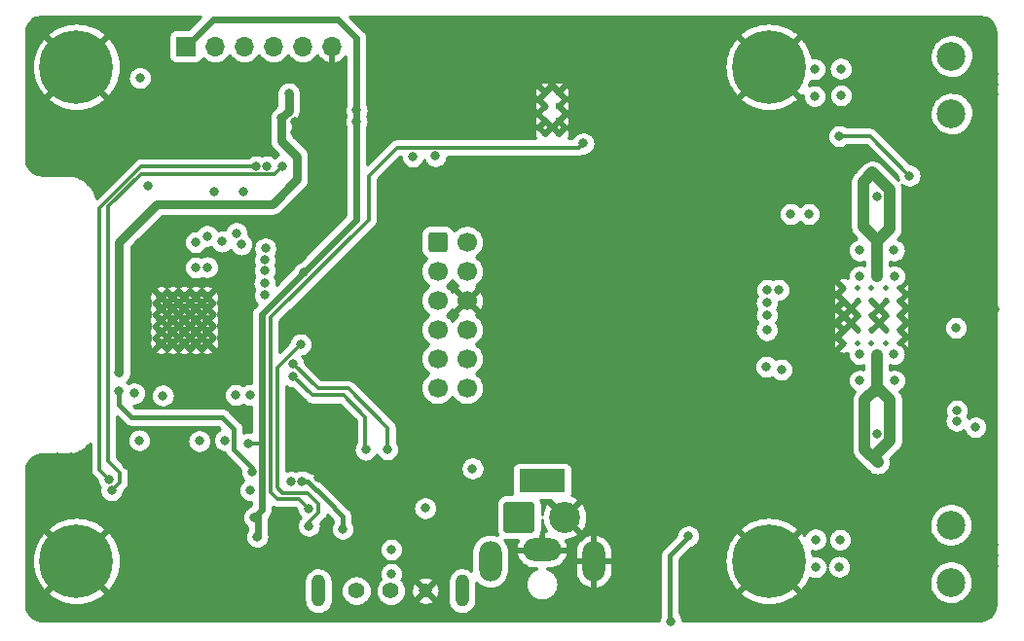
<source format=gbr>
G04 #@! TF.GenerationSoftware,KiCad,Pcbnew,(6.0.4-0)*
G04 #@! TF.CreationDate,2022-09-25T14:52:34+02:00*
G04 #@! TF.ProjectId,muVox,6d75566f-782e-46b6-9963-61645f706362,rc1*
G04 #@! TF.SameCoordinates,Original*
G04 #@! TF.FileFunction,Copper,L3,Inr*
G04 #@! TF.FilePolarity,Positive*
%FSLAX46Y46*%
G04 Gerber Fmt 4.6, Leading zero omitted, Abs format (unit mm)*
G04 Created by KiCad (PCBNEW (6.0.4-0)) date 2022-09-25 14:52:34*
%MOMM*%
%LPD*%
G01*
G04 APERTURE LIST*
G04 Aperture macros list*
%AMRoundRect*
0 Rectangle with rounded corners*
0 $1 Rounding radius*
0 $2 $3 $4 $5 $6 $7 $8 $9 X,Y pos of 4 corners*
0 Add a 4 corners polygon primitive as box body*
4,1,4,$2,$3,$4,$5,$6,$7,$8,$9,$2,$3,0*
0 Add four circle primitives for the rounded corners*
1,1,$1+$1,$2,$3*
1,1,$1+$1,$4,$5*
1,1,$1+$1,$6,$7*
1,1,$1+$1,$8,$9*
0 Add four rect primitives between the rounded corners*
20,1,$1+$1,$2,$3,$4,$5,0*
20,1,$1+$1,$4,$5,$6,$7,0*
20,1,$1+$1,$6,$7,$8,$9,0*
20,1,$1+$1,$8,$9,$2,$3,0*%
G04 Aperture macros list end*
G04 #@! TA.AperFunction,ComponentPad*
%ADD10R,4.000000X2.000000*%
G04 #@! TD*
G04 #@! TA.AperFunction,ComponentPad*
%ADD11O,3.300000X2.000000*%
G04 #@! TD*
G04 #@! TA.AperFunction,ComponentPad*
%ADD12O,2.000000X3.500000*%
G04 #@! TD*
G04 #@! TA.AperFunction,ComponentPad*
%ADD13RoundRect,0.250000X-0.600000X-0.600000X0.600000X-0.600000X0.600000X0.600000X-0.600000X0.600000X0*%
G04 #@! TD*
G04 #@! TA.AperFunction,ComponentPad*
%ADD14C,1.700000*%
G04 #@! TD*
G04 #@! TA.AperFunction,ComponentPad*
%ADD15C,6.400000*%
G04 #@! TD*
G04 #@! TA.AperFunction,ComponentPad*
%ADD16C,2.500000*%
G04 #@! TD*
G04 #@! TA.AperFunction,ComponentPad*
%ADD17RoundRect,0.250001X-1.099999X-1.099999X1.099999X-1.099999X1.099999X1.099999X-1.099999X1.099999X0*%
G04 #@! TD*
G04 #@! TA.AperFunction,ComponentPad*
%ADD18C,2.700000*%
G04 #@! TD*
G04 #@! TA.AperFunction,ComponentPad*
%ADD19R,1.700000X1.700000*%
G04 #@! TD*
G04 #@! TA.AperFunction,ComponentPad*
%ADD20O,1.700000X1.700000*%
G04 #@! TD*
G04 #@! TA.AperFunction,ComponentPad*
%ADD21C,0.500000*%
G04 #@! TD*
G04 #@! TA.AperFunction,ComponentPad*
%ADD22C,0.600000*%
G04 #@! TD*
G04 #@! TA.AperFunction,ComponentPad*
%ADD23C,1.400000*%
G04 #@! TD*
G04 #@! TA.AperFunction,ComponentPad*
%ADD24C,1.200000*%
G04 #@! TD*
G04 #@! TA.AperFunction,ComponentPad*
%ADD25O,1.208000X2.800000*%
G04 #@! TD*
G04 #@! TA.AperFunction,ComponentPad*
%ADD26C,0.800000*%
G04 #@! TD*
G04 #@! TA.AperFunction,ViaPad*
%ADD27C,0.800000*%
G04 #@! TD*
G04 #@! TA.AperFunction,Conductor*
%ADD28C,0.300000*%
G04 #@! TD*
G04 #@! TA.AperFunction,Conductor*
%ADD29C,0.600000*%
G04 #@! TD*
G04 #@! TA.AperFunction,Conductor*
%ADD30C,0.800000*%
G04 #@! TD*
G04 #@! TA.AperFunction,Conductor*
%ADD31C,0.400000*%
G04 #@! TD*
G04 #@! TA.AperFunction,Conductor*
%ADD32C,1.000000*%
G04 #@! TD*
G04 #@! TA.AperFunction,Conductor*
%ADD33C,0.254000*%
G04 #@! TD*
G04 APERTURE END LIST*
D10*
X119260100Y-148789300D03*
D11*
X119260100Y-154789300D03*
D12*
X114760100Y-155789300D03*
X123760100Y-155789300D03*
D13*
X110187600Y-128004300D03*
D14*
X112727600Y-128004300D03*
X110187600Y-130544300D03*
X112727600Y-130544300D03*
X110187600Y-133084300D03*
X112727600Y-133084300D03*
X110187600Y-135624300D03*
X112727600Y-135624300D03*
X110187600Y-138164300D03*
X112727600Y-138164300D03*
X110187600Y-140704300D03*
X112727600Y-140704300D03*
D15*
X78770100Y-155779300D03*
D16*
X154840100Y-157629300D03*
X154840100Y-152629300D03*
D17*
X117270100Y-151954300D03*
D18*
X121230100Y-151954300D03*
D15*
X78770100Y-112759300D03*
D19*
X88290100Y-110979300D03*
D20*
X90830100Y-110979300D03*
X93370100Y-110979300D03*
X95910100Y-110979300D03*
X98450100Y-110979300D03*
X100990100Y-110979300D03*
D21*
X145482950Y-136848950D03*
X149191350Y-133140550D03*
X150359750Y-135680550D03*
X147921350Y-135680550D03*
X147921350Y-131972150D03*
X147921350Y-136848950D03*
X147921350Y-133140550D03*
X146752950Y-131972150D03*
X146752950Y-133140550D03*
X146752950Y-134410550D03*
X145482950Y-131972150D03*
X150359750Y-133140550D03*
X149191350Y-134410550D03*
X149191350Y-136848950D03*
X145482950Y-134410550D03*
X149191350Y-131972150D03*
X147921350Y-134410550D03*
X145482950Y-135680550D03*
X146752950Y-135680550D03*
X150359750Y-136848950D03*
X150359750Y-131972150D03*
X149191350Y-135680550D03*
X146752950Y-136848950D03*
X150359750Y-134410550D03*
X145482950Y-133140550D03*
D22*
X119522600Y-116161800D03*
X120722600Y-118561800D03*
X120722600Y-116161800D03*
X119522600Y-114961800D03*
X120722600Y-114961800D03*
X119522600Y-118561800D03*
X119522600Y-117461800D03*
X120722600Y-117461800D03*
D23*
X103120400Y-158362800D03*
X106120400Y-158362800D03*
D24*
X109120400Y-158362800D03*
D25*
X99820400Y-158362800D03*
X112320400Y-158362800D03*
D15*
X139000000Y-112759300D03*
D26*
X87140100Y-134810550D03*
X86140100Y-132810550D03*
X86140100Y-135810550D03*
X89140100Y-133810550D03*
X87140100Y-133810550D03*
X88140100Y-135810550D03*
X89140100Y-136810550D03*
X87140100Y-132810550D03*
X86140100Y-134810550D03*
X90140100Y-136810550D03*
X89140100Y-134810550D03*
X86140100Y-133810550D03*
X88140100Y-133810550D03*
X89140100Y-132810550D03*
X90140100Y-133810550D03*
X88140100Y-134810550D03*
X90140100Y-132810550D03*
X88140100Y-136810550D03*
X89140100Y-135810550D03*
X87140100Y-135810550D03*
X86140100Y-136810550D03*
X87140100Y-136810550D03*
X90140100Y-134810550D03*
X90140100Y-135810550D03*
X88140100Y-132810550D03*
D16*
X154890100Y-111829300D03*
X154890100Y-116829300D03*
D15*
X139000000Y-155779300D03*
D27*
X157640100Y-113382700D03*
X127814900Y-113148100D03*
X126443300Y-119839300D03*
X98715100Y-118429300D03*
X157640100Y-114282700D03*
X97815100Y-117529300D03*
X107755700Y-114302100D03*
X129491300Y-136168100D03*
X83108800Y-147421600D03*
X158020000Y-123740000D03*
X104038400Y-149225000D03*
X156640000Y-123730000D03*
X129491300Y-134368100D03*
X111355700Y-114302100D03*
X109555700Y-112491100D03*
X106855700Y-114305500D03*
X130391300Y-136168100D03*
X140490000Y-136413910D03*
X133087100Y-136182500D03*
X152840100Y-128729300D03*
X158540100Y-154379300D03*
X132187100Y-133482500D03*
X129491300Y-133468100D03*
X152490100Y-123679300D03*
X132187100Y-136182500D03*
X156740100Y-156182700D03*
X108655700Y-112487700D03*
X128727200Y-114071400D03*
X138887200Y-140893800D03*
X127811500Y-112248100D03*
X158020920Y-137023510D03*
X133087100Y-133482500D03*
X94190100Y-114029300D03*
X107755700Y-115202100D03*
X157640100Y-155282700D03*
X158540100Y-115179300D03*
X128272100Y-119839300D03*
X109555700Y-115205500D03*
X148410100Y-124069300D03*
X129616200Y-113157000D03*
X131287900Y-132568100D03*
X130391300Y-137068100D03*
X133087100Y-137082500D03*
X107755700Y-112487700D03*
X101295200Y-148488400D03*
X110455700Y-115202100D03*
X106855700Y-115205500D03*
X126911500Y-112248100D03*
X158690100Y-133879300D03*
X151390100Y-123679300D03*
X133087100Y-134382500D03*
X127372100Y-119839300D03*
X99822000Y-148488400D03*
X129612800Y-112257000D03*
X78333600Y-146710400D03*
X140490000Y-134660000D03*
X156740100Y-114282700D03*
X156740100Y-154382700D03*
X111355700Y-112487700D03*
X105235800Y-153983400D03*
X98715100Y-117529300D03*
X158540100Y-114279300D03*
X110455700Y-112487700D03*
X89281000Y-148259800D03*
X106855700Y-112491100D03*
X107755700Y-113387700D03*
X156740100Y-155282700D03*
X127814900Y-114048100D03*
X109555700Y-113391100D03*
X108655700Y-114302100D03*
X130391300Y-134368100D03*
X158540100Y-155279300D03*
X77114400Y-146735800D03*
X109555700Y-114305500D03*
X108655700Y-113387700D03*
X131291300Y-133468100D03*
X156740100Y-115182700D03*
X158540100Y-113379300D03*
X111355700Y-113387700D03*
X125594100Y-119839300D03*
X153600000Y-123700000D03*
X104724200Y-148412200D03*
X148444760Y-144683976D03*
X157330000Y-124370000D03*
X114808000Y-143510000D03*
X111355700Y-115202100D03*
X129616200Y-114071400D03*
X131291300Y-136168100D03*
X133083700Y-135282500D03*
X132183700Y-132582500D03*
X110455700Y-114302100D03*
X157640100Y-115182700D03*
X145240100Y-123179300D03*
X156740100Y-113382700D03*
X129487900Y-132568100D03*
X126914900Y-114048100D03*
X110846200Y-149308000D03*
X131291300Y-134368100D03*
X105896200Y-153272200D03*
X131291300Y-137068100D03*
X130391300Y-133468100D03*
X129487900Y-135268100D03*
X88442800Y-148894800D03*
X116840000Y-125984000D03*
X129491300Y-137068100D03*
X132183700Y-135282500D03*
X99615100Y-118425900D03*
X157640100Y-156182700D03*
X132187100Y-137082500D03*
X132187100Y-134382500D03*
X130387900Y-135268100D03*
X133083700Y-132582500D03*
X110455700Y-113387700D03*
X130387900Y-132568100D03*
X99615100Y-117525900D03*
X113895700Y-117858100D03*
X126914900Y-113148100D03*
X128712800Y-112257000D03*
X128716200Y-113157000D03*
X108655700Y-115202100D03*
X131287900Y-135268100D03*
X97815100Y-118429300D03*
X106855700Y-113391100D03*
X158540100Y-156179300D03*
X157640100Y-154382700D03*
X99000897Y-152712939D03*
X98264600Y-136908100D03*
X108015100Y-120569120D03*
X98531500Y-130687900D03*
X94513400Y-153670000D03*
X93726000Y-145542000D03*
X156982600Y-144136800D03*
X110015100Y-120529300D03*
X103140100Y-117529300D03*
X145110200Y-118793410D03*
X94221184Y-151971716D03*
X140901220Y-125568110D03*
X103140100Y-116554300D03*
X155290100Y-135479300D03*
X151240100Y-122229300D03*
X82500000Y-139400000D03*
X96600000Y-117200000D03*
X101930200Y-152984200D03*
X82490100Y-140979300D03*
X97235358Y-115054302D03*
X98399600Y-148844000D03*
X94090600Y-148031200D03*
X84250000Y-145275000D03*
X84290100Y-113729300D03*
X83790100Y-141179300D03*
X113233200Y-147726400D03*
X106146600Y-156895800D03*
X148394320Y-130978310D03*
X148419720Y-128692310D03*
X148419720Y-127701710D03*
X148394320Y-140071510D03*
X148669856Y-122629544D03*
X148419720Y-137785510D03*
X148394320Y-140960510D03*
X148010100Y-121969789D03*
X148463720Y-147183310D03*
X148530100Y-146299300D03*
X86300000Y-141375000D03*
X109109200Y-151181200D03*
X146921120Y-140071510D03*
X146895720Y-137760110D03*
X145180100Y-153919300D03*
X143052800Y-153898600D03*
X146895720Y-128733310D03*
X146921120Y-131003710D03*
X145280100Y-115259300D03*
X142976600Y-115316000D03*
X149892920Y-137760110D03*
X143060100Y-156319300D03*
X149918320Y-140071510D03*
X145130100Y-156279300D03*
X149892920Y-128733310D03*
X149918320Y-131003710D03*
X142970100Y-112969300D03*
X145250100Y-112929300D03*
X138818520Y-135677310D03*
X103925000Y-146075000D03*
X97639700Y-139702100D03*
X95150500Y-130507300D03*
X105829500Y-146060100D03*
X95150500Y-129592900D03*
X97639700Y-138635300D03*
X138818520Y-134381910D03*
X85040100Y-123129300D03*
X95325000Y-121425000D03*
X155328520Y-143576710D03*
X155346803Y-142677393D03*
X93118500Y-128221300D03*
X92640100Y-141329300D03*
X138843920Y-132172110D03*
X95201300Y-128576900D03*
X93890100Y-141329300D03*
X138818520Y-133289710D03*
X139859920Y-132172110D03*
X92690100Y-127229300D03*
X90140100Y-130203320D03*
X95136589Y-131610989D03*
X140092628Y-139127601D03*
X90140100Y-127479300D03*
X89140100Y-128029300D03*
X95150500Y-132640900D03*
X138796532Y-138856811D03*
X89141064Y-130233855D03*
X93878400Y-149606000D03*
X91442100Y-127967300D03*
X97434400Y-148894800D03*
X91670692Y-145264693D03*
X81825000Y-149625000D03*
X96667231Y-121417231D03*
X81625000Y-148675000D03*
X94411800Y-121425000D03*
X90758897Y-123621231D03*
X89458800Y-145338800D03*
X130454400Y-161010600D03*
X132003800Y-153619200D03*
X106172000Y-154787600D03*
X122865100Y-119429800D03*
X98958400Y-151206200D03*
X93292374Y-123622185D03*
X142476220Y-125568110D03*
D28*
X99000897Y-152408303D02*
X99000897Y-152712939D01*
X99847400Y-150774400D02*
X99847400Y-151561800D01*
X97104200Y-149834600D02*
X98907600Y-149834600D01*
X98907600Y-149834600D02*
X99847400Y-150774400D01*
X96217300Y-144777900D02*
X96217300Y-149379500D01*
X96672400Y-149834600D02*
X97104200Y-149834600D01*
X99517200Y-151892000D02*
X99000897Y-152408303D01*
X96217300Y-145493300D02*
X96217300Y-144777900D01*
X96217300Y-138955400D02*
X98264600Y-136908100D01*
X99847400Y-151561800D02*
X99517200Y-151892000D01*
X96217300Y-149379500D02*
X96672400Y-149834600D01*
X96217300Y-144777900D02*
X96217300Y-138955400D01*
X93726000Y-145542000D02*
X94784200Y-145542000D01*
D29*
X101490100Y-108629300D02*
X103090100Y-110229300D01*
D28*
X145133210Y-118770400D02*
X147781200Y-118770400D01*
D29*
X103140100Y-110279300D02*
X103140100Y-116554300D01*
X90640100Y-108629300D02*
X101240100Y-108629300D01*
X101240100Y-108629300D02*
X101490100Y-108629300D01*
X103140100Y-126079300D02*
X103140100Y-117529300D01*
X94890100Y-145436100D02*
X94890100Y-134329300D01*
X94890100Y-145436100D02*
X94890100Y-148179300D01*
X94890100Y-151312100D02*
X94890100Y-148179300D01*
D28*
X145110200Y-118793410D02*
X145133210Y-118770400D01*
D29*
X103140100Y-116554300D02*
X103140100Y-117529300D01*
X94538800Y-153644600D02*
X94538800Y-151663400D01*
X94513400Y-153670000D02*
X94538800Y-153644600D01*
X88290100Y-110979300D02*
X90640100Y-108629300D01*
D28*
X94784200Y-145542000D02*
X94890100Y-145436100D01*
D29*
X94890100Y-151302800D02*
X94890100Y-148179300D01*
X103090100Y-110229300D02*
X103140100Y-110279300D01*
X94538800Y-151663400D02*
X94890100Y-151312100D01*
X94221184Y-151971716D02*
X94890100Y-151302800D01*
X94890100Y-134329300D02*
X98531500Y-130687900D01*
D28*
X147781200Y-118770400D02*
X151240100Y-122229300D01*
D29*
X98531500Y-130687900D02*
X103140100Y-126079300D01*
D30*
X97235358Y-115054302D02*
X97235358Y-116564642D01*
X85800000Y-124700000D02*
X82500000Y-128000000D01*
X82500000Y-128000000D02*
X82500000Y-139400000D01*
X97235358Y-116564642D02*
X96600000Y-117200000D01*
X97950000Y-120550000D02*
X97950000Y-122550000D01*
X95800000Y-124700000D02*
X85800000Y-124700000D01*
D31*
X83566000Y-143256000D02*
X82490100Y-142180100D01*
X92456000Y-146050000D02*
X92456000Y-144272000D01*
X94090600Y-148031200D02*
X94090600Y-147684600D01*
X100457000Y-150393400D02*
X101930200Y-151866600D01*
X98907600Y-148844000D02*
X100457000Y-150393400D01*
X92456000Y-144272000D02*
X91440000Y-143256000D01*
D30*
X97950000Y-122550000D02*
X95800000Y-124700000D01*
D31*
X91440000Y-143256000D02*
X83566000Y-143256000D01*
X82490100Y-142180100D02*
X82490100Y-140979300D01*
X101930200Y-151866600D02*
X101930200Y-152984200D01*
D30*
X96600000Y-117200000D02*
X96600000Y-119200000D01*
D31*
X94090600Y-147684600D02*
X92456000Y-146050000D01*
D30*
X96600000Y-119200000D02*
X97950000Y-120550000D01*
D31*
X98399600Y-148844000D02*
X98907600Y-148844000D01*
D32*
X148419720Y-129868920D02*
X148419720Y-130952910D01*
X148419720Y-128839680D02*
X148419720Y-127858920D01*
X148419720Y-127949680D02*
X149509611Y-126859789D01*
X148419720Y-127858920D02*
X147210100Y-126649300D01*
X149509611Y-126859789D02*
X149509611Y-123469300D01*
X147345249Y-141774151D02*
X147345249Y-146064839D01*
X147210100Y-122769789D02*
X148010100Y-121969789D01*
X148419720Y-130952910D02*
X148394320Y-130978310D01*
X148394320Y-140071510D02*
X148394320Y-140725080D01*
X147345249Y-146064839D02*
X148463720Y-147183310D01*
X148419720Y-129868920D02*
X148419720Y-127949680D01*
X148394320Y-140071510D02*
X148394320Y-140960510D01*
X149509611Y-123469300D02*
X148669856Y-122629544D01*
X147210100Y-126649300D02*
X147210100Y-122769789D01*
X149544271Y-141783471D02*
X149544271Y-145285129D01*
X148010100Y-121969789D02*
X148010101Y-121969789D01*
X148394320Y-137857720D02*
X148419720Y-137832320D01*
X148394320Y-140071510D02*
X148394320Y-140633520D01*
X149544271Y-145285129D02*
X148530100Y-146299300D01*
X148010101Y-121969789D02*
X148669856Y-122629544D01*
X148419720Y-128692310D02*
X148419720Y-127701710D01*
X148394320Y-140633520D02*
X149544271Y-141783471D01*
X148419720Y-128692310D02*
X148419720Y-128839680D01*
X148419720Y-128839680D02*
X148419720Y-129868920D01*
X148394320Y-140071510D02*
X148394320Y-137857720D01*
X148394320Y-140725080D02*
X147345249Y-141774151D01*
D28*
X103925000Y-146075000D02*
X103925000Y-146343000D01*
X103888100Y-143227300D02*
X103888100Y-145747300D01*
X97639700Y-139702100D02*
X99291900Y-141354300D01*
X102015100Y-141354300D02*
X103888100Y-143227300D01*
X99291900Y-141354300D02*
X102015100Y-141354300D01*
X102414900Y-140768900D02*
X105865100Y-144219100D01*
X99773300Y-140768900D02*
X102414900Y-140768900D01*
X97639700Y-138635300D02*
X99773300Y-140768900D01*
X105865100Y-144219100D02*
X105865100Y-145654300D01*
X81850000Y-149625000D02*
X81825000Y-149625000D01*
X96667231Y-121417231D02*
X96009962Y-122074500D01*
X81536100Y-124919300D02*
X81536100Y-145186100D01*
X82525000Y-148950000D02*
X81850000Y-149625000D01*
X96009962Y-122074500D02*
X84380900Y-122074500D01*
X82525000Y-148075000D02*
X82525000Y-148950000D01*
X81536100Y-147086100D02*
X82275000Y-147825000D01*
X84380900Y-122074500D02*
X81536100Y-124919300D01*
X82275000Y-147825000D02*
X82525000Y-148075000D01*
X81536100Y-145186100D02*
X81536100Y-147086100D01*
X94411800Y-121425000D02*
X94400900Y-121414100D01*
X94400900Y-121414100D02*
X84431700Y-121414100D01*
X80774100Y-125071700D02*
X80774100Y-146001300D01*
X84431700Y-121414100D02*
X80774100Y-125071700D01*
X80772000Y-146003400D02*
X80772000Y-147822000D01*
X80774100Y-146001300D02*
X80772000Y-146003400D01*
X80772000Y-147822000D02*
X81625000Y-148675000D01*
D31*
X132003800Y-153670000D02*
X132003800Y-153619200D01*
X130378200Y-160934400D02*
X130378200Y-155295600D01*
X130378200Y-155295600D02*
X132003800Y-153670000D01*
X130454400Y-161010600D02*
X130378200Y-160934400D01*
D28*
X98145600Y-150393400D02*
X98958400Y-151206200D01*
X106631300Y-119788500D02*
X104190100Y-122229700D01*
X122506400Y-119788500D02*
X106631300Y-119788500D01*
X95658500Y-149760500D02*
X96291400Y-150393400D01*
X96291400Y-150393400D02*
X98145600Y-150393400D01*
X104190100Y-126039700D02*
X95658500Y-134571300D01*
X122865100Y-119429800D02*
X122506400Y-119788500D01*
X98958400Y-151155400D02*
X98958400Y-151206200D01*
X104190100Y-122229700D02*
X104190100Y-126039700D01*
X95658500Y-134571300D02*
X95658500Y-149760500D01*
D33*
X128932500Y-119229700D02*
X124258900Y-119229700D01*
X123598500Y-118620100D01*
X123510639Y-118620100D01*
X123395913Y-118536746D01*
X123373101Y-118523575D01*
X123198637Y-118445899D01*
X123173585Y-118437759D01*
X122986784Y-118398053D01*
X122960587Y-118395300D01*
X122769613Y-118395300D01*
X122743416Y-118398053D01*
X122556615Y-118437759D01*
X122531563Y-118445899D01*
X122357099Y-118523575D01*
X122334287Y-118536746D01*
X122179786Y-118648998D01*
X122160211Y-118666624D01*
X122032424Y-118808546D01*
X122016941Y-118829856D01*
X121921454Y-118995244D01*
X121917556Y-119004000D01*
X121550212Y-119004000D01*
X121550744Y-119003199D01*
X121563584Y-118978216D01*
X121627956Y-118808757D01*
X121634942Y-118781548D01*
X121660170Y-118602038D01*
X121661384Y-118586262D01*
X121661701Y-118563559D01*
X121660928Y-118547755D01*
X121640722Y-118367611D01*
X121634498Y-118340219D01*
X121574883Y-118169028D01*
X121562748Y-118143698D01*
X121554001Y-118129699D01*
X121500941Y-118082527D01*
X121430801Y-118071530D01*
X121365851Y-118100200D01*
X121358050Y-118107370D01*
X120722600Y-118742819D01*
X120211695Y-118231915D01*
X120149383Y-118197890D01*
X120078567Y-118202955D01*
X120033505Y-118231915D01*
X119522600Y-118742819D01*
X118886345Y-118106565D01*
X118824033Y-118072540D01*
X118753217Y-118077605D01*
X118696382Y-118120152D01*
X118691344Y-118127398D01*
X118688379Y-118131998D01*
X118675884Y-118157167D01*
X118613885Y-118327509D01*
X118607280Y-118354811D01*
X118584560Y-118534655D01*
X118584167Y-118562742D01*
X118601856Y-118743151D01*
X118607697Y-118770628D01*
X118664916Y-118942634D01*
X118676698Y-118968134D01*
X118698419Y-119004000D01*
X106713356Y-119004000D01*
X106689805Y-119001774D01*
X106618973Y-119004000D01*
X106589868Y-119004000D01*
X106574071Y-119004994D01*
X106569674Y-119005550D01*
X106523512Y-119007000D01*
X106492316Y-119011941D01*
X106471728Y-119017923D01*
X106450445Y-119020611D01*
X106419852Y-119028466D01*
X106376894Y-119045475D01*
X106332548Y-119058358D01*
X106303560Y-119070902D01*
X106285101Y-119081819D01*
X106265162Y-119089713D01*
X106237483Y-119104929D01*
X106200113Y-119132080D01*
X106160353Y-119155594D01*
X106135398Y-119174952D01*
X106120234Y-119190116D01*
X106102882Y-119202723D01*
X106079858Y-119224344D01*
X106050413Y-119259937D01*
X106029850Y-119280500D01*
X104074600Y-119280500D01*
X104074600Y-117985017D01*
X119208690Y-117985017D01*
X119213755Y-118055833D01*
X119242715Y-118100895D01*
X119433504Y-118291685D01*
X119495816Y-118325710D01*
X119566632Y-118320646D01*
X119611696Y-118291685D01*
X119802485Y-118100895D01*
X119836510Y-118038583D01*
X119832679Y-117985017D01*
X120408690Y-117985017D01*
X120413755Y-118055833D01*
X120442715Y-118100895D01*
X120633504Y-118291685D01*
X120695816Y-118325710D01*
X120766632Y-118320646D01*
X120811696Y-118291685D01*
X121002485Y-118100895D01*
X121036510Y-118038583D01*
X121031445Y-117967767D01*
X121002485Y-117922705D01*
X120811696Y-117731915D01*
X120749384Y-117697890D01*
X120678568Y-117702954D01*
X120633504Y-117731915D01*
X120442715Y-117922705D01*
X120408690Y-117985017D01*
X119832679Y-117985017D01*
X119831445Y-117967767D01*
X119802485Y-117922705D01*
X119611696Y-117731915D01*
X119549384Y-117697890D01*
X119478568Y-117702954D01*
X119433504Y-117731915D01*
X119242715Y-117922705D01*
X119208690Y-117985017D01*
X104074600Y-117985017D01*
X104074600Y-117979697D01*
X104083746Y-117963856D01*
X104094460Y-117939792D01*
X104153475Y-117758164D01*
X104158952Y-117732398D01*
X104178914Y-117542470D01*
X104178914Y-117516130D01*
X104173303Y-117462742D01*
X118584167Y-117462742D01*
X118601856Y-117643151D01*
X118607697Y-117670628D01*
X118664916Y-117842634D01*
X118676699Y-117868135D01*
X118690977Y-117891710D01*
X118743375Y-117939616D01*
X118813355Y-117951588D01*
X118878699Y-117923826D01*
X118887847Y-117915533D01*
X119252485Y-117550896D01*
X119286510Y-117488583D01*
X119281446Y-117417768D01*
X119252485Y-117372704D01*
X118886345Y-117006565D01*
X118824033Y-116972540D01*
X118753217Y-116977605D01*
X118696382Y-117020152D01*
X118691344Y-117027398D01*
X118688379Y-117031998D01*
X118675884Y-117057167D01*
X118613885Y-117227509D01*
X118607280Y-117254811D01*
X118584560Y-117434655D01*
X118584167Y-117462742D01*
X104173303Y-117462742D01*
X104158952Y-117326202D01*
X104153475Y-117300436D01*
X104094460Y-117118808D01*
X104083746Y-117094744D01*
X104074600Y-117078903D01*
X104074600Y-117004697D01*
X104083746Y-116988856D01*
X104094460Y-116964792D01*
X104152873Y-116785017D01*
X119108690Y-116785017D01*
X119113755Y-116855832D01*
X119142715Y-116900895D01*
X119433504Y-117191685D01*
X120033504Y-117791684D01*
X120095817Y-117825709D01*
X120166632Y-117820645D01*
X120211695Y-117791685D01*
X120568364Y-117435017D01*
X120958690Y-117435017D01*
X120963754Y-117505832D01*
X120992715Y-117550896D01*
X121358817Y-117916997D01*
X121421129Y-117951022D01*
X121491945Y-117945957D01*
X121548780Y-117903410D01*
X121565700Y-117872645D01*
X121627956Y-117708757D01*
X121634942Y-117681548D01*
X121660170Y-117502038D01*
X121661384Y-117486262D01*
X121661701Y-117463559D01*
X121660928Y-117447755D01*
X121640722Y-117267611D01*
X121634498Y-117240219D01*
X121574883Y-117069028D01*
X121562748Y-117043698D01*
X121554001Y-117029699D01*
X121500941Y-116982527D01*
X121430801Y-116971530D01*
X121365851Y-117000200D01*
X121358050Y-117007370D01*
X120992715Y-117372704D01*
X120958690Y-117435017D01*
X120568364Y-117435017D01*
X120811695Y-117191686D01*
X121102484Y-116900896D01*
X121136509Y-116838583D01*
X121131445Y-116767768D01*
X121102485Y-116722705D01*
X120541580Y-116161800D01*
X120568363Y-116135017D01*
X120958690Y-116135017D01*
X120963754Y-116205832D01*
X120992715Y-116250896D01*
X121358817Y-116616997D01*
X121421129Y-116651022D01*
X121491945Y-116645957D01*
X121548780Y-116603410D01*
X121565700Y-116572645D01*
X121627956Y-116408757D01*
X121634942Y-116381548D01*
X121660170Y-116202038D01*
X121661384Y-116186262D01*
X121661701Y-116163559D01*
X121660928Y-116147755D01*
X121640722Y-115967611D01*
X121634498Y-115940219D01*
X121574883Y-115769028D01*
X121562748Y-115743698D01*
X121554001Y-115729699D01*
X121500941Y-115682527D01*
X121430801Y-115671530D01*
X121365851Y-115700200D01*
X121358050Y-115707370D01*
X120992715Y-116072704D01*
X120958690Y-116135017D01*
X120568363Y-116135017D01*
X120811695Y-115891685D01*
X121052484Y-115650895D01*
X121086510Y-115588583D01*
X121081445Y-115517768D01*
X121052485Y-115472705D01*
X120514798Y-114935017D01*
X120958690Y-114935017D01*
X120963754Y-115005832D01*
X120992715Y-115050896D01*
X121358817Y-115416997D01*
X121421129Y-115451022D01*
X121491945Y-115445957D01*
X121548780Y-115403410D01*
X121565700Y-115372645D01*
X121627956Y-115208757D01*
X121634942Y-115181548D01*
X121660170Y-115002038D01*
X121661384Y-114986262D01*
X121661701Y-114963559D01*
X121660928Y-114947755D01*
X121640722Y-114767611D01*
X121634498Y-114740219D01*
X121574883Y-114569028D01*
X121562748Y-114543698D01*
X121554001Y-114529699D01*
X121500941Y-114482527D01*
X121430801Y-114471530D01*
X121365851Y-114500200D01*
X121358050Y-114507370D01*
X120992715Y-114872704D01*
X120958690Y-114935017D01*
X120514798Y-114935017D01*
X120452486Y-114872705D01*
X120211696Y-114631916D01*
X120149383Y-114597891D01*
X120078568Y-114602955D01*
X120033505Y-114631915D01*
X119433505Y-115231914D01*
X119192716Y-115472704D01*
X119158691Y-115535017D01*
X119163755Y-115605832D01*
X119192715Y-115650895D01*
X119703620Y-116161800D01*
X119433505Y-116431915D01*
X119142716Y-116722705D01*
X119108690Y-116785017D01*
X104152873Y-116785017D01*
X104153475Y-116783164D01*
X104158952Y-116757398D01*
X104178914Y-116567470D01*
X104178914Y-116541130D01*
X104158952Y-116351202D01*
X104153475Y-116325436D01*
X104100612Y-116162742D01*
X118584167Y-116162742D01*
X118601856Y-116343151D01*
X118607697Y-116370628D01*
X118664916Y-116542634D01*
X118676699Y-116568135D01*
X118690977Y-116591710D01*
X118743375Y-116639616D01*
X118813355Y-116651588D01*
X118878699Y-116623826D01*
X118887847Y-116615533D01*
X119252485Y-116250896D01*
X119286510Y-116188583D01*
X119281446Y-116117768D01*
X119252485Y-116072704D01*
X118886345Y-115706565D01*
X118824033Y-115672540D01*
X118753217Y-115677605D01*
X118696382Y-115720152D01*
X118691344Y-115727398D01*
X118688379Y-115731998D01*
X118675884Y-115757167D01*
X118613885Y-115927509D01*
X118607280Y-115954811D01*
X118584560Y-116134655D01*
X118584167Y-116162742D01*
X104100612Y-116162742D01*
X104094460Y-116143808D01*
X104083746Y-116119744D01*
X104074600Y-116103903D01*
X104074600Y-114962742D01*
X118584167Y-114962742D01*
X118601856Y-115143151D01*
X118607697Y-115170628D01*
X118664916Y-115342634D01*
X118676699Y-115368135D01*
X118690977Y-115391710D01*
X118743375Y-115439616D01*
X118813355Y-115451588D01*
X118878699Y-115423826D01*
X118887847Y-115415533D01*
X119252485Y-115050896D01*
X119286510Y-114988583D01*
X119281446Y-114917768D01*
X119252485Y-114872704D01*
X118886345Y-114506565D01*
X118824033Y-114472540D01*
X118753217Y-114477605D01*
X118696382Y-114520152D01*
X118691344Y-114527398D01*
X118688379Y-114531998D01*
X118675884Y-114557167D01*
X118613885Y-114727509D01*
X118607280Y-114754811D01*
X118584560Y-114934655D01*
X118584167Y-114962742D01*
X104074600Y-114962742D01*
X104074600Y-114253090D01*
X119032582Y-114253090D01*
X119060798Y-114318239D01*
X119068532Y-114326712D01*
X119433504Y-114691685D01*
X119495817Y-114725710D01*
X119566632Y-114720646D01*
X119611696Y-114691685D01*
X119977418Y-114325962D01*
X120011443Y-114263650D01*
X120010688Y-114253090D01*
X120232582Y-114253090D01*
X120260798Y-114318239D01*
X120268532Y-114326712D01*
X120633504Y-114691685D01*
X120695817Y-114725710D01*
X120766632Y-114720646D01*
X120811696Y-114691685D01*
X121177418Y-114325962D01*
X121211443Y-114263650D01*
X121206378Y-114192834D01*
X121163831Y-114135999D01*
X121155841Y-114130485D01*
X121146564Y-114124597D01*
X121121312Y-114112280D01*
X120950542Y-114051471D01*
X120923194Y-114045056D01*
X120743196Y-114023593D01*
X120715107Y-114023397D01*
X120534826Y-114042345D01*
X120507391Y-114048377D01*
X120335788Y-114106795D01*
X120310372Y-114118755D01*
X120291607Y-114130299D01*
X120244067Y-114183029D01*
X120232582Y-114253090D01*
X120010688Y-114253090D01*
X120006378Y-114192834D01*
X119963831Y-114135999D01*
X119955841Y-114130485D01*
X119946564Y-114124597D01*
X119921312Y-114112280D01*
X119750542Y-114051471D01*
X119723194Y-114045056D01*
X119543196Y-114023593D01*
X119515107Y-114023397D01*
X119334826Y-114042345D01*
X119307391Y-114048377D01*
X119135788Y-114106795D01*
X119110372Y-114118755D01*
X119091607Y-114130299D01*
X119044067Y-114183029D01*
X119032582Y-114253090D01*
X104074600Y-114253090D01*
X104074600Y-110288560D01*
X104075544Y-110198398D01*
X104072705Y-110170452D01*
X104063545Y-110128087D01*
X104058712Y-110084999D01*
X104052489Y-110057608D01*
X104041458Y-110025932D01*
X104034373Y-109993162D01*
X104025414Y-109966541D01*
X104007092Y-109927249D01*
X103992836Y-109886311D01*
X103980699Y-109860979D01*
X103962934Y-109832548D01*
X103948758Y-109802148D01*
X103934123Y-109778172D01*
X103907551Y-109743915D01*
X103884580Y-109707154D01*
X103867133Y-109685141D01*
X103838531Y-109656338D01*
X103837117Y-109654735D01*
X103811438Y-109629056D01*
X103786500Y-109603943D01*
X103786500Y-108371810D01*
X128932500Y-108371810D01*
X128932500Y-119229700D01*
X128932500Y-119229700D02*
X128932500Y-108371810D01*
G04 #@! TA.AperFunction,Conductor*
G36*
X128932500Y-119229700D02*
G01*
X124258900Y-119229700D01*
X123598500Y-118620100D01*
X123510639Y-118620100D01*
X123395913Y-118536746D01*
X123373101Y-118523575D01*
X123198637Y-118445899D01*
X123173585Y-118437759D01*
X122986784Y-118398053D01*
X122960587Y-118395300D01*
X122769613Y-118395300D01*
X122743416Y-118398053D01*
X122556615Y-118437759D01*
X122531563Y-118445899D01*
X122357099Y-118523575D01*
X122334287Y-118536746D01*
X122179786Y-118648998D01*
X122160211Y-118666624D01*
X122032424Y-118808546D01*
X122016941Y-118829856D01*
X121921454Y-118995244D01*
X121917556Y-119004000D01*
X121550212Y-119004000D01*
X121550744Y-119003199D01*
X121563584Y-118978216D01*
X121627956Y-118808757D01*
X121634942Y-118781548D01*
X121660170Y-118602038D01*
X121661384Y-118586262D01*
X121661701Y-118563559D01*
X121660928Y-118547755D01*
X121640722Y-118367611D01*
X121634498Y-118340219D01*
X121574883Y-118169028D01*
X121562748Y-118143698D01*
X121554001Y-118129699D01*
X121500941Y-118082527D01*
X121430801Y-118071530D01*
X121365851Y-118100200D01*
X121358050Y-118107370D01*
X120722600Y-118742819D01*
X120211695Y-118231915D01*
X120149383Y-118197890D01*
X120078567Y-118202955D01*
X120033505Y-118231915D01*
X119522600Y-118742819D01*
X118886345Y-118106565D01*
X118824033Y-118072540D01*
X118753217Y-118077605D01*
X118696382Y-118120152D01*
X118691344Y-118127398D01*
X118688379Y-118131998D01*
X118675884Y-118157167D01*
X118613885Y-118327509D01*
X118607280Y-118354811D01*
X118584560Y-118534655D01*
X118584167Y-118562742D01*
X118601856Y-118743151D01*
X118607697Y-118770628D01*
X118664916Y-118942634D01*
X118676698Y-118968134D01*
X118698419Y-119004000D01*
X106713356Y-119004000D01*
X106689805Y-119001774D01*
X106618973Y-119004000D01*
X106589868Y-119004000D01*
X106574071Y-119004994D01*
X106569674Y-119005550D01*
X106523512Y-119007000D01*
X106492316Y-119011941D01*
X106471728Y-119017923D01*
X106450445Y-119020611D01*
X106419852Y-119028466D01*
X106376894Y-119045475D01*
X106332548Y-119058358D01*
X106303560Y-119070902D01*
X106285101Y-119081819D01*
X106265162Y-119089713D01*
X106237483Y-119104929D01*
X106200113Y-119132080D01*
X106160353Y-119155594D01*
X106135398Y-119174952D01*
X106120234Y-119190116D01*
X106102882Y-119202723D01*
X106079858Y-119224344D01*
X106050413Y-119259937D01*
X106029850Y-119280500D01*
X104074600Y-119280500D01*
X104074600Y-117985017D01*
X119208690Y-117985017D01*
X119213755Y-118055833D01*
X119242715Y-118100895D01*
X119433504Y-118291685D01*
X119495816Y-118325710D01*
X119566632Y-118320646D01*
X119611696Y-118291685D01*
X119802485Y-118100895D01*
X119836510Y-118038583D01*
X119832679Y-117985017D01*
X120408690Y-117985017D01*
X120413755Y-118055833D01*
X120442715Y-118100895D01*
X120633504Y-118291685D01*
X120695816Y-118325710D01*
X120766632Y-118320646D01*
X120811696Y-118291685D01*
X121002485Y-118100895D01*
X121036510Y-118038583D01*
X121031445Y-117967767D01*
X121002485Y-117922705D01*
X120811696Y-117731915D01*
X120749384Y-117697890D01*
X120678568Y-117702954D01*
X120633504Y-117731915D01*
X120442715Y-117922705D01*
X120408690Y-117985017D01*
X119832679Y-117985017D01*
X119831445Y-117967767D01*
X119802485Y-117922705D01*
X119611696Y-117731915D01*
X119549384Y-117697890D01*
X119478568Y-117702954D01*
X119433504Y-117731915D01*
X119242715Y-117922705D01*
X119208690Y-117985017D01*
X104074600Y-117985017D01*
X104074600Y-117979697D01*
X104083746Y-117963856D01*
X104094460Y-117939792D01*
X104153475Y-117758164D01*
X104158952Y-117732398D01*
X104178914Y-117542470D01*
X104178914Y-117516130D01*
X104173303Y-117462742D01*
X118584167Y-117462742D01*
X118601856Y-117643151D01*
X118607697Y-117670628D01*
X118664916Y-117842634D01*
X118676699Y-117868135D01*
X118690977Y-117891710D01*
X118743375Y-117939616D01*
X118813355Y-117951588D01*
X118878699Y-117923826D01*
X118887847Y-117915533D01*
X119252485Y-117550896D01*
X119286510Y-117488583D01*
X119281446Y-117417768D01*
X119252485Y-117372704D01*
X118886345Y-117006565D01*
X118824033Y-116972540D01*
X118753217Y-116977605D01*
X118696382Y-117020152D01*
X118691344Y-117027398D01*
X118688379Y-117031998D01*
X118675884Y-117057167D01*
X118613885Y-117227509D01*
X118607280Y-117254811D01*
X118584560Y-117434655D01*
X118584167Y-117462742D01*
X104173303Y-117462742D01*
X104158952Y-117326202D01*
X104153475Y-117300436D01*
X104094460Y-117118808D01*
X104083746Y-117094744D01*
X104074600Y-117078903D01*
X104074600Y-117004697D01*
X104083746Y-116988856D01*
X104094460Y-116964792D01*
X104152873Y-116785017D01*
X119108690Y-116785017D01*
X119113755Y-116855832D01*
X119142715Y-116900895D01*
X119433504Y-117191685D01*
X120033504Y-117791684D01*
X120095817Y-117825709D01*
X120166632Y-117820645D01*
X120211695Y-117791685D01*
X120568364Y-117435017D01*
X120958690Y-117435017D01*
X120963754Y-117505832D01*
X120992715Y-117550896D01*
X121358817Y-117916997D01*
X121421129Y-117951022D01*
X121491945Y-117945957D01*
X121548780Y-117903410D01*
X121565700Y-117872645D01*
X121627956Y-117708757D01*
X121634942Y-117681548D01*
X121660170Y-117502038D01*
X121661384Y-117486262D01*
X121661701Y-117463559D01*
X121660928Y-117447755D01*
X121640722Y-117267611D01*
X121634498Y-117240219D01*
X121574883Y-117069028D01*
X121562748Y-117043698D01*
X121554001Y-117029699D01*
X121500941Y-116982527D01*
X121430801Y-116971530D01*
X121365851Y-117000200D01*
X121358050Y-117007370D01*
X120992715Y-117372704D01*
X120958690Y-117435017D01*
X120568364Y-117435017D01*
X120811695Y-117191686D01*
X121102484Y-116900896D01*
X121136509Y-116838583D01*
X121131445Y-116767768D01*
X121102485Y-116722705D01*
X120541580Y-116161800D01*
X120568363Y-116135017D01*
X120958690Y-116135017D01*
X120963754Y-116205832D01*
X120992715Y-116250896D01*
X121358817Y-116616997D01*
X121421129Y-116651022D01*
X121491945Y-116645957D01*
X121548780Y-116603410D01*
X121565700Y-116572645D01*
X121627956Y-116408757D01*
X121634942Y-116381548D01*
X121660170Y-116202038D01*
X121661384Y-116186262D01*
X121661701Y-116163559D01*
X121660928Y-116147755D01*
X121640722Y-115967611D01*
X121634498Y-115940219D01*
X121574883Y-115769028D01*
X121562748Y-115743698D01*
X121554001Y-115729699D01*
X121500941Y-115682527D01*
X121430801Y-115671530D01*
X121365851Y-115700200D01*
X121358050Y-115707370D01*
X120992715Y-116072704D01*
X120958690Y-116135017D01*
X120568363Y-116135017D01*
X120811695Y-115891685D01*
X121052484Y-115650895D01*
X121086510Y-115588583D01*
X121081445Y-115517768D01*
X121052485Y-115472705D01*
X120514798Y-114935017D01*
X120958690Y-114935017D01*
X120963754Y-115005832D01*
X120992715Y-115050896D01*
X121358817Y-115416997D01*
X121421129Y-115451022D01*
X121491945Y-115445957D01*
X121548780Y-115403410D01*
X121565700Y-115372645D01*
X121627956Y-115208757D01*
X121634942Y-115181548D01*
X121660170Y-115002038D01*
X121661384Y-114986262D01*
X121661701Y-114963559D01*
X121660928Y-114947755D01*
X121640722Y-114767611D01*
X121634498Y-114740219D01*
X121574883Y-114569028D01*
X121562748Y-114543698D01*
X121554001Y-114529699D01*
X121500941Y-114482527D01*
X121430801Y-114471530D01*
X121365851Y-114500200D01*
X121358050Y-114507370D01*
X120992715Y-114872704D01*
X120958690Y-114935017D01*
X120514798Y-114935017D01*
X120452486Y-114872705D01*
X120211696Y-114631916D01*
X120149383Y-114597891D01*
X120078568Y-114602955D01*
X120033505Y-114631915D01*
X119433505Y-115231914D01*
X119192716Y-115472704D01*
X119158691Y-115535017D01*
X119163755Y-115605832D01*
X119192715Y-115650895D01*
X119703620Y-116161800D01*
X119433505Y-116431915D01*
X119142716Y-116722705D01*
X119108690Y-116785017D01*
X104152873Y-116785017D01*
X104153475Y-116783164D01*
X104158952Y-116757398D01*
X104178914Y-116567470D01*
X104178914Y-116541130D01*
X104158952Y-116351202D01*
X104153475Y-116325436D01*
X104100612Y-116162742D01*
X118584167Y-116162742D01*
X118601856Y-116343151D01*
X118607697Y-116370628D01*
X118664916Y-116542634D01*
X118676699Y-116568135D01*
X118690977Y-116591710D01*
X118743375Y-116639616D01*
X118813355Y-116651588D01*
X118878699Y-116623826D01*
X118887847Y-116615533D01*
X119252485Y-116250896D01*
X119286510Y-116188583D01*
X119281446Y-116117768D01*
X119252485Y-116072704D01*
X118886345Y-115706565D01*
X118824033Y-115672540D01*
X118753217Y-115677605D01*
X118696382Y-115720152D01*
X118691344Y-115727398D01*
X118688379Y-115731998D01*
X118675884Y-115757167D01*
X118613885Y-115927509D01*
X118607280Y-115954811D01*
X118584560Y-116134655D01*
X118584167Y-116162742D01*
X104100612Y-116162742D01*
X104094460Y-116143808D01*
X104083746Y-116119744D01*
X104074600Y-116103903D01*
X104074600Y-114962742D01*
X118584167Y-114962742D01*
X118601856Y-115143151D01*
X118607697Y-115170628D01*
X118664916Y-115342634D01*
X118676699Y-115368135D01*
X118690977Y-115391710D01*
X118743375Y-115439616D01*
X118813355Y-115451588D01*
X118878699Y-115423826D01*
X118887847Y-115415533D01*
X119252485Y-115050896D01*
X119286510Y-114988583D01*
X119281446Y-114917768D01*
X119252485Y-114872704D01*
X118886345Y-114506565D01*
X118824033Y-114472540D01*
X118753217Y-114477605D01*
X118696382Y-114520152D01*
X118691344Y-114527398D01*
X118688379Y-114531998D01*
X118675884Y-114557167D01*
X118613885Y-114727509D01*
X118607280Y-114754811D01*
X118584560Y-114934655D01*
X118584167Y-114962742D01*
X104074600Y-114962742D01*
X104074600Y-114253090D01*
X119032582Y-114253090D01*
X119060798Y-114318239D01*
X119068532Y-114326712D01*
X119433504Y-114691685D01*
X119495817Y-114725710D01*
X119566632Y-114720646D01*
X119611696Y-114691685D01*
X119977418Y-114325962D01*
X120011443Y-114263650D01*
X120010688Y-114253090D01*
X120232582Y-114253090D01*
X120260798Y-114318239D01*
X120268532Y-114326712D01*
X120633504Y-114691685D01*
X120695817Y-114725710D01*
X120766632Y-114720646D01*
X120811696Y-114691685D01*
X121177418Y-114325962D01*
X121211443Y-114263650D01*
X121206378Y-114192834D01*
X121163831Y-114135999D01*
X121155841Y-114130485D01*
X121146564Y-114124597D01*
X121121312Y-114112280D01*
X120950542Y-114051471D01*
X120923194Y-114045056D01*
X120743196Y-114023593D01*
X120715107Y-114023397D01*
X120534826Y-114042345D01*
X120507391Y-114048377D01*
X120335788Y-114106795D01*
X120310372Y-114118755D01*
X120291607Y-114130299D01*
X120244067Y-114183029D01*
X120232582Y-114253090D01*
X120010688Y-114253090D01*
X120006378Y-114192834D01*
X119963831Y-114135999D01*
X119955841Y-114130485D01*
X119946564Y-114124597D01*
X119921312Y-114112280D01*
X119750542Y-114051471D01*
X119723194Y-114045056D01*
X119543196Y-114023593D01*
X119515107Y-114023397D01*
X119334826Y-114042345D01*
X119307391Y-114048377D01*
X119135788Y-114106795D01*
X119110372Y-114118755D01*
X119091607Y-114130299D01*
X119044067Y-114183029D01*
X119032582Y-114253090D01*
X104074600Y-114253090D01*
X104074600Y-110288560D01*
X104075544Y-110198398D01*
X104072705Y-110170452D01*
X104063545Y-110128087D01*
X104058712Y-110084999D01*
X104052489Y-110057608D01*
X104041458Y-110025932D01*
X104034373Y-109993162D01*
X104025414Y-109966541D01*
X104007092Y-109927249D01*
X103992836Y-109886311D01*
X103980699Y-109860979D01*
X103962934Y-109832548D01*
X103948758Y-109802148D01*
X103934123Y-109778172D01*
X103907551Y-109743915D01*
X103884580Y-109707154D01*
X103867133Y-109685141D01*
X103838531Y-109656338D01*
X103837117Y-109654735D01*
X103811438Y-109629056D01*
X103786500Y-109603943D01*
X103786500Y-108371810D01*
X128932500Y-108371810D01*
X128932500Y-119229700D01*
G37*
G04 #@! TD.AperFunction*
X157284053Y-108375501D02*
X157319777Y-108375937D01*
X157335029Y-108373942D01*
X157508553Y-108386355D01*
X157703338Y-108428730D01*
X157890116Y-108498396D01*
X158065072Y-108593931D01*
X158224661Y-108713400D01*
X158365616Y-108854357D01*
X158485077Y-109013941D01*
X158580612Y-109188904D01*
X158650274Y-109375678D01*
X158692648Y-109570473D01*
X158704560Y-109737027D01*
X158703529Y-109743645D01*
X158703092Y-109779367D01*
X158707220Y-109810937D01*
X158707220Y-159503941D01*
X158703529Y-159527644D01*
X158703093Y-159563369D01*
X158705088Y-159578622D01*
X158692676Y-159752150D01*
X158650303Y-159946933D01*
X158580634Y-160133720D01*
X158485097Y-160308684D01*
X158365634Y-160468267D01*
X158224675Y-160609227D01*
X158065084Y-160728697D01*
X157890123Y-160824234D01*
X157703347Y-160893899D01*
X157508557Y-160936275D01*
X157342167Y-160948176D01*
X157335375Y-160947119D01*
X157299653Y-160946683D01*
X157268094Y-160950810D01*
X131488314Y-160950810D01*
X131473252Y-160807502D01*
X131467775Y-160781736D01*
X131408760Y-160600108D01*
X131398046Y-160576044D01*
X131302559Y-160410656D01*
X131287076Y-160389346D01*
X131212700Y-160306743D01*
X131212700Y-158549639D01*
X136438967Y-158549639D01*
X136444032Y-158620454D01*
X136482793Y-158674342D01*
X136738206Y-158881172D01*
X136748876Y-158888924D01*
X137074830Y-159100601D01*
X137086252Y-159107196D01*
X137432548Y-159283643D01*
X137444597Y-159289007D01*
X137807438Y-159428288D01*
X137819981Y-159432364D01*
X138195394Y-159532956D01*
X138208294Y-159535698D01*
X138592166Y-159596497D01*
X138605283Y-159597875D01*
X138993406Y-159618216D01*
X139006594Y-159618216D01*
X139394717Y-159597875D01*
X139407834Y-159596497D01*
X139791706Y-159535698D01*
X139804606Y-159532956D01*
X140180019Y-159432364D01*
X140192562Y-159428288D01*
X140555403Y-159289007D01*
X140567452Y-159283643D01*
X140913748Y-159107196D01*
X140925170Y-159100601D01*
X141251124Y-158888924D01*
X141261794Y-158881172D01*
X141517207Y-158674342D01*
X141557558Y-158615928D01*
X141559924Y-158544971D01*
X141527007Y-158487327D01*
X139089095Y-156049415D01*
X139026783Y-156015389D01*
X138955968Y-156020454D01*
X138910905Y-156049415D01*
X136472993Y-158487327D01*
X136438967Y-158549639D01*
X131212700Y-158549639D01*
X131212700Y-155785894D01*
X135161084Y-155785894D01*
X135181425Y-156174017D01*
X135182803Y-156187134D01*
X135243602Y-156571006D01*
X135246344Y-156583906D01*
X135346936Y-156959319D01*
X135351012Y-156971862D01*
X135490293Y-157334703D01*
X135495657Y-157346752D01*
X135672104Y-157693047D01*
X135678698Y-157704468D01*
X135890375Y-158030423D01*
X135898128Y-158041094D01*
X136104958Y-158296507D01*
X136163372Y-158336858D01*
X136234329Y-158339224D01*
X136291973Y-158306307D01*
X138729885Y-155868395D01*
X138763911Y-155806083D01*
X138760080Y-155752517D01*
X139236089Y-155752517D01*
X139241154Y-155823332D01*
X139270115Y-155868395D01*
X141708027Y-158306307D01*
X141770339Y-158340333D01*
X141841154Y-158335268D01*
X141895042Y-158296507D01*
X142101872Y-158041094D01*
X142109625Y-158030423D01*
X142321302Y-157704468D01*
X142327896Y-157693047D01*
X142380817Y-157589184D01*
X152951418Y-157589184D01*
X152963958Y-157850253D01*
X152966234Y-157868789D01*
X153017225Y-158125137D01*
X153022216Y-158143134D01*
X153110538Y-158389130D01*
X153118134Y-158406190D01*
X153241845Y-158636429D01*
X153251879Y-158652180D01*
X153408264Y-158861604D01*
X153420516Y-158875698D01*
X153606137Y-159059706D01*
X153620338Y-159071835D01*
X153831119Y-159226386D01*
X153846957Y-159236282D01*
X154078267Y-159357980D01*
X154095393Y-159365427D01*
X154342149Y-159451599D01*
X154360188Y-159456433D01*
X154616972Y-159505184D01*
X154635527Y-159507298D01*
X154896696Y-159517560D01*
X154915360Y-159516908D01*
X155175177Y-159488453D01*
X155193540Y-159485050D01*
X155446297Y-159418505D01*
X155463955Y-159412425D01*
X155704100Y-159309250D01*
X155720665Y-159300627D01*
X155942922Y-159163091D01*
X155958031Y-159152113D01*
X156157517Y-158983235D01*
X156170837Y-158970146D01*
X156343171Y-158773637D01*
X156354410Y-158758722D01*
X156495804Y-158538900D01*
X156504715Y-158522488D01*
X156612065Y-158284180D01*
X156618452Y-158266631D01*
X156689399Y-158015074D01*
X156693123Y-157996773D01*
X156726107Y-157737492D01*
X156727071Y-157724890D01*
X156729488Y-157632599D01*
X156729185Y-157619962D01*
X156709815Y-157359310D01*
X156707054Y-157340840D01*
X156649370Y-157085915D01*
X156643910Y-157068056D01*
X156549180Y-156824456D01*
X156541140Y-156807600D01*
X156411444Y-156580679D01*
X156401001Y-156565196D01*
X156239188Y-156359937D01*
X156226571Y-156346168D01*
X156036196Y-156167082D01*
X156021683Y-156155330D01*
X155806929Y-156006349D01*
X155790837Y-155996870D01*
X155556421Y-155881269D01*
X155539106Y-155874273D01*
X155290178Y-155794591D01*
X155272019Y-155790232D01*
X155014047Y-155748218D01*
X154995442Y-155746590D01*
X154734094Y-155743169D01*
X154715454Y-155744309D01*
X154456471Y-155779555D01*
X154438204Y-155783438D01*
X154187275Y-155856577D01*
X154169782Y-155863117D01*
X153932421Y-155972542D01*
X153916087Y-155981596D01*
X153697506Y-156124904D01*
X153682690Y-156136273D01*
X153487693Y-156310315D01*
X153474720Y-156323748D01*
X153307589Y-156524700D01*
X153296744Y-156539905D01*
X153161152Y-156763354D01*
X153152674Y-156779994D01*
X153051600Y-157021030D01*
X153045674Y-157038739D01*
X152981336Y-157292067D01*
X152978093Y-157310459D01*
X152951907Y-157570515D01*
X152951418Y-157589184D01*
X142380817Y-157589184D01*
X142504343Y-157346752D01*
X142509707Y-157334703D01*
X142551704Y-157225297D01*
X142552099Y-157225525D01*
X142726563Y-157303201D01*
X142751615Y-157311341D01*
X142938416Y-157351047D01*
X142964613Y-157353800D01*
X143155587Y-157353800D01*
X143181784Y-157351047D01*
X143368585Y-157311341D01*
X143393637Y-157303201D01*
X143568101Y-157225525D01*
X143590913Y-157212354D01*
X143745414Y-157100102D01*
X143764989Y-157082476D01*
X143892776Y-156940554D01*
X143908259Y-156919244D01*
X144003746Y-156753856D01*
X144014460Y-156729792D01*
X144073475Y-156548164D01*
X144078952Y-156522398D01*
X144097202Y-156348758D01*
X144111248Y-156482398D01*
X144116725Y-156508164D01*
X144175740Y-156689792D01*
X144186454Y-156713856D01*
X144281941Y-156879244D01*
X144297424Y-156900554D01*
X144425211Y-157042476D01*
X144444786Y-157060102D01*
X144599287Y-157172354D01*
X144622099Y-157185525D01*
X144796563Y-157263201D01*
X144821615Y-157271341D01*
X145008416Y-157311047D01*
X145034613Y-157313800D01*
X145225587Y-157313800D01*
X145251784Y-157311047D01*
X145438585Y-157271341D01*
X145463637Y-157263201D01*
X145638101Y-157185525D01*
X145660913Y-157172354D01*
X145815414Y-157060102D01*
X145834989Y-157042476D01*
X145962776Y-156900554D01*
X145978259Y-156879244D01*
X146073746Y-156713856D01*
X146084460Y-156689792D01*
X146143475Y-156508164D01*
X146148952Y-156482398D01*
X146168914Y-156292470D01*
X146168914Y-156266130D01*
X146148952Y-156076202D01*
X146143475Y-156050436D01*
X146084460Y-155868808D01*
X146073746Y-155844744D01*
X145978259Y-155679356D01*
X145962776Y-155658046D01*
X145834989Y-155516124D01*
X145815414Y-155498498D01*
X145660913Y-155386246D01*
X145638101Y-155373075D01*
X145463637Y-155295399D01*
X145438585Y-155287259D01*
X145251784Y-155247553D01*
X145225587Y-155244800D01*
X145034613Y-155244800D01*
X145008416Y-155247553D01*
X144821615Y-155287259D01*
X144796563Y-155295399D01*
X144622099Y-155373075D01*
X144599287Y-155386246D01*
X144444786Y-155498498D01*
X144425211Y-155516124D01*
X144297424Y-155658046D01*
X144281941Y-155679356D01*
X144186454Y-155844744D01*
X144175740Y-155868808D01*
X144116725Y-156050436D01*
X144111248Y-156076202D01*
X144092998Y-156249842D01*
X144078952Y-156116202D01*
X144073475Y-156090436D01*
X144014460Y-155908808D01*
X144003746Y-155884744D01*
X143908259Y-155719356D01*
X143892776Y-155698046D01*
X143764989Y-155556124D01*
X143745414Y-155538498D01*
X143590913Y-155426246D01*
X143568101Y-155413075D01*
X143393637Y-155335399D01*
X143368585Y-155327259D01*
X143181784Y-155287553D01*
X143155587Y-155284800D01*
X142964613Y-155284800D01*
X142938416Y-155287553D01*
X142808287Y-155315213D01*
X142756398Y-154987594D01*
X142753656Y-154974694D01*
X142729877Y-154885950D01*
X142744315Y-154890641D01*
X142931116Y-154930347D01*
X142957313Y-154933100D01*
X143148287Y-154933100D01*
X143174484Y-154930347D01*
X143361285Y-154890641D01*
X143386337Y-154882501D01*
X143560801Y-154804825D01*
X143583613Y-154791654D01*
X143738114Y-154679402D01*
X143757689Y-154661776D01*
X143885476Y-154519854D01*
X143900959Y-154498544D01*
X143996446Y-154333156D01*
X144007160Y-154309092D01*
X144066175Y-154127464D01*
X144071652Y-154101698D01*
X144089438Y-153932470D01*
X144141286Y-153932470D01*
X144161248Y-154122398D01*
X144166725Y-154148164D01*
X144225740Y-154329792D01*
X144236454Y-154353856D01*
X144331941Y-154519244D01*
X144347424Y-154540554D01*
X144475211Y-154682476D01*
X144494786Y-154700102D01*
X144649287Y-154812354D01*
X144672099Y-154825525D01*
X144846563Y-154903201D01*
X144871615Y-154911341D01*
X145058416Y-154951047D01*
X145084613Y-154953800D01*
X145275587Y-154953800D01*
X145301784Y-154951047D01*
X145488585Y-154911341D01*
X145513637Y-154903201D01*
X145688101Y-154825525D01*
X145710913Y-154812354D01*
X145865414Y-154700102D01*
X145884989Y-154682476D01*
X146012776Y-154540554D01*
X146028259Y-154519244D01*
X146123746Y-154353856D01*
X146134460Y-154329792D01*
X146193475Y-154148164D01*
X146198952Y-154122398D01*
X146218914Y-153932470D01*
X146218914Y-153906130D01*
X146198952Y-153716202D01*
X146193475Y-153690436D01*
X146134460Y-153508808D01*
X146123746Y-153484744D01*
X146028259Y-153319356D01*
X146012776Y-153298046D01*
X145884989Y-153156124D01*
X145865414Y-153138498D01*
X145710913Y-153026246D01*
X145688101Y-153013075D01*
X145513637Y-152935399D01*
X145488585Y-152927259D01*
X145301784Y-152887553D01*
X145275587Y-152884800D01*
X145084613Y-152884800D01*
X145058416Y-152887553D01*
X144871615Y-152927259D01*
X144846563Y-152935399D01*
X144672099Y-153013075D01*
X144649287Y-153026246D01*
X144494786Y-153138498D01*
X144475211Y-153156124D01*
X144347424Y-153298046D01*
X144331941Y-153319356D01*
X144236454Y-153484744D01*
X144225740Y-153508808D01*
X144166725Y-153690436D01*
X144161248Y-153716202D01*
X144141286Y-153906130D01*
X144141286Y-153932470D01*
X144089438Y-153932470D01*
X144091614Y-153911770D01*
X144091614Y-153885430D01*
X144071652Y-153695502D01*
X144066175Y-153669736D01*
X144007160Y-153488108D01*
X143996446Y-153464044D01*
X143900959Y-153298656D01*
X143885476Y-153277346D01*
X143757689Y-153135424D01*
X143738114Y-153117798D01*
X143583613Y-153005546D01*
X143560801Y-152992375D01*
X143386337Y-152914699D01*
X143361285Y-152906559D01*
X143174484Y-152866853D01*
X143148287Y-152864100D01*
X142957313Y-152864100D01*
X142931116Y-152866853D01*
X142744315Y-152906559D01*
X142719263Y-152914699D01*
X142544799Y-152992375D01*
X142521987Y-153005546D01*
X142367486Y-153117798D01*
X142347911Y-153135424D01*
X142220124Y-153277346D01*
X142204641Y-153298656D01*
X142109154Y-153464044D01*
X142098440Y-153488108D01*
X142092606Y-153506063D01*
X141895042Y-153262093D01*
X141836628Y-153221742D01*
X141765671Y-153219376D01*
X141708027Y-153252293D01*
X139270115Y-155690205D01*
X139236089Y-155752517D01*
X138760080Y-155752517D01*
X138758846Y-155735268D01*
X138729885Y-155690205D01*
X136291973Y-153252293D01*
X136229661Y-153218267D01*
X136158846Y-153223332D01*
X136104958Y-153262093D01*
X135898128Y-153517506D01*
X135890375Y-153528177D01*
X135678698Y-153854132D01*
X135672104Y-153865553D01*
X135495657Y-154211848D01*
X135490293Y-154223897D01*
X135351012Y-154586738D01*
X135346936Y-154599281D01*
X135246344Y-154974694D01*
X135243602Y-154987594D01*
X135182803Y-155371466D01*
X135181425Y-155384583D01*
X135161084Y-155772706D01*
X135161084Y-155785894D01*
X131212700Y-155785894D01*
X131212700Y-155641260D01*
X132223941Y-154630019D01*
X132312285Y-154611241D01*
X132337337Y-154603101D01*
X132511801Y-154525425D01*
X132534613Y-154512254D01*
X132689114Y-154400002D01*
X132708689Y-154382376D01*
X132836476Y-154240454D01*
X132851959Y-154219144D01*
X132947446Y-154053756D01*
X132958160Y-154029692D01*
X133017175Y-153848064D01*
X133022652Y-153822298D01*
X133042614Y-153632370D01*
X133042614Y-153606030D01*
X133022652Y-153416102D01*
X133017175Y-153390336D01*
X132958160Y-153208708D01*
X132947446Y-153184644D01*
X132851959Y-153019256D01*
X132847871Y-153013629D01*
X136440076Y-153013629D01*
X136472993Y-153071273D01*
X138910905Y-155509185D01*
X138973217Y-155543211D01*
X139044032Y-155538146D01*
X139089095Y-155509185D01*
X141527007Y-153071273D01*
X141561033Y-153008961D01*
X141555968Y-152938146D01*
X141517207Y-152884258D01*
X141261794Y-152677428D01*
X141251124Y-152669676D01*
X141127177Y-152589184D01*
X152951418Y-152589184D01*
X152963958Y-152850253D01*
X152966234Y-152868789D01*
X153017225Y-153125137D01*
X153022216Y-153143134D01*
X153110538Y-153389130D01*
X153118134Y-153406190D01*
X153241845Y-153636429D01*
X153251879Y-153652180D01*
X153408264Y-153861604D01*
X153420516Y-153875698D01*
X153606137Y-154059706D01*
X153620338Y-154071835D01*
X153831119Y-154226386D01*
X153846957Y-154236282D01*
X154078267Y-154357980D01*
X154095393Y-154365427D01*
X154342149Y-154451599D01*
X154360188Y-154456433D01*
X154616972Y-154505184D01*
X154635527Y-154507298D01*
X154896696Y-154517560D01*
X154915360Y-154516908D01*
X155175177Y-154488453D01*
X155193540Y-154485050D01*
X155446297Y-154418505D01*
X155463955Y-154412425D01*
X155704100Y-154309250D01*
X155720665Y-154300627D01*
X155942922Y-154163091D01*
X155958031Y-154152113D01*
X156157517Y-153983235D01*
X156170837Y-153970146D01*
X156343171Y-153773637D01*
X156354410Y-153758722D01*
X156495804Y-153538900D01*
X156504715Y-153522488D01*
X156612065Y-153284180D01*
X156618452Y-153266631D01*
X156689399Y-153015074D01*
X156693123Y-152996773D01*
X156726107Y-152737492D01*
X156727071Y-152724890D01*
X156729488Y-152632599D01*
X156729185Y-152619962D01*
X156709815Y-152359310D01*
X156707054Y-152340840D01*
X156649370Y-152085915D01*
X156643910Y-152068056D01*
X156549180Y-151824456D01*
X156541140Y-151807600D01*
X156411444Y-151580679D01*
X156401001Y-151565196D01*
X156239188Y-151359937D01*
X156226571Y-151346168D01*
X156036196Y-151167082D01*
X156021683Y-151155330D01*
X155806929Y-151006349D01*
X155790837Y-150996870D01*
X155556421Y-150881269D01*
X155539106Y-150874273D01*
X155290178Y-150794591D01*
X155272019Y-150790232D01*
X155014047Y-150748218D01*
X154995442Y-150746590D01*
X154734094Y-150743169D01*
X154715454Y-150744309D01*
X154456471Y-150779555D01*
X154438204Y-150783438D01*
X154187275Y-150856577D01*
X154169782Y-150863117D01*
X153932421Y-150972542D01*
X153916087Y-150981596D01*
X153697506Y-151124904D01*
X153682690Y-151136273D01*
X153487693Y-151310315D01*
X153474720Y-151323748D01*
X153307589Y-151524700D01*
X153296744Y-151539905D01*
X153161152Y-151763354D01*
X153152674Y-151779994D01*
X153051600Y-152021030D01*
X153045674Y-152038739D01*
X152981336Y-152292067D01*
X152978093Y-152310459D01*
X152951907Y-152570515D01*
X152951418Y-152589184D01*
X141127177Y-152589184D01*
X140925170Y-152457999D01*
X140913748Y-152451404D01*
X140567452Y-152274957D01*
X140555403Y-152269593D01*
X140192562Y-152130312D01*
X140180019Y-152126236D01*
X139804606Y-152025644D01*
X139791706Y-152022902D01*
X139407834Y-151962103D01*
X139394717Y-151960725D01*
X139006594Y-151940384D01*
X138993406Y-151940384D01*
X138605283Y-151960725D01*
X138592166Y-151962103D01*
X138208294Y-152022902D01*
X138195394Y-152025644D01*
X137819981Y-152126236D01*
X137807438Y-152130312D01*
X137444597Y-152269593D01*
X137432548Y-152274957D01*
X137086253Y-152451404D01*
X137074832Y-152457998D01*
X136748877Y-152669675D01*
X136738206Y-152677428D01*
X136482793Y-152884258D01*
X136442442Y-152942672D01*
X136440076Y-153013629D01*
X132847871Y-153013629D01*
X132836476Y-152997946D01*
X132708689Y-152856024D01*
X132689114Y-152838398D01*
X132534613Y-152726146D01*
X132511801Y-152712975D01*
X132337337Y-152635299D01*
X132312285Y-152627159D01*
X132125484Y-152587453D01*
X132099287Y-152584700D01*
X131908313Y-152584700D01*
X131882116Y-152587453D01*
X131695315Y-152627159D01*
X131670263Y-152635299D01*
X131495799Y-152712975D01*
X131472987Y-152726146D01*
X131318486Y-152838398D01*
X131298911Y-152856024D01*
X131171124Y-152997946D01*
X131155641Y-153019256D01*
X131060154Y-153184644D01*
X131049440Y-153208708D01*
X130990425Y-153390336D01*
X130984948Y-153416102D01*
X130974074Y-153519565D01*
X129808577Y-154685063D01*
X129764986Y-154723090D01*
X129744728Y-154745588D01*
X129707985Y-154797868D01*
X129668570Y-154848136D01*
X129652886Y-154874033D01*
X129650066Y-154880279D01*
X129646125Y-154885886D01*
X129631817Y-154912569D01*
X129608605Y-154972106D01*
X129582319Y-155030321D01*
X129573265Y-155059208D01*
X129572015Y-155065953D01*
X129569524Y-155072342D01*
X129561996Y-155101663D01*
X129553657Y-155165006D01*
X129542014Y-155227824D01*
X129540113Y-155258040D01*
X129543700Y-155320246D01*
X129543700Y-160518980D01*
X129510754Y-160576044D01*
X129500040Y-160600108D01*
X129441025Y-160781736D01*
X129435548Y-160807502D01*
X129420486Y-160950810D01*
X75825082Y-160950810D01*
X75801376Y-160947119D01*
X75765653Y-160946683D01*
X75750398Y-160948678D01*
X75576874Y-160936269D01*
X75382076Y-160893895D01*
X75195301Y-160824233D01*
X75020332Y-160728695D01*
X74860745Y-160609232D01*
X74719784Y-160468273D01*
X74600313Y-160308681D01*
X74504777Y-160133722D01*
X74435109Y-159946940D01*
X74392734Y-159752151D01*
X74380840Y-159585850D01*
X74381911Y-159578968D01*
X74382347Y-159543244D01*
X74378241Y-159511849D01*
X74378742Y-158549639D01*
X76209067Y-158549639D01*
X76214132Y-158620454D01*
X76252893Y-158674342D01*
X76508306Y-158881172D01*
X76518976Y-158888924D01*
X76844930Y-159100601D01*
X76856352Y-159107196D01*
X77202648Y-159283643D01*
X77214697Y-159289007D01*
X77577538Y-159428288D01*
X77590081Y-159432364D01*
X77965494Y-159532956D01*
X77978394Y-159535698D01*
X78362266Y-159596497D01*
X78375383Y-159597875D01*
X78763506Y-159618216D01*
X78776694Y-159618216D01*
X79164817Y-159597875D01*
X79177934Y-159596497D01*
X79561806Y-159535698D01*
X79574706Y-159532956D01*
X79950119Y-159432364D01*
X79962662Y-159428288D01*
X80325503Y-159289007D01*
X80337552Y-159283643D01*
X80478481Y-159211836D01*
X98581900Y-159211836D01*
X98582470Y-159223803D01*
X98597572Y-159382093D01*
X98602097Y-159405595D01*
X98661856Y-159609295D01*
X98670745Y-159631518D01*
X98767945Y-159820243D01*
X98780875Y-159840384D01*
X98912008Y-160007324D01*
X98928514Y-160024657D01*
X99088850Y-160163789D01*
X99108335Y-160177687D01*
X99292086Y-160283990D01*
X99313848Y-160293954D01*
X99514386Y-160363592D01*
X99537639Y-160369260D01*
X99747727Y-160399722D01*
X99771633Y-160400891D01*
X99983692Y-160391076D01*
X100007387Y-160387704D01*
X100213763Y-160337967D01*
X100236393Y-160330175D01*
X100429641Y-160242310D01*
X100450390Y-160230379D01*
X100623537Y-160107557D01*
X100641655Y-160091918D01*
X100788453Y-159938571D01*
X100803287Y-159919788D01*
X100918439Y-159741449D01*
X100929453Y-159720200D01*
X101008805Y-159523303D01*
X101015603Y-159500353D01*
X101056290Y-159292004D01*
X101058476Y-159274010D01*
X101058750Y-159268408D01*
X101058900Y-159262253D01*
X101058900Y-158373782D01*
X101781763Y-158373782D01*
X101800193Y-158584437D01*
X101804007Y-158606066D01*
X101858737Y-158810321D01*
X101866249Y-158830960D01*
X101955616Y-159022608D01*
X101966598Y-159041628D01*
X102087886Y-159214846D01*
X102102004Y-159231671D01*
X102251529Y-159381196D01*
X102268354Y-159395314D01*
X102441572Y-159516602D01*
X102460592Y-159527584D01*
X102652240Y-159616951D01*
X102672879Y-159624463D01*
X102877134Y-159679193D01*
X102898763Y-159683007D01*
X103109418Y-159701437D01*
X103131382Y-159701437D01*
X103342037Y-159683007D01*
X103363666Y-159679193D01*
X103567921Y-159624463D01*
X103588560Y-159616951D01*
X103780208Y-159527584D01*
X103799228Y-159516602D01*
X103972446Y-159395314D01*
X103989271Y-159381196D01*
X104138796Y-159231671D01*
X104152914Y-159214846D01*
X104274202Y-159041628D01*
X104285184Y-159022608D01*
X104374551Y-158830960D01*
X104382063Y-158810321D01*
X104436793Y-158606066D01*
X104440607Y-158584437D01*
X104459037Y-158373782D01*
X104781763Y-158373782D01*
X104800193Y-158584437D01*
X104804007Y-158606066D01*
X104858737Y-158810321D01*
X104866249Y-158830960D01*
X104955616Y-159022608D01*
X104966598Y-159041628D01*
X105087886Y-159214846D01*
X105102004Y-159231671D01*
X105251529Y-159381196D01*
X105268354Y-159395314D01*
X105441572Y-159516602D01*
X105460592Y-159527584D01*
X105652240Y-159616951D01*
X105672879Y-159624463D01*
X105877134Y-159679193D01*
X105898763Y-159683007D01*
X106109418Y-159701437D01*
X106131382Y-159701437D01*
X106342037Y-159683007D01*
X106363666Y-159679193D01*
X106567921Y-159624463D01*
X106588560Y-159616951D01*
X106780208Y-159527584D01*
X106799228Y-159516602D01*
X106972446Y-159395314D01*
X106989271Y-159381196D01*
X107091690Y-159278777D01*
X108413730Y-159278777D01*
X108418795Y-159349593D01*
X108466849Y-159410325D01*
X108519441Y-159445466D01*
X108539705Y-159456469D01*
X108726804Y-159536853D01*
X108748734Y-159543978D01*
X108947349Y-159588920D01*
X108970210Y-159591930D01*
X109173690Y-159599925D01*
X109196717Y-159598718D01*
X109398246Y-159569498D01*
X109420668Y-159564115D01*
X109613497Y-159498658D01*
X109634561Y-159489280D01*
X109765802Y-159415782D01*
X109815464Y-159365045D01*
X109829812Y-159295513D01*
X109804290Y-159229262D01*
X109793332Y-159216752D01*
X109788416Y-159211836D01*
X111081900Y-159211836D01*
X111082470Y-159223803D01*
X111097572Y-159382093D01*
X111102097Y-159405595D01*
X111161856Y-159609295D01*
X111170745Y-159631518D01*
X111267945Y-159820243D01*
X111280875Y-159840384D01*
X111412008Y-160007324D01*
X111428514Y-160024657D01*
X111588850Y-160163789D01*
X111608335Y-160177687D01*
X111792086Y-160283990D01*
X111813848Y-160293954D01*
X112014386Y-160363592D01*
X112037639Y-160369260D01*
X112247727Y-160399722D01*
X112271633Y-160400891D01*
X112483692Y-160391076D01*
X112507387Y-160387704D01*
X112713763Y-160337967D01*
X112736393Y-160330175D01*
X112929641Y-160242310D01*
X112950390Y-160230379D01*
X113123537Y-160107557D01*
X113141655Y-160091918D01*
X113288453Y-159938571D01*
X113303287Y-159919788D01*
X113418439Y-159741449D01*
X113429453Y-159720200D01*
X113508805Y-159523303D01*
X113515603Y-159500353D01*
X113556290Y-159292004D01*
X113558476Y-159274010D01*
X113558750Y-159268408D01*
X113558900Y-159262253D01*
X113558900Y-157648459D01*
X113614284Y-157711280D01*
X113628822Y-157725320D01*
X113816402Y-157879399D01*
X113832997Y-157890933D01*
X114042797Y-158013040D01*
X114061024Y-158021772D01*
X114287648Y-158108764D01*
X114307035Y-158114470D01*
X114544653Y-158164111D01*
X114564704Y-158166644D01*
X114807201Y-158177656D01*
X114827399Y-158176951D01*
X115068538Y-158149050D01*
X115088363Y-158145125D01*
X115321939Y-158079030D01*
X115340882Y-158071985D01*
X115560886Y-157969396D01*
X115578459Y-157959413D01*
X115779230Y-157822968D01*
X115794980Y-157810305D01*
X115971354Y-157643517D01*
X115984877Y-157628497D01*
X116132316Y-157435655D01*
X116143264Y-157418667D01*
X116257975Y-157204732D01*
X116266066Y-157186213D01*
X116345097Y-156956691D01*
X116350123Y-156937115D01*
X116391440Y-156697910D01*
X116393149Y-156682180D01*
X116394470Y-156653091D01*
X116394600Y-156647375D01*
X116394600Y-155057783D01*
X116996230Y-155057783D01*
X117000842Y-155097641D01*
X117004767Y-155117465D01*
X117070840Y-155350964D01*
X117077885Y-155369907D01*
X117180441Y-155589838D01*
X117190424Y-155607411D01*
X117326823Y-155808116D01*
X117339487Y-155823866D01*
X117506220Y-156000181D01*
X117521239Y-156013704D01*
X117714017Y-156161094D01*
X117731005Y-156172042D01*
X117944869Y-156286715D01*
X117963389Y-156294806D01*
X118192835Y-156373810D01*
X118212410Y-156378836D01*
X118451535Y-156420140D01*
X118467265Y-156421849D01*
X118496354Y-156423170D01*
X118502070Y-156423300D01*
X118815600Y-156423300D01*
X118778246Y-156433309D01*
X118757607Y-156440821D01*
X118550101Y-156537582D01*
X118531080Y-156548564D01*
X118343529Y-156679889D01*
X118326705Y-156694007D01*
X118164807Y-156855905D01*
X118150689Y-156872729D01*
X118019364Y-157060280D01*
X118008382Y-157079301D01*
X117911621Y-157286807D01*
X117904109Y-157307446D01*
X117844850Y-157528602D01*
X117841036Y-157550231D01*
X117821081Y-157778318D01*
X117821081Y-157800282D01*
X117841036Y-158028369D01*
X117844850Y-158049998D01*
X117904109Y-158271154D01*
X117911621Y-158291793D01*
X118008382Y-158499299D01*
X118019364Y-158518320D01*
X118150689Y-158705871D01*
X118164807Y-158722695D01*
X118326705Y-158884593D01*
X118343529Y-158898711D01*
X118531080Y-159030036D01*
X118550101Y-159041018D01*
X118757607Y-159137779D01*
X118778246Y-159145291D01*
X118999402Y-159204550D01*
X119021031Y-159208364D01*
X119191991Y-159223321D01*
X119202973Y-159223800D01*
X119317227Y-159223800D01*
X119328209Y-159223321D01*
X119499169Y-159208364D01*
X119520798Y-159204550D01*
X119741954Y-159145291D01*
X119762593Y-159137779D01*
X119970099Y-159041018D01*
X119989120Y-159030036D01*
X120176671Y-158898711D01*
X120193495Y-158884593D01*
X120355393Y-158722695D01*
X120369511Y-158705871D01*
X120500836Y-158518320D01*
X120511818Y-158499299D01*
X120608579Y-158291793D01*
X120616091Y-158271154D01*
X120675350Y-158049998D01*
X120679164Y-158028369D01*
X120699119Y-157800282D01*
X120699119Y-157778318D01*
X120679164Y-157550231D01*
X120675350Y-157528602D01*
X120616091Y-157307446D01*
X120608579Y-157286807D01*
X120511818Y-157079301D01*
X120500836Y-157060280D01*
X120369511Y-156872729D01*
X120355393Y-156855905D01*
X120193495Y-156694007D01*
X120176671Y-156679889D01*
X120062971Y-156600275D01*
X122126100Y-156600275D01*
X122126506Y-156610380D01*
X122141062Y-156791290D01*
X122144293Y-156811240D01*
X122202177Y-157046902D01*
X122208556Y-157066079D01*
X122303373Y-157289455D01*
X122312737Y-157307366D01*
X122442049Y-157512709D01*
X122454155Y-157528891D01*
X122614633Y-157710918D01*
X122629171Y-157724957D01*
X122816688Y-157878986D01*
X122833284Y-157890521D01*
X123043015Y-158012587D01*
X123061241Y-158021319D01*
X123287790Y-158108283D01*
X123307178Y-158113989D01*
X123480334Y-158150163D01*
X123551105Y-158144514D01*
X123607588Y-158101500D01*
X123631849Y-158034777D01*
X123632063Y-158028005D01*
X123888100Y-158028005D01*
X123908102Y-158096126D01*
X123961758Y-158142619D01*
X124028583Y-158153170D01*
X124068441Y-158148558D01*
X124088265Y-158144633D01*
X124321764Y-158078560D01*
X124340707Y-158071515D01*
X124560638Y-157968959D01*
X124578211Y-157958976D01*
X124778916Y-157822577D01*
X124794666Y-157809913D01*
X124970981Y-157643180D01*
X124984504Y-157628161D01*
X125131894Y-157435383D01*
X125142842Y-157418395D01*
X125257515Y-157204531D01*
X125265606Y-157186011D01*
X125344610Y-156956565D01*
X125349636Y-156936990D01*
X125390940Y-156697865D01*
X125392649Y-156682135D01*
X125393970Y-156653046D01*
X125394100Y-156647330D01*
X125394100Y-156043300D01*
X125374098Y-155975179D01*
X125320442Y-155928686D01*
X125268100Y-155917300D01*
X124014100Y-155917300D01*
X123945979Y-155937302D01*
X123899486Y-155990958D01*
X123888100Y-156043300D01*
X123888100Y-158028005D01*
X123632063Y-158028005D01*
X123632100Y-158026826D01*
X123632100Y-156043300D01*
X123612098Y-155975179D01*
X123558442Y-155928686D01*
X123506100Y-155917300D01*
X122252100Y-155917300D01*
X122183979Y-155937302D01*
X122137486Y-155990958D01*
X122126100Y-156043300D01*
X122126100Y-156600275D01*
X120062971Y-156600275D01*
X119989120Y-156548564D01*
X119970099Y-156537582D01*
X119762593Y-156440821D01*
X119741954Y-156433309D01*
X119704600Y-156423300D01*
X119971075Y-156423300D01*
X119981180Y-156422894D01*
X120162090Y-156408338D01*
X120182040Y-156405107D01*
X120417702Y-156347223D01*
X120436879Y-156340844D01*
X120660255Y-156246027D01*
X120678166Y-156236663D01*
X120883509Y-156107351D01*
X120899691Y-156095245D01*
X121081718Y-155934767D01*
X121095757Y-155920229D01*
X121249786Y-155732712D01*
X121261321Y-155716116D01*
X121366558Y-155535300D01*
X122126100Y-155535300D01*
X122146102Y-155603421D01*
X122199758Y-155649914D01*
X122252100Y-155661300D01*
X123506100Y-155661300D01*
X123574221Y-155641298D01*
X123620714Y-155587642D01*
X123632100Y-155535300D01*
X123888100Y-155535300D01*
X123908102Y-155603421D01*
X123961758Y-155649914D01*
X124014100Y-155661300D01*
X125268100Y-155661300D01*
X125336221Y-155641298D01*
X125382714Y-155587642D01*
X125394100Y-155535300D01*
X125394100Y-154978325D01*
X125393694Y-154968220D01*
X125379138Y-154787310D01*
X125375907Y-154767360D01*
X125318023Y-154531698D01*
X125311644Y-154512521D01*
X125216827Y-154289145D01*
X125207463Y-154271234D01*
X125078151Y-154065891D01*
X125066045Y-154049709D01*
X124905567Y-153867682D01*
X124891029Y-153853643D01*
X124703512Y-153699614D01*
X124686916Y-153688079D01*
X124477185Y-153566013D01*
X124458959Y-153557281D01*
X124232410Y-153470317D01*
X124213022Y-153464611D01*
X124039866Y-153428437D01*
X123969095Y-153434086D01*
X123912612Y-153477100D01*
X123888351Y-153543823D01*
X123888100Y-153551774D01*
X123888100Y-155535300D01*
X123632100Y-155535300D01*
X123632100Y-153550595D01*
X123612098Y-153482474D01*
X123558442Y-153435981D01*
X123491617Y-153425430D01*
X123451759Y-153430042D01*
X123431935Y-153433967D01*
X123198436Y-153500040D01*
X123179493Y-153507085D01*
X122959562Y-153609641D01*
X122941989Y-153619624D01*
X122741284Y-153756023D01*
X122725534Y-153768687D01*
X122549219Y-153935420D01*
X122535696Y-153950439D01*
X122388306Y-154143217D01*
X122377358Y-154160205D01*
X122262685Y-154374069D01*
X122254594Y-154392589D01*
X122175590Y-154622035D01*
X122170564Y-154641610D01*
X122129260Y-154880735D01*
X122127551Y-154896465D01*
X122126230Y-154925554D01*
X122126100Y-154931270D01*
X122126100Y-155535300D01*
X121366558Y-155535300D01*
X121383387Y-155506385D01*
X121392119Y-155488159D01*
X121479083Y-155261610D01*
X121484789Y-155242222D01*
X121520963Y-155069066D01*
X121515314Y-154998295D01*
X121472300Y-154941812D01*
X121405577Y-154917551D01*
X121397626Y-154917300D01*
X117121395Y-154917300D01*
X117053274Y-154937302D01*
X117006781Y-154990958D01*
X116996230Y-155057783D01*
X116394600Y-155057783D01*
X116394600Y-154978299D01*
X116394194Y-154968194D01*
X116379634Y-154787230D01*
X116376403Y-154767280D01*
X116318500Y-154531539D01*
X116312121Y-154512362D01*
X116217272Y-154288912D01*
X116207908Y-154271001D01*
X116078553Y-154065590D01*
X116066447Y-154049408D01*
X115944872Y-153911507D01*
X115975572Y-153921690D01*
X116002396Y-153927441D01*
X116106857Y-153938144D01*
X116119700Y-153938800D01*
X117214462Y-153938800D01*
X117136813Y-154072215D01*
X117128081Y-154090441D01*
X117041117Y-154316990D01*
X117035411Y-154336378D01*
X116999237Y-154509534D01*
X117004886Y-154580305D01*
X117047900Y-154636788D01*
X117114623Y-154661049D01*
X117122574Y-154661300D01*
X119006100Y-154661300D01*
X119074221Y-154641298D01*
X119120714Y-154587642D01*
X119132100Y-154535300D01*
X119132100Y-153503787D01*
X119169475Y-153443154D01*
X119181808Y-153416705D01*
X119237490Y-153248828D01*
X119243241Y-153222004D01*
X119253944Y-153117543D01*
X119254600Y-153104700D01*
X119254600Y-152180865D01*
X119254653Y-152181345D01*
X119301926Y-152440184D01*
X119306352Y-152457422D01*
X119389623Y-152707018D01*
X119396434Y-152723461D01*
X119514043Y-152958834D01*
X119523103Y-152974154D01*
X119648301Y-153155300D01*
X119514100Y-153155300D01*
X119445979Y-153175302D01*
X119399486Y-153228958D01*
X119388100Y-153281300D01*
X119388100Y-154535300D01*
X119408102Y-154603421D01*
X119461758Y-154649914D01*
X119514100Y-154661300D01*
X121398805Y-154661300D01*
X121466926Y-154641298D01*
X121513419Y-154587642D01*
X121523970Y-154520817D01*
X121519358Y-154480959D01*
X121515433Y-154461135D01*
X121449360Y-154227636D01*
X121442315Y-154208693D01*
X121339759Y-153988762D01*
X121329776Y-153971189D01*
X121306637Y-153937141D01*
X121408369Y-153934744D01*
X121426088Y-153933069D01*
X121685637Y-153889868D01*
X121702943Y-153885713D01*
X121953817Y-153806372D01*
X121970365Y-153799820D01*
X122207556Y-153685923D01*
X122223016Y-153677105D01*
X122424383Y-153542556D01*
X122469911Y-153488079D01*
X122478759Y-153417636D01*
X122443476Y-153348696D01*
X121022297Y-151927517D01*
X121466189Y-151927517D01*
X121471254Y-151998332D01*
X121500215Y-152043395D01*
X122623844Y-153167024D01*
X122686156Y-153201050D01*
X122756971Y-153195985D01*
X122809389Y-153159006D01*
X122833543Y-153130272D01*
X122844005Y-153115871D01*
X122983243Y-152892610D01*
X122991571Y-152876881D01*
X123097962Y-152636230D01*
X123103991Y-152619484D01*
X123175412Y-152366242D01*
X123179022Y-152348814D01*
X123214049Y-152088036D01*
X123215108Y-152075221D01*
X123218784Y-151958258D01*
X123218531Y-151945401D01*
X123199948Y-151682938D01*
X123197441Y-151665317D01*
X123142061Y-151408090D01*
X123137095Y-151390999D01*
X123046025Y-151144142D01*
X123038701Y-151127921D01*
X122913756Y-150896359D01*
X122904219Y-150881332D01*
X122812690Y-150757412D01*
X122756129Y-150714501D01*
X122685347Y-150708981D01*
X122622244Y-150743176D01*
X121500215Y-151865205D01*
X121466189Y-151927517D01*
X121022297Y-151927517D01*
X119837806Y-150743026D01*
X119775494Y-150709000D01*
X119704679Y-150714065D01*
X119649761Y-150754115D01*
X119590509Y-150829275D01*
X119580505Y-150843996D01*
X119448349Y-151071520D01*
X119440519Y-151087502D01*
X119341739Y-151331377D01*
X119336239Y-151348305D01*
X119272808Y-151603665D01*
X119269748Y-151621197D01*
X119254600Y-151769040D01*
X119254600Y-150803900D01*
X119253927Y-150790896D01*
X119242953Y-150685131D01*
X119237150Y-150658259D01*
X119181174Y-150490479D01*
X119168794Y-150464052D01*
X119143885Y-150423800D01*
X119992332Y-150423800D01*
X119990601Y-150426009D01*
X119983970Y-150496695D01*
X120018558Y-150561738D01*
X121141005Y-151684185D01*
X121203317Y-151718211D01*
X121274132Y-151713146D01*
X121319195Y-151684185D01*
X122441136Y-150562244D01*
X122475162Y-150499932D01*
X122470097Y-150429117D01*
X122428483Y-150372986D01*
X122329232Y-150297240D01*
X122314356Y-150287469D01*
X122084785Y-150158903D01*
X122068681Y-150151324D01*
X121835819Y-150061237D01*
X121879827Y-149943846D01*
X121887108Y-149913224D01*
X121893863Y-149851042D01*
X121894600Y-149837434D01*
X121894600Y-147741166D01*
X121893863Y-147727558D01*
X121887108Y-147665376D01*
X121879827Y-147634754D01*
X121828697Y-147498365D01*
X121811541Y-147467030D01*
X121724187Y-147350474D01*
X121698926Y-147325213D01*
X121582370Y-147237859D01*
X121551035Y-147220703D01*
X121414646Y-147169573D01*
X121384024Y-147162292D01*
X121321842Y-147155537D01*
X121308234Y-147154800D01*
X117211966Y-147154800D01*
X117198358Y-147155537D01*
X117136176Y-147162292D01*
X117105554Y-147169573D01*
X116969165Y-147220703D01*
X116937830Y-147237859D01*
X116821274Y-147325213D01*
X116796013Y-147350474D01*
X116708659Y-147467030D01*
X116691503Y-147498365D01*
X116640373Y-147634754D01*
X116633092Y-147665376D01*
X116626337Y-147727558D01*
X116625600Y-147741166D01*
X116625600Y-149837434D01*
X116626337Y-149851042D01*
X116633092Y-149913224D01*
X116640373Y-149943846D01*
X116650103Y-149969800D01*
X116119700Y-149969800D01*
X116106696Y-149970473D01*
X116000931Y-149981447D01*
X115974059Y-149987250D01*
X115806279Y-150043226D01*
X115779852Y-150055606D01*
X115629449Y-150148678D01*
X115606579Y-150166804D01*
X115481622Y-150291979D01*
X115463535Y-150314881D01*
X115370725Y-150465446D01*
X115358392Y-150491895D01*
X115302710Y-150659772D01*
X115296959Y-150686596D01*
X115286256Y-150791057D01*
X115285600Y-150803900D01*
X115285600Y-153104700D01*
X115286273Y-153117704D01*
X115297247Y-153223469D01*
X115303050Y-153250341D01*
X115359026Y-153418121D01*
X115371406Y-153444548D01*
X115435189Y-153547620D01*
X115232552Y-153469836D01*
X115213165Y-153464130D01*
X114975547Y-153414489D01*
X114955496Y-153411956D01*
X114712999Y-153400944D01*
X114692801Y-153401649D01*
X114451662Y-153429550D01*
X114431837Y-153433475D01*
X114198261Y-153499570D01*
X114179318Y-153506615D01*
X113959314Y-153609204D01*
X113941741Y-153619187D01*
X113740970Y-153755632D01*
X113725220Y-153768295D01*
X113548846Y-153935083D01*
X113535323Y-153950103D01*
X113387884Y-154142945D01*
X113376936Y-154159933D01*
X113262225Y-154373868D01*
X113254134Y-154392387D01*
X113175103Y-154621909D01*
X113170077Y-154641485D01*
X113128760Y-154880690D01*
X113127051Y-154896420D01*
X113125730Y-154925509D01*
X113125600Y-154931225D01*
X113125600Y-156600301D01*
X113126006Y-156610406D01*
X113127361Y-156627249D01*
X113051950Y-156561811D01*
X113032465Y-156547913D01*
X112848714Y-156441610D01*
X112826952Y-156431646D01*
X112626414Y-156362008D01*
X112603161Y-156356340D01*
X112393073Y-156325878D01*
X112369167Y-156324709D01*
X112157108Y-156334524D01*
X112133413Y-156337896D01*
X111927037Y-156387633D01*
X111904407Y-156395425D01*
X111711159Y-156483290D01*
X111690410Y-156495221D01*
X111517263Y-156618043D01*
X111499145Y-156633682D01*
X111352347Y-156787029D01*
X111337513Y-156805812D01*
X111222361Y-156984151D01*
X111211347Y-157005400D01*
X111131995Y-157202297D01*
X111125197Y-157225247D01*
X111084510Y-157433596D01*
X111082324Y-157451590D01*
X111082050Y-157457192D01*
X111081900Y-157463347D01*
X111081900Y-159211836D01*
X109788416Y-159211836D01*
X109209496Y-158632915D01*
X109147183Y-158598890D01*
X109076368Y-158603954D01*
X109031304Y-158632915D01*
X108447755Y-159216465D01*
X108413730Y-159278777D01*
X107091690Y-159278777D01*
X107138796Y-159231671D01*
X107152914Y-159214846D01*
X107274202Y-159041628D01*
X107285184Y-159022608D01*
X107374551Y-158830960D01*
X107382063Y-158810321D01*
X107436793Y-158606066D01*
X107440607Y-158584437D01*
X107459037Y-158373782D01*
X107459037Y-158351818D01*
X107458170Y-158341913D01*
X107882304Y-158341913D01*
X107895623Y-158545113D01*
X107899230Y-158567887D01*
X107949356Y-158765258D01*
X107957053Y-158786994D01*
X108042307Y-158971924D01*
X108053835Y-158991892D01*
X108073745Y-159020065D01*
X108129394Y-159064152D01*
X108200045Y-159071154D01*
X108265738Y-159036442D01*
X108850285Y-158451896D01*
X108884310Y-158389583D01*
X108880479Y-158336017D01*
X109356490Y-158336017D01*
X109361554Y-158406832D01*
X109390515Y-158451896D01*
X109974352Y-159035732D01*
X110036664Y-159069757D01*
X110107480Y-159064692D01*
X110164315Y-159022145D01*
X110173382Y-159008202D01*
X110246880Y-158876961D01*
X110256258Y-158855897D01*
X110321715Y-158663068D01*
X110327098Y-158640646D01*
X110356318Y-158439117D01*
X110357579Y-158424335D01*
X110359104Y-158366098D01*
X110358618Y-158351271D01*
X110339985Y-158148489D01*
X110335783Y-158125817D01*
X110280508Y-157929826D01*
X110272245Y-157908299D01*
X110182179Y-157725663D01*
X110170139Y-157706013D01*
X110166654Y-157701345D01*
X110109873Y-157658724D01*
X110039064Y-157653568D01*
X109976593Y-157687627D01*
X109390515Y-158273704D01*
X109356490Y-158336017D01*
X108880479Y-158336017D01*
X108879246Y-158318768D01*
X108850285Y-158273704D01*
X108265225Y-157688645D01*
X108202913Y-157654620D01*
X108132097Y-157659685D01*
X108075262Y-157702232D01*
X108064621Y-157719074D01*
X107980847Y-157878303D01*
X107972024Y-157899606D01*
X107911637Y-158094083D01*
X107906842Y-158116637D01*
X107882907Y-158318862D01*
X107882304Y-158341913D01*
X107458170Y-158341913D01*
X107440607Y-158141163D01*
X107436793Y-158119534D01*
X107382063Y-157915279D01*
X107374551Y-157894640D01*
X107285184Y-157702992D01*
X107274202Y-157683972D01*
X107152914Y-157510754D01*
X107138796Y-157493929D01*
X107078891Y-157434024D01*
X108411954Y-157434024D01*
X108439202Y-157499583D01*
X108448120Y-157509500D01*
X109031304Y-158092685D01*
X109093617Y-158126710D01*
X109164432Y-158121646D01*
X109209496Y-158092685D01*
X109792589Y-157509591D01*
X109826614Y-157447279D01*
X109821549Y-157376463D01*
X109779002Y-157319628D01*
X109770728Y-157313934D01*
X109692812Y-157264773D01*
X109672267Y-157254305D01*
X109483127Y-157178846D01*
X109461018Y-157172297D01*
X109261295Y-157132570D01*
X109238364Y-157130160D01*
X109034745Y-157127494D01*
X109011757Y-157129303D01*
X108811062Y-157163789D01*
X108788789Y-157169757D01*
X108597739Y-157240239D01*
X108576926Y-157250166D01*
X108472792Y-157312120D01*
X108424476Y-157364140D01*
X108411954Y-157434024D01*
X107078891Y-157434024D01*
X107048145Y-157403278D01*
X107090246Y-157330356D01*
X107100960Y-157306292D01*
X107159975Y-157124664D01*
X107165452Y-157098898D01*
X107185414Y-156908970D01*
X107185414Y-156882630D01*
X107165452Y-156692702D01*
X107159975Y-156666936D01*
X107100960Y-156485308D01*
X107090246Y-156461244D01*
X106994759Y-156295856D01*
X106979276Y-156274546D01*
X106851489Y-156132624D01*
X106831914Y-156114998D01*
X106677413Y-156002746D01*
X106654601Y-155989575D01*
X106480137Y-155911899D01*
X106455085Y-155903759D01*
X106268284Y-155864053D01*
X106242087Y-155861300D01*
X106051113Y-155861300D01*
X106024916Y-155864053D01*
X105838115Y-155903759D01*
X105813063Y-155911899D01*
X105638599Y-155989575D01*
X105615787Y-156002746D01*
X105461286Y-156114998D01*
X105441711Y-156132624D01*
X105313924Y-156274546D01*
X105298441Y-156295856D01*
X105202954Y-156461244D01*
X105192240Y-156485308D01*
X105133225Y-156666936D01*
X105127748Y-156692702D01*
X105107786Y-156882630D01*
X105107786Y-156908970D01*
X105127748Y-157098898D01*
X105133225Y-157124664D01*
X105192240Y-157306292D01*
X105202954Y-157330356D01*
X105225876Y-157370057D01*
X105102004Y-157493929D01*
X105087886Y-157510754D01*
X104966598Y-157683972D01*
X104955616Y-157702992D01*
X104866249Y-157894640D01*
X104858737Y-157915279D01*
X104804007Y-158119534D01*
X104800193Y-158141163D01*
X104781763Y-158351818D01*
X104781763Y-158373782D01*
X104459037Y-158373782D01*
X104459037Y-158351818D01*
X104440607Y-158141163D01*
X104436793Y-158119534D01*
X104382063Y-157915279D01*
X104374551Y-157894640D01*
X104285184Y-157702992D01*
X104274202Y-157683972D01*
X104152914Y-157510754D01*
X104138796Y-157493929D01*
X103989271Y-157344404D01*
X103972446Y-157330286D01*
X103799228Y-157208998D01*
X103780208Y-157198016D01*
X103588560Y-157108649D01*
X103567921Y-157101137D01*
X103363666Y-157046407D01*
X103342037Y-157042593D01*
X103131382Y-157024163D01*
X103109418Y-157024163D01*
X102898763Y-157042593D01*
X102877134Y-157046407D01*
X102672879Y-157101137D01*
X102652240Y-157108649D01*
X102460592Y-157198016D01*
X102441572Y-157208998D01*
X102268354Y-157330286D01*
X102251529Y-157344404D01*
X102102004Y-157493929D01*
X102087886Y-157510754D01*
X101966598Y-157683972D01*
X101955616Y-157702992D01*
X101866249Y-157894640D01*
X101858737Y-157915279D01*
X101804007Y-158119534D01*
X101800193Y-158141163D01*
X101781763Y-158351818D01*
X101781763Y-158373782D01*
X101058900Y-158373782D01*
X101058900Y-157513764D01*
X101058330Y-157501797D01*
X101043228Y-157343507D01*
X101038703Y-157320005D01*
X100978944Y-157116305D01*
X100970055Y-157094082D01*
X100872855Y-156905357D01*
X100859925Y-156885216D01*
X100728792Y-156718276D01*
X100712286Y-156700943D01*
X100551950Y-156561811D01*
X100532465Y-156547913D01*
X100348714Y-156441610D01*
X100326952Y-156431646D01*
X100126414Y-156362008D01*
X100103161Y-156356340D01*
X99893073Y-156325878D01*
X99869167Y-156324709D01*
X99657108Y-156334524D01*
X99633413Y-156337896D01*
X99427037Y-156387633D01*
X99404407Y-156395425D01*
X99211159Y-156483290D01*
X99190410Y-156495221D01*
X99017263Y-156618043D01*
X98999145Y-156633682D01*
X98852347Y-156787029D01*
X98837513Y-156805812D01*
X98722361Y-156984151D01*
X98711347Y-157005400D01*
X98631995Y-157202297D01*
X98625197Y-157225247D01*
X98584510Y-157433596D01*
X98582324Y-157451590D01*
X98582050Y-157457192D01*
X98581900Y-157463347D01*
X98581900Y-159211836D01*
X80478481Y-159211836D01*
X80683848Y-159107196D01*
X80695270Y-159100601D01*
X81021224Y-158888924D01*
X81031894Y-158881172D01*
X81287307Y-158674342D01*
X81327658Y-158615928D01*
X81330024Y-158544971D01*
X81297107Y-158487327D01*
X78859195Y-156049415D01*
X78796883Y-156015389D01*
X78726068Y-156020454D01*
X78681005Y-156049415D01*
X76243093Y-158487327D01*
X76209067Y-158549639D01*
X74378742Y-158549639D01*
X74380180Y-155785894D01*
X74931184Y-155785894D01*
X74951525Y-156174017D01*
X74952903Y-156187134D01*
X75013702Y-156571006D01*
X75016444Y-156583906D01*
X75117036Y-156959319D01*
X75121112Y-156971862D01*
X75260393Y-157334703D01*
X75265757Y-157346752D01*
X75442204Y-157693047D01*
X75448798Y-157704468D01*
X75660475Y-158030423D01*
X75668228Y-158041094D01*
X75875058Y-158296507D01*
X75933472Y-158336858D01*
X76004429Y-158339224D01*
X76062073Y-158306307D01*
X78499985Y-155868395D01*
X78534011Y-155806083D01*
X78530180Y-155752517D01*
X79006189Y-155752517D01*
X79011254Y-155823332D01*
X79040215Y-155868395D01*
X81478127Y-158306307D01*
X81540439Y-158340333D01*
X81611254Y-158335268D01*
X81665142Y-158296507D01*
X81871972Y-158041094D01*
X81879725Y-158030423D01*
X82091402Y-157704468D01*
X82097996Y-157693047D01*
X82274443Y-157346752D01*
X82279807Y-157334703D01*
X82419088Y-156971862D01*
X82423164Y-156959319D01*
X82523756Y-156583906D01*
X82526498Y-156571006D01*
X82587297Y-156187134D01*
X82588675Y-156174017D01*
X82609016Y-155785894D01*
X82609016Y-155772706D01*
X82588675Y-155384583D01*
X82587297Y-155371466D01*
X82526498Y-154987594D01*
X82523756Y-154974694D01*
X82477153Y-154800770D01*
X105133186Y-154800770D01*
X105153148Y-154990698D01*
X105158625Y-155016464D01*
X105217640Y-155198092D01*
X105228354Y-155222156D01*
X105323841Y-155387544D01*
X105339324Y-155408854D01*
X105467111Y-155550776D01*
X105486686Y-155568402D01*
X105641187Y-155680654D01*
X105663999Y-155693825D01*
X105838463Y-155771501D01*
X105863515Y-155779641D01*
X106050316Y-155819347D01*
X106076513Y-155822100D01*
X106267487Y-155822100D01*
X106293684Y-155819347D01*
X106480485Y-155779641D01*
X106505537Y-155771501D01*
X106680001Y-155693825D01*
X106702813Y-155680654D01*
X106857314Y-155568402D01*
X106876889Y-155550776D01*
X107004676Y-155408854D01*
X107020159Y-155387544D01*
X107115646Y-155222156D01*
X107126360Y-155198092D01*
X107185375Y-155016464D01*
X107190852Y-154990698D01*
X107210814Y-154800770D01*
X107210814Y-154774430D01*
X107190852Y-154584502D01*
X107185375Y-154558736D01*
X107126360Y-154377108D01*
X107115646Y-154353044D01*
X107020159Y-154187656D01*
X107004676Y-154166346D01*
X106876889Y-154024424D01*
X106857314Y-154006798D01*
X106702813Y-153894546D01*
X106680001Y-153881375D01*
X106505537Y-153803699D01*
X106480485Y-153795559D01*
X106293684Y-153755853D01*
X106267487Y-153753100D01*
X106076513Y-153753100D01*
X106050316Y-153755853D01*
X105863515Y-153795559D01*
X105838463Y-153803699D01*
X105663999Y-153881375D01*
X105641187Y-153894546D01*
X105486686Y-154006798D01*
X105467111Y-154024424D01*
X105339324Y-154166346D01*
X105323841Y-154187656D01*
X105228354Y-154353044D01*
X105217640Y-154377108D01*
X105158625Y-154558736D01*
X105153148Y-154584502D01*
X105133186Y-154774430D01*
X105133186Y-154800770D01*
X82477153Y-154800770D01*
X82423164Y-154599281D01*
X82419088Y-154586738D01*
X82279807Y-154223897D01*
X82274443Y-154211848D01*
X82097996Y-153865553D01*
X82091402Y-153854132D01*
X81879725Y-153528177D01*
X81871972Y-153517506D01*
X81665142Y-153262093D01*
X81606728Y-153221742D01*
X81535771Y-153219376D01*
X81478127Y-153252293D01*
X79040215Y-155690205D01*
X79006189Y-155752517D01*
X78530180Y-155752517D01*
X78528946Y-155735268D01*
X78499985Y-155690205D01*
X76062073Y-153252293D01*
X75999761Y-153218267D01*
X75928946Y-153223332D01*
X75875058Y-153262093D01*
X75668228Y-153517506D01*
X75660475Y-153528177D01*
X75448798Y-153854132D01*
X75442204Y-153865553D01*
X75265757Y-154211848D01*
X75260393Y-154223897D01*
X75121112Y-154586738D01*
X75117036Y-154599281D01*
X75016444Y-154974694D01*
X75013702Y-154987594D01*
X74952903Y-155371466D01*
X74951525Y-155384583D01*
X74931184Y-155772706D01*
X74931184Y-155785894D01*
X74380180Y-155785894D01*
X74381623Y-153013629D01*
X76210176Y-153013629D01*
X76243093Y-153071273D01*
X78681005Y-155509185D01*
X78743317Y-155543211D01*
X78814132Y-155538146D01*
X78859195Y-155509185D01*
X81297107Y-153071273D01*
X81331133Y-153008961D01*
X81326068Y-152938146D01*
X81287307Y-152884258D01*
X81031894Y-152677428D01*
X81021224Y-152669676D01*
X80695270Y-152457999D01*
X80683848Y-152451404D01*
X80337552Y-152274957D01*
X80325503Y-152269593D01*
X79962662Y-152130312D01*
X79950119Y-152126236D01*
X79574706Y-152025644D01*
X79561806Y-152022902D01*
X79177934Y-151962103D01*
X79164817Y-151960725D01*
X78776694Y-151940384D01*
X78763506Y-151940384D01*
X78375383Y-151960725D01*
X78362266Y-151962103D01*
X77978394Y-152022902D01*
X77965494Y-152025644D01*
X77590081Y-152126236D01*
X77577538Y-152130312D01*
X77214697Y-152269593D01*
X77202648Y-152274957D01*
X76856353Y-152451404D01*
X76844932Y-152457998D01*
X76518977Y-152669675D01*
X76508306Y-152677428D01*
X76252893Y-152884258D01*
X76212542Y-152942672D01*
X76210176Y-153013629D01*
X74381623Y-153013629D01*
X74384256Y-147955996D01*
X74387972Y-147932135D01*
X74388410Y-147896412D01*
X74386415Y-147881155D01*
X74398829Y-147707633D01*
X74441207Y-147512844D01*
X74510872Y-147326071D01*
X74606411Y-147151109D01*
X74725878Y-146991522D01*
X74866837Y-146850565D01*
X75026424Y-146731100D01*
X75201375Y-146635570D01*
X75388165Y-146565900D01*
X75582946Y-146523527D01*
X75749476Y-146511615D01*
X75756124Y-146512650D01*
X75791849Y-146513086D01*
X75823408Y-146508959D01*
X77854850Y-146508959D01*
X77874643Y-146512289D01*
X77894012Y-146514026D01*
X77906564Y-146514179D01*
X77925967Y-146512915D01*
X77934202Y-146511735D01*
X78200063Y-146496805D01*
X78214104Y-146495223D01*
X78495418Y-146447425D01*
X78509194Y-146444280D01*
X78783388Y-146365285D01*
X78796724Y-146360619D01*
X79060350Y-146251421D01*
X79073081Y-146245290D01*
X79322822Y-146107261D01*
X79334787Y-146099743D01*
X79567503Y-145934619D01*
X79578550Y-145925809D01*
X79791314Y-145735667D01*
X79801305Y-145725676D01*
X79989600Y-145514970D01*
X79989600Y-145903587D01*
X79987500Y-145920212D01*
X79987500Y-145941659D01*
X79984145Y-145962842D01*
X79983153Y-145994409D01*
X79987500Y-146040396D01*
X79987500Y-147739944D01*
X79985274Y-147763495D01*
X79987500Y-147834327D01*
X79987500Y-147863432D01*
X79988494Y-147879229D01*
X79989050Y-147883626D01*
X79990500Y-147929788D01*
X79995441Y-147960984D01*
X80001423Y-147981572D01*
X80004111Y-148002855D01*
X80011966Y-148033448D01*
X80028975Y-148076406D01*
X80041858Y-148120752D01*
X80054402Y-148149740D01*
X80065319Y-148168199D01*
X80073213Y-148188138D01*
X80088429Y-148215817D01*
X80115580Y-148253187D01*
X80139094Y-148292947D01*
X80158452Y-148317902D01*
X80173616Y-148333066D01*
X80186223Y-148350418D01*
X80207844Y-148373442D01*
X80243437Y-148402887D01*
X80592935Y-148752385D01*
X80606148Y-148878099D01*
X80611625Y-148903864D01*
X80670640Y-149085492D01*
X80681354Y-149109556D01*
X80776841Y-149274944D01*
X80792324Y-149296254D01*
X80830355Y-149338492D01*
X80811625Y-149396135D01*
X80806148Y-149421902D01*
X80786186Y-149611830D01*
X80786186Y-149638170D01*
X80806148Y-149828098D01*
X80811625Y-149853864D01*
X80870640Y-150035492D01*
X80881354Y-150059556D01*
X80976841Y-150224944D01*
X80992324Y-150246254D01*
X81120111Y-150388176D01*
X81139686Y-150405802D01*
X81294187Y-150518054D01*
X81316999Y-150531225D01*
X81491463Y-150608901D01*
X81516515Y-150617041D01*
X81703316Y-150656747D01*
X81729513Y-150659500D01*
X81920487Y-150659500D01*
X81946684Y-150656747D01*
X82133485Y-150617041D01*
X82158537Y-150608901D01*
X82333001Y-150531225D01*
X82355813Y-150518054D01*
X82510314Y-150405802D01*
X82529889Y-150388176D01*
X82657676Y-150246254D01*
X82673159Y-150224944D01*
X82768646Y-150059556D01*
X82779360Y-150035492D01*
X82838375Y-149853864D01*
X82843852Y-149828098D01*
X82854128Y-149730322D01*
X83021700Y-149562750D01*
X83039930Y-149547669D01*
X83088454Y-149495996D01*
X83109022Y-149475428D01*
X83119485Y-149463561D01*
X83122203Y-149460057D01*
X83153822Y-149426386D01*
X83172387Y-149400833D01*
X83182717Y-149382043D01*
X83195863Y-149365095D01*
X83211941Y-149337909D01*
X83230291Y-149295505D01*
X83252538Y-149255038D01*
X83264166Y-149225671D01*
X83269497Y-149204906D01*
X83278017Y-149185219D01*
X83286829Y-149154887D01*
X83294056Y-149109252D01*
X83305541Y-149064523D01*
X83309500Y-149033188D01*
X83309500Y-149011742D01*
X83312855Y-148990558D01*
X83313847Y-148958991D01*
X83309500Y-148913004D01*
X83309500Y-148157056D01*
X83311726Y-148133505D01*
X83309500Y-148062673D01*
X83309500Y-148033568D01*
X83308506Y-148017771D01*
X83307950Y-148013374D01*
X83306500Y-147967212D01*
X83301559Y-147936016D01*
X83295577Y-147915428D01*
X83292889Y-147894145D01*
X83285034Y-147863552D01*
X83268025Y-147820594D01*
X83255142Y-147776248D01*
X83242599Y-147747261D01*
X83231683Y-147728804D01*
X83223787Y-147708860D01*
X83208571Y-147681183D01*
X83181413Y-147643803D01*
X83157905Y-147604054D01*
X83138547Y-147579098D01*
X83123386Y-147563937D01*
X83110777Y-147546582D01*
X83089157Y-147523559D01*
X83053560Y-147494110D01*
X82800425Y-147240975D01*
X82320600Y-146761149D01*
X82320600Y-145288170D01*
X83211186Y-145288170D01*
X83231148Y-145478098D01*
X83236625Y-145503864D01*
X83295640Y-145685492D01*
X83306354Y-145709556D01*
X83401841Y-145874944D01*
X83417324Y-145896254D01*
X83545111Y-146038176D01*
X83564686Y-146055802D01*
X83719187Y-146168054D01*
X83741999Y-146181225D01*
X83916463Y-146258901D01*
X83941515Y-146267041D01*
X84128316Y-146306747D01*
X84154513Y-146309500D01*
X84345487Y-146309500D01*
X84371684Y-146306747D01*
X84558485Y-146267041D01*
X84583537Y-146258901D01*
X84758001Y-146181225D01*
X84780813Y-146168054D01*
X84935314Y-146055802D01*
X84954889Y-146038176D01*
X85082676Y-145896254D01*
X85098159Y-145874944D01*
X85193646Y-145709556D01*
X85204360Y-145685492D01*
X85263375Y-145503864D01*
X85268852Y-145478098D01*
X85282108Y-145351970D01*
X88419986Y-145351970D01*
X88439948Y-145541898D01*
X88445425Y-145567664D01*
X88504440Y-145749292D01*
X88515154Y-145773356D01*
X88610641Y-145938744D01*
X88626124Y-145960054D01*
X88753911Y-146101976D01*
X88773486Y-146119602D01*
X88927987Y-146231854D01*
X88950799Y-146245025D01*
X89125263Y-146322701D01*
X89150315Y-146330841D01*
X89337116Y-146370547D01*
X89363313Y-146373300D01*
X89554287Y-146373300D01*
X89580484Y-146370547D01*
X89767285Y-146330841D01*
X89792337Y-146322701D01*
X89966801Y-146245025D01*
X89989613Y-146231854D01*
X90144114Y-146119602D01*
X90163689Y-146101976D01*
X90291476Y-145960054D01*
X90306959Y-145938744D01*
X90402446Y-145773356D01*
X90413160Y-145749292D01*
X90472175Y-145567664D01*
X90477652Y-145541898D01*
X90497614Y-145351970D01*
X90497614Y-145325630D01*
X90477652Y-145135702D01*
X90472175Y-145109936D01*
X90413160Y-144928308D01*
X90402446Y-144904244D01*
X90306959Y-144738856D01*
X90291476Y-144717546D01*
X90163689Y-144575624D01*
X90144114Y-144557998D01*
X89989613Y-144445746D01*
X89966801Y-144432575D01*
X89792337Y-144354899D01*
X89767285Y-144346759D01*
X89580484Y-144307053D01*
X89554287Y-144304300D01*
X89363313Y-144304300D01*
X89337116Y-144307053D01*
X89150315Y-144346759D01*
X89125263Y-144354899D01*
X88950799Y-144432575D01*
X88927987Y-144445746D01*
X88773486Y-144557998D01*
X88753911Y-144575624D01*
X88626124Y-144717546D01*
X88610641Y-144738856D01*
X88515154Y-144904244D01*
X88504440Y-144928308D01*
X88445425Y-145109936D01*
X88439948Y-145135702D01*
X88419986Y-145325630D01*
X88419986Y-145351970D01*
X85282108Y-145351970D01*
X85288814Y-145288170D01*
X85288814Y-145261830D01*
X85268852Y-145071902D01*
X85263375Y-145046136D01*
X85204360Y-144864508D01*
X85193646Y-144840444D01*
X85098159Y-144675056D01*
X85082676Y-144653746D01*
X84954889Y-144511824D01*
X84935314Y-144494198D01*
X84780813Y-144381946D01*
X84758001Y-144368775D01*
X84583537Y-144291099D01*
X84558485Y-144282959D01*
X84371684Y-144243253D01*
X84345487Y-144240500D01*
X84154513Y-144240500D01*
X84128316Y-144243253D01*
X83941515Y-144282959D01*
X83916463Y-144291099D01*
X83741999Y-144368775D01*
X83719187Y-144381946D01*
X83564686Y-144494198D01*
X83545111Y-144511824D01*
X83417324Y-144653746D01*
X83401841Y-144675056D01*
X83306354Y-144840444D01*
X83295640Y-144864508D01*
X83236625Y-145046136D01*
X83231148Y-145071902D01*
X83211186Y-145261830D01*
X83211186Y-145288170D01*
X82320600Y-145288170D01*
X82320600Y-143190761D01*
X82955469Y-143825631D01*
X82993490Y-143869215D01*
X83015988Y-143889471D01*
X83068249Y-143926201D01*
X83118537Y-143965631D01*
X83144433Y-143981314D01*
X83150679Y-143984134D01*
X83156286Y-143988075D01*
X83182969Y-144002383D01*
X83242506Y-144025595D01*
X83300721Y-144051881D01*
X83329615Y-144060936D01*
X83336350Y-144062184D01*
X83342736Y-144064674D01*
X83372064Y-144072204D01*
X83435415Y-144080544D01*
X83498224Y-144092185D01*
X83528439Y-144094086D01*
X83590633Y-144090500D01*
X91094340Y-144090500D01*
X91300813Y-144296973D01*
X91162691Y-144358468D01*
X91139879Y-144371639D01*
X90985378Y-144483891D01*
X90965803Y-144501517D01*
X90838016Y-144643439D01*
X90822533Y-144664749D01*
X90727046Y-144830137D01*
X90716332Y-144854201D01*
X90657317Y-145035829D01*
X90651840Y-145061595D01*
X90631878Y-145251523D01*
X90631878Y-145277863D01*
X90651840Y-145467791D01*
X90657317Y-145493557D01*
X90716332Y-145675185D01*
X90727046Y-145699249D01*
X90822533Y-145864637D01*
X90838016Y-145885947D01*
X90965803Y-146027869D01*
X90985378Y-146045495D01*
X91139879Y-146157747D01*
X91162691Y-146170918D01*
X91337155Y-146248594D01*
X91362207Y-146256734D01*
X91549008Y-146296440D01*
X91575205Y-146299193D01*
X91655048Y-146299193D01*
X91657384Y-146306930D01*
X91683069Y-146365441D01*
X91705647Y-146425193D01*
X91719671Y-146452020D01*
X91723554Y-146457670D01*
X91726313Y-146463955D01*
X91741723Y-146490010D01*
X91780618Y-146540697D01*
X91816802Y-146593347D01*
X91836824Y-146616057D01*
X91883351Y-146657511D01*
X93070054Y-147844215D01*
X93051786Y-148018030D01*
X93051786Y-148044370D01*
X93071748Y-148234298D01*
X93077225Y-148260064D01*
X93136240Y-148441692D01*
X93146954Y-148465756D01*
X93242441Y-148631144D01*
X93257924Y-148652454D01*
X93326310Y-148728405D01*
X93193086Y-148825198D01*
X93173511Y-148842824D01*
X93045724Y-148984746D01*
X93030241Y-149006056D01*
X92934754Y-149171444D01*
X92924040Y-149195508D01*
X92865025Y-149377136D01*
X92859548Y-149402902D01*
X92839586Y-149592830D01*
X92839586Y-149619170D01*
X92859548Y-149809098D01*
X92865025Y-149834864D01*
X92924040Y-150016492D01*
X92934754Y-150040556D01*
X93030241Y-150205944D01*
X93045724Y-150227254D01*
X93173511Y-150369176D01*
X93193086Y-150386802D01*
X93347587Y-150499054D01*
X93370399Y-150512225D01*
X93544863Y-150589901D01*
X93569915Y-150598041D01*
X93756716Y-150637747D01*
X93782913Y-150640500D01*
X93955600Y-150640500D01*
X93955600Y-150915718D01*
X93880177Y-150991141D01*
X93713183Y-151065491D01*
X93690371Y-151078662D01*
X93535870Y-151190914D01*
X93516295Y-151208540D01*
X93388508Y-151350462D01*
X93373025Y-151371772D01*
X93277538Y-151537160D01*
X93266824Y-151561224D01*
X93207809Y-151742852D01*
X93202332Y-151768618D01*
X93182370Y-151958546D01*
X93182370Y-151984886D01*
X93202332Y-152174814D01*
X93207809Y-152200580D01*
X93266824Y-152382208D01*
X93277538Y-152406272D01*
X93373025Y-152571660D01*
X93388508Y-152592970D01*
X93516295Y-152734892D01*
X93535870Y-152752518D01*
X93604300Y-152802236D01*
X93604300Y-153175609D01*
X93569754Y-153235444D01*
X93559040Y-153259508D01*
X93500025Y-153441136D01*
X93494548Y-153466902D01*
X93474586Y-153656830D01*
X93474586Y-153683170D01*
X93494548Y-153873098D01*
X93500025Y-153898864D01*
X93559040Y-154080492D01*
X93569754Y-154104556D01*
X93665241Y-154269944D01*
X93680724Y-154291254D01*
X93808511Y-154433176D01*
X93828086Y-154450802D01*
X93982587Y-154563054D01*
X94005399Y-154576225D01*
X94179863Y-154653901D01*
X94204915Y-154662041D01*
X94391716Y-154701747D01*
X94417913Y-154704500D01*
X94608887Y-154704500D01*
X94635084Y-154701747D01*
X94821885Y-154662041D01*
X94846937Y-154653901D01*
X95021401Y-154576225D01*
X95044213Y-154563054D01*
X95198714Y-154450802D01*
X95218289Y-154433176D01*
X95346076Y-154291254D01*
X95361559Y-154269944D01*
X95457046Y-154104556D01*
X95467760Y-154080492D01*
X95526775Y-153898864D01*
X95532252Y-153873098D01*
X95552214Y-153683170D01*
X95552214Y-153656830D01*
X95532252Y-153466902D01*
X95526775Y-153441136D01*
X95473300Y-153276558D01*
X95473300Y-152050482D01*
X95544353Y-151979429D01*
X95608765Y-151916352D01*
X95626518Y-151894584D01*
X95649998Y-151858150D01*
X95677048Y-151824265D01*
X95692017Y-151800495D01*
X95706613Y-151770301D01*
X95724776Y-151742118D01*
X95737266Y-151716958D01*
X95752093Y-151676222D01*
X95770962Y-151637189D01*
X95780292Y-151610695D01*
X95787836Y-151578017D01*
X95799304Y-151546510D01*
X95805910Y-151519206D01*
X95811344Y-151476191D01*
X95821094Y-151433960D01*
X95824323Y-151406055D01*
X95824465Y-151365485D01*
X95824600Y-151363331D01*
X95824600Y-151326681D01*
X95824956Y-151224670D01*
X95824925Y-151224380D01*
X95824956Y-151215370D01*
X95824600Y-151212093D01*
X95824600Y-151029187D01*
X95840567Y-151040787D01*
X95859357Y-151051117D01*
X95876305Y-151064263D01*
X95903492Y-151080342D01*
X95945894Y-151098691D01*
X95986361Y-151120938D01*
X96015727Y-151132565D01*
X96036498Y-151137898D01*
X96056184Y-151146417D01*
X96086514Y-151155229D01*
X96132137Y-151162455D01*
X96176877Y-151173942D01*
X96208212Y-151177900D01*
X96229659Y-151177900D01*
X96250842Y-151181255D01*
X96282409Y-151182247D01*
X96328396Y-151177900D01*
X97820650Y-151177900D01*
X97926335Y-151283585D01*
X97939548Y-151409299D01*
X97945025Y-151435064D01*
X98004040Y-151616692D01*
X98014754Y-151640756D01*
X98110241Y-151806144D01*
X98125724Y-151827454D01*
X98253511Y-151969376D01*
X98267227Y-151981727D01*
X98168221Y-152091685D01*
X98152738Y-152112995D01*
X98057251Y-152278383D01*
X98046537Y-152302447D01*
X97987522Y-152484075D01*
X97982045Y-152509841D01*
X97962083Y-152699769D01*
X97962083Y-152726109D01*
X97982045Y-152916037D01*
X97987522Y-152941803D01*
X98046537Y-153123431D01*
X98057251Y-153147495D01*
X98152738Y-153312883D01*
X98168221Y-153334193D01*
X98296008Y-153476115D01*
X98315583Y-153493741D01*
X98470084Y-153605993D01*
X98492896Y-153619164D01*
X98667360Y-153696840D01*
X98692412Y-153704980D01*
X98879213Y-153744686D01*
X98905410Y-153747439D01*
X99096384Y-153747439D01*
X99122581Y-153744686D01*
X99309382Y-153704980D01*
X99334434Y-153696840D01*
X99508898Y-153619164D01*
X99531710Y-153605993D01*
X99686211Y-153493741D01*
X99705786Y-153476115D01*
X99833573Y-153334193D01*
X99849056Y-153312883D01*
X99944543Y-153147495D01*
X99955257Y-153123431D01*
X100014272Y-152941803D01*
X100019749Y-152916037D01*
X100039711Y-152726109D01*
X100039711Y-152699769D01*
X100019749Y-152509841D01*
X100017831Y-152500819D01*
X100101223Y-152417427D01*
X100344095Y-152174554D01*
X100362330Y-152159469D01*
X100410869Y-152107780D01*
X100431421Y-152087228D01*
X100441885Y-152075360D01*
X100444599Y-152071861D01*
X100476222Y-152038186D01*
X100494787Y-152012633D01*
X100505116Y-151993844D01*
X100518262Y-151976897D01*
X100534341Y-151949709D01*
X100552689Y-151907308D01*
X100574938Y-151866838D01*
X100586566Y-151837471D01*
X100591899Y-151816699D01*
X100600416Y-151797018D01*
X100609228Y-151766687D01*
X100614820Y-151731381D01*
X101095700Y-152212262D01*
X101095700Y-152365456D01*
X101082041Y-152384256D01*
X100986554Y-152549644D01*
X100975840Y-152573708D01*
X100916825Y-152755336D01*
X100911348Y-152781102D01*
X100891386Y-152971030D01*
X100891386Y-152997370D01*
X100911348Y-153187298D01*
X100916825Y-153213064D01*
X100975840Y-153394692D01*
X100986554Y-153418756D01*
X101082041Y-153584144D01*
X101097524Y-153605454D01*
X101225311Y-153747376D01*
X101244886Y-153765002D01*
X101399387Y-153877254D01*
X101422199Y-153890425D01*
X101596663Y-153968101D01*
X101621715Y-153976241D01*
X101808516Y-154015947D01*
X101834713Y-154018700D01*
X102025687Y-154018700D01*
X102051884Y-154015947D01*
X102238685Y-153976241D01*
X102263737Y-153968101D01*
X102438201Y-153890425D01*
X102461013Y-153877254D01*
X102615514Y-153765002D01*
X102635089Y-153747376D01*
X102762876Y-153605454D01*
X102778359Y-153584144D01*
X102873846Y-153418756D01*
X102884560Y-153394692D01*
X102943575Y-153213064D01*
X102949052Y-153187298D01*
X102969014Y-152997370D01*
X102969014Y-152971030D01*
X102949052Y-152781102D01*
X102943575Y-152755336D01*
X102884560Y-152573708D01*
X102873846Y-152549644D01*
X102778359Y-152384256D01*
X102764700Y-152365456D01*
X102764700Y-151895511D01*
X102768633Y-151837816D01*
X102767049Y-151807584D01*
X102756064Y-151744645D01*
X102748389Y-151681220D01*
X102741167Y-151651817D01*
X102738744Y-151645404D01*
X102737566Y-151638656D01*
X102728816Y-151609671D01*
X102703135Y-151551167D01*
X102680553Y-151491406D01*
X102666526Y-151464576D01*
X102662645Y-151458929D01*
X102659889Y-151452651D01*
X102644477Y-151426590D01*
X102605582Y-151375903D01*
X102569398Y-151323253D01*
X102549376Y-151300543D01*
X102502849Y-151259089D01*
X102438130Y-151194370D01*
X108070386Y-151194370D01*
X108090348Y-151384298D01*
X108095825Y-151410064D01*
X108154840Y-151591692D01*
X108165554Y-151615756D01*
X108261041Y-151781144D01*
X108276524Y-151802454D01*
X108404311Y-151944376D01*
X108423886Y-151962002D01*
X108578387Y-152074254D01*
X108601199Y-152087425D01*
X108775663Y-152165101D01*
X108800715Y-152173241D01*
X108987516Y-152212947D01*
X109013713Y-152215700D01*
X109204687Y-152215700D01*
X109230884Y-152212947D01*
X109417685Y-152173241D01*
X109442737Y-152165101D01*
X109617201Y-152087425D01*
X109640013Y-152074254D01*
X109794514Y-151962002D01*
X109814089Y-151944376D01*
X109941876Y-151802454D01*
X109957359Y-151781144D01*
X110052846Y-151615756D01*
X110063560Y-151591692D01*
X110122575Y-151410064D01*
X110128052Y-151384298D01*
X110148014Y-151194370D01*
X110148014Y-151168030D01*
X110128052Y-150978102D01*
X110122575Y-150952336D01*
X110063560Y-150770708D01*
X110052846Y-150746644D01*
X109957359Y-150581256D01*
X109941876Y-150559946D01*
X109814089Y-150418024D01*
X109794514Y-150400398D01*
X109640013Y-150288146D01*
X109617201Y-150274975D01*
X109442737Y-150197299D01*
X109417685Y-150189159D01*
X109230884Y-150149453D01*
X109204687Y-150146700D01*
X109013713Y-150146700D01*
X108987516Y-150149453D01*
X108800715Y-150189159D01*
X108775663Y-150197299D01*
X108601199Y-150274975D01*
X108578387Y-150288146D01*
X108423886Y-150400398D01*
X108404311Y-150418024D01*
X108276524Y-150559946D01*
X108261041Y-150581256D01*
X108165554Y-150746644D01*
X108154840Y-150770708D01*
X108095825Y-150952336D01*
X108090348Y-150978102D01*
X108070386Y-151168030D01*
X108070386Y-151194370D01*
X102438130Y-151194370D01*
X99518145Y-148274385D01*
X99480110Y-148230785D01*
X99457612Y-148210528D01*
X99405332Y-148173785D01*
X99355064Y-148134370D01*
X99329167Y-148118686D01*
X99322921Y-148115866D01*
X99317314Y-148111925D01*
X99290631Y-148097617D01*
X99231094Y-148074405D01*
X99172879Y-148048119D01*
X99143992Y-148039065D01*
X99137247Y-148037815D01*
X99130858Y-148035324D01*
X99101537Y-148027796D01*
X99038194Y-148019457D01*
X99020091Y-148016102D01*
X98930413Y-147950946D01*
X98907601Y-147937775D01*
X98733137Y-147860099D01*
X98708085Y-147851959D01*
X98521284Y-147812253D01*
X98495087Y-147809500D01*
X98304113Y-147809500D01*
X98277916Y-147812253D01*
X98091115Y-147851959D01*
X98066063Y-147860099D01*
X97891599Y-147937775D01*
X97868787Y-147950946D01*
X97864644Y-147953956D01*
X97767937Y-147910899D01*
X97742885Y-147902759D01*
X97556084Y-147863053D01*
X97529887Y-147860300D01*
X97338913Y-147860300D01*
X97312716Y-147863053D01*
X97125915Y-147902759D01*
X97100863Y-147910899D01*
X97001800Y-147955004D01*
X97001800Y-147739570D01*
X112194386Y-147739570D01*
X112214348Y-147929498D01*
X112219825Y-147955264D01*
X112278840Y-148136892D01*
X112289554Y-148160956D01*
X112385041Y-148326344D01*
X112400524Y-148347654D01*
X112528311Y-148489576D01*
X112547886Y-148507202D01*
X112702387Y-148619454D01*
X112725199Y-148632625D01*
X112899663Y-148710301D01*
X112924715Y-148718441D01*
X113111516Y-148758147D01*
X113137713Y-148760900D01*
X113328687Y-148760900D01*
X113354884Y-148758147D01*
X113541685Y-148718441D01*
X113566737Y-148710301D01*
X113741201Y-148632625D01*
X113764013Y-148619454D01*
X113918514Y-148507202D01*
X113938089Y-148489576D01*
X114065876Y-148347654D01*
X114081359Y-148326344D01*
X114176846Y-148160956D01*
X114187560Y-148136892D01*
X114246575Y-147955264D01*
X114252052Y-147929498D01*
X114272014Y-147739570D01*
X114272014Y-147713230D01*
X114252052Y-147523302D01*
X114246575Y-147497536D01*
X114187560Y-147315908D01*
X114176846Y-147291844D01*
X114081359Y-147126456D01*
X114065876Y-147105146D01*
X113938089Y-146963224D01*
X113918514Y-146945598D01*
X113764013Y-146833346D01*
X113741201Y-146820175D01*
X113566737Y-146742499D01*
X113541685Y-146734359D01*
X113354884Y-146694653D01*
X113328687Y-146691900D01*
X113137713Y-146691900D01*
X113111516Y-146694653D01*
X112924715Y-146734359D01*
X112899663Y-146742499D01*
X112725199Y-146820175D01*
X112702387Y-146833346D01*
X112547886Y-146945598D01*
X112528311Y-146963224D01*
X112400524Y-147105146D01*
X112385041Y-147126456D01*
X112289554Y-147291844D01*
X112278840Y-147315908D01*
X112219825Y-147497536D01*
X112214348Y-147523302D01*
X112194386Y-147713230D01*
X112194386Y-147739570D01*
X97001800Y-147739570D01*
X97001800Y-140517350D01*
X97108887Y-140595154D01*
X97131699Y-140608325D01*
X97306163Y-140686001D01*
X97331215Y-140694141D01*
X97518016Y-140733847D01*
X97544213Y-140736600D01*
X97564750Y-140736600D01*
X98679150Y-141851000D01*
X98694231Y-141869230D01*
X98745904Y-141917754D01*
X98766472Y-141938322D01*
X98778339Y-141948785D01*
X98781843Y-141951503D01*
X98815514Y-141983122D01*
X98841067Y-142001687D01*
X98859857Y-142012017D01*
X98876805Y-142025163D01*
X98903992Y-142041242D01*
X98946394Y-142059591D01*
X98986861Y-142081838D01*
X99016227Y-142093465D01*
X99036998Y-142098798D01*
X99056684Y-142107317D01*
X99087014Y-142116129D01*
X99132637Y-142123355D01*
X99177377Y-142134842D01*
X99208712Y-142138800D01*
X99230159Y-142138800D01*
X99251342Y-142142155D01*
X99282909Y-142143147D01*
X99328896Y-142138800D01*
X101690150Y-142138800D01*
X103103600Y-143552250D01*
X103103600Y-145441222D01*
X103092324Y-145453745D01*
X103076841Y-145475056D01*
X102981354Y-145640444D01*
X102970640Y-145664508D01*
X102911625Y-145846136D01*
X102906148Y-145871902D01*
X102886186Y-146061830D01*
X102886186Y-146088170D01*
X102906148Y-146278098D01*
X102911625Y-146303864D01*
X102970640Y-146485492D01*
X102981354Y-146509556D01*
X103076841Y-146674944D01*
X103092324Y-146696254D01*
X103220111Y-146838176D01*
X103239686Y-146855802D01*
X103394187Y-146968054D01*
X103416999Y-146981225D01*
X103591463Y-147058901D01*
X103616513Y-147067040D01*
X103624986Y-147068841D01*
X103666247Y-147088257D01*
X103696286Y-147098017D01*
X103859715Y-147129192D01*
X103891236Y-147131175D01*
X104057283Y-147120728D01*
X104088307Y-147114810D01*
X104245091Y-147063868D01*
X104244916Y-147063328D01*
X104258537Y-147058901D01*
X104433001Y-146981225D01*
X104455813Y-146968054D01*
X104610314Y-146855802D01*
X104629889Y-146838176D01*
X104757676Y-146696254D01*
X104773159Y-146674944D01*
X104868646Y-146509556D01*
X104879360Y-146485492D01*
X104880378Y-146482358D01*
X104885854Y-146494656D01*
X104981341Y-146660044D01*
X104996824Y-146681354D01*
X105124611Y-146823276D01*
X105144186Y-146840902D01*
X105298687Y-146953154D01*
X105321499Y-146966325D01*
X105495963Y-147044001D01*
X105521015Y-147052141D01*
X105707816Y-147091847D01*
X105734013Y-147094600D01*
X105924987Y-147094600D01*
X105951184Y-147091847D01*
X106137985Y-147052141D01*
X106163037Y-147044001D01*
X106337501Y-146966325D01*
X106360313Y-146953154D01*
X106514814Y-146840902D01*
X106534389Y-146823276D01*
X106662176Y-146681354D01*
X106677659Y-146660044D01*
X106773146Y-146494656D01*
X106783860Y-146470592D01*
X106842875Y-146288964D01*
X106848352Y-146263198D01*
X106868314Y-146073270D01*
X106868314Y-146046930D01*
X106848352Y-145857002D01*
X106842875Y-145831236D01*
X106783860Y-145649608D01*
X106773146Y-145625544D01*
X106677659Y-145460156D01*
X106662176Y-145438846D01*
X106649600Y-145424879D01*
X106649600Y-144301159D01*
X106651827Y-144277604D01*
X106649600Y-144206753D01*
X106649600Y-144177668D01*
X106648607Y-144161878D01*
X106648051Y-144157479D01*
X106646600Y-144111310D01*
X106641659Y-144080116D01*
X106635677Y-144059528D01*
X106632989Y-144038245D01*
X106625134Y-144007652D01*
X106608125Y-143964694D01*
X106595242Y-143920348D01*
X106582698Y-143891360D01*
X106571781Y-143872901D01*
X106563887Y-143852962D01*
X106548671Y-143825283D01*
X106521520Y-143787913D01*
X106498006Y-143748153D01*
X106478648Y-143723198D01*
X106463484Y-143708034D01*
X106450877Y-143690682D01*
X106429256Y-143667658D01*
X106393663Y-143638213D01*
X103433698Y-140678248D01*
X108699060Y-140678248D01*
X108711919Y-140901268D01*
X108714793Y-140921716D01*
X108763905Y-141139640D01*
X108770079Y-141159343D01*
X108854123Y-141366320D01*
X108863433Y-141384751D01*
X108980154Y-141575223D01*
X108992350Y-141591886D01*
X109138613Y-141760736D01*
X109153365Y-141775182D01*
X109325241Y-141917876D01*
X109342156Y-141929720D01*
X109535030Y-142042426D01*
X109553651Y-142051348D01*
X109762343Y-142131040D01*
X109782171Y-142136800D01*
X110001076Y-142181337D01*
X110021580Y-142183782D01*
X110244820Y-142191968D01*
X110265447Y-142191032D01*
X110487026Y-142162647D01*
X110507224Y-142158354D01*
X110721192Y-142094160D01*
X110740416Y-142086625D01*
X110941026Y-141988347D01*
X110958762Y-141977775D01*
X111140628Y-141848052D01*
X111156400Y-141834724D01*
X111314636Y-141677040D01*
X111328019Y-141661315D01*
X111458376Y-141479903D01*
X111460042Y-141477129D01*
X111520154Y-141575223D01*
X111532350Y-141591886D01*
X111678613Y-141760736D01*
X111693365Y-141775182D01*
X111865241Y-141917876D01*
X111882156Y-141929720D01*
X112075030Y-142042426D01*
X112093651Y-142051348D01*
X112302343Y-142131040D01*
X112322171Y-142136800D01*
X112541076Y-142181337D01*
X112561580Y-142183782D01*
X112784820Y-142191968D01*
X112805447Y-142191032D01*
X113027026Y-142162647D01*
X113047224Y-142158354D01*
X113261192Y-142094160D01*
X113280416Y-142086625D01*
X113481026Y-141988347D01*
X113498762Y-141977775D01*
X113680628Y-141848052D01*
X113696400Y-141834724D01*
X113854636Y-141677040D01*
X113868019Y-141661315D01*
X113998376Y-141479903D01*
X114009010Y-141462204D01*
X114107987Y-141261938D01*
X114115588Y-141242740D01*
X114180528Y-141028998D01*
X114184892Y-141008816D01*
X114214051Y-140787337D01*
X114215091Y-140773968D01*
X114216718Y-140707378D01*
X114216332Y-140693976D01*
X114198028Y-140471337D01*
X114194656Y-140450965D01*
X114140235Y-140234306D01*
X114133580Y-140214759D01*
X114044503Y-140009897D01*
X114034746Y-139991700D01*
X113913406Y-139804137D01*
X113900808Y-139787777D01*
X113750464Y-139622551D01*
X113735362Y-139608469D01*
X113560051Y-139470016D01*
X113542852Y-139458589D01*
X113501548Y-139435788D01*
X113680628Y-139308052D01*
X113696400Y-139294724D01*
X113854636Y-139137040D01*
X113868019Y-139121315D01*
X113998376Y-138939903D01*
X114009010Y-138922204D01*
X114034820Y-138869981D01*
X137757718Y-138869981D01*
X137777680Y-139059909D01*
X137783157Y-139085675D01*
X137842172Y-139267303D01*
X137852886Y-139291367D01*
X137948373Y-139456755D01*
X137963856Y-139478065D01*
X138091643Y-139619987D01*
X138111218Y-139637613D01*
X138265719Y-139749865D01*
X138288531Y-139763036D01*
X138462995Y-139840712D01*
X138488047Y-139848852D01*
X138674848Y-139888558D01*
X138701045Y-139891311D01*
X138892019Y-139891311D01*
X138918216Y-139888558D01*
X139105017Y-139848852D01*
X139130069Y-139840712D01*
X139281824Y-139773147D01*
X139387739Y-139890777D01*
X139407314Y-139908403D01*
X139561815Y-140020655D01*
X139584627Y-140033826D01*
X139759091Y-140111502D01*
X139784143Y-140119642D01*
X139970944Y-140159348D01*
X139997141Y-140162101D01*
X140188115Y-140162101D01*
X140214312Y-140159348D01*
X140401113Y-140119642D01*
X140426165Y-140111502D01*
X140600629Y-140033826D01*
X140623441Y-140020655D01*
X140777942Y-139908403D01*
X140797517Y-139890777D01*
X140925304Y-139748855D01*
X140940787Y-139727545D01*
X141036274Y-139562157D01*
X141046988Y-139538093D01*
X141106003Y-139356465D01*
X141111480Y-139330699D01*
X141131442Y-139140771D01*
X141131442Y-139114431D01*
X141111480Y-138924503D01*
X141106003Y-138898737D01*
X141046988Y-138717109D01*
X141036274Y-138693045D01*
X140940787Y-138527657D01*
X140925304Y-138506347D01*
X140797517Y-138364425D01*
X140777942Y-138346799D01*
X140623441Y-138234547D01*
X140600629Y-138221376D01*
X140426165Y-138143700D01*
X140401113Y-138135560D01*
X140214312Y-138095854D01*
X140188115Y-138093101D01*
X139997141Y-138093101D01*
X139970944Y-138095854D01*
X139784143Y-138135560D01*
X139759091Y-138143700D01*
X139607336Y-138211265D01*
X139501421Y-138093635D01*
X139481846Y-138076009D01*
X139327345Y-137963757D01*
X139304533Y-137950586D01*
X139130069Y-137872910D01*
X139105017Y-137864770D01*
X138918216Y-137825064D01*
X138892019Y-137822311D01*
X138701045Y-137822311D01*
X138674848Y-137825064D01*
X138488047Y-137864770D01*
X138462995Y-137872910D01*
X138288531Y-137950586D01*
X138265719Y-137963757D01*
X138111218Y-138076009D01*
X138091643Y-138093635D01*
X137963856Y-138235557D01*
X137948373Y-138256867D01*
X137852886Y-138422255D01*
X137842172Y-138446319D01*
X137783157Y-138627947D01*
X137777680Y-138653713D01*
X137757718Y-138843641D01*
X137757718Y-138869981D01*
X114034820Y-138869981D01*
X114107987Y-138721938D01*
X114115588Y-138702740D01*
X114180528Y-138488998D01*
X114184892Y-138468816D01*
X114214051Y-138247337D01*
X114215091Y-138233968D01*
X114216718Y-138167378D01*
X114216332Y-138153976D01*
X114198028Y-137931337D01*
X114194656Y-137910965D01*
X114140235Y-137694306D01*
X114133580Y-137674759D01*
X114044503Y-137469897D01*
X114034746Y-137451700D01*
X113913406Y-137264137D01*
X113900808Y-137247777D01*
X113750464Y-137082551D01*
X113735362Y-137068469D01*
X113560051Y-136930016D01*
X113542852Y-136918589D01*
X113501548Y-136895788D01*
X113564905Y-136850596D01*
X144594829Y-136850596D01*
X144611424Y-137019840D01*
X144617265Y-137047316D01*
X144670943Y-137208678D01*
X144682725Y-137234178D01*
X144689869Y-137245974D01*
X144742267Y-137293880D01*
X144812247Y-137305853D01*
X144877591Y-137278091D01*
X144886740Y-137269797D01*
X145218492Y-136938045D01*
X145252518Y-136875733D01*
X145247453Y-136804918D01*
X145218492Y-136759855D01*
X144886272Y-136427635D01*
X144823960Y-136393609D01*
X144753145Y-136398674D01*
X144696309Y-136441221D01*
X144678776Y-136473635D01*
X144623141Y-136626490D01*
X144616536Y-136653793D01*
X144595222Y-136822508D01*
X144594829Y-136850596D01*
X113564905Y-136850596D01*
X113680628Y-136768052D01*
X113696400Y-136754724D01*
X113854636Y-136597040D01*
X113868019Y-136581315D01*
X113998376Y-136399903D01*
X114009010Y-136382204D01*
X114107987Y-136181938D01*
X114115588Y-136162740D01*
X114180528Y-135948998D01*
X114184892Y-135928816D01*
X114214051Y-135707337D01*
X114215091Y-135693968D01*
X114215176Y-135690480D01*
X137779706Y-135690480D01*
X137799668Y-135880408D01*
X137805145Y-135906174D01*
X137864160Y-136087802D01*
X137874874Y-136111866D01*
X137970361Y-136277254D01*
X137985844Y-136298564D01*
X138113631Y-136440486D01*
X138133206Y-136458112D01*
X138287707Y-136570364D01*
X138310519Y-136583535D01*
X138484983Y-136661211D01*
X138510035Y-136669351D01*
X138696836Y-136709057D01*
X138723033Y-136711810D01*
X138914007Y-136711810D01*
X138940204Y-136709057D01*
X139127005Y-136669351D01*
X139152057Y-136661211D01*
X139326521Y-136583535D01*
X139349333Y-136570364D01*
X139503834Y-136458112D01*
X139523409Y-136440486D01*
X139651196Y-136298564D01*
X139666679Y-136277254D01*
X139762166Y-136111866D01*
X139772880Y-136087802D01*
X139831895Y-135906174D01*
X139837372Y-135880408D01*
X139857334Y-135690480D01*
X139857334Y-135682196D01*
X144594829Y-135682196D01*
X144611424Y-135851440D01*
X144617265Y-135878916D01*
X144670943Y-136040278D01*
X144682725Y-136065778D01*
X144689869Y-136077574D01*
X144742267Y-136125480D01*
X144812247Y-136137453D01*
X144877591Y-136109691D01*
X144886740Y-136101397D01*
X145218492Y-135769645D01*
X145252518Y-135707333D01*
X145247453Y-135636518D01*
X145218492Y-135591455D01*
X144886272Y-135259235D01*
X144823960Y-135225209D01*
X144753145Y-135230274D01*
X144696309Y-135272821D01*
X144678776Y-135305235D01*
X144623141Y-135458090D01*
X144616536Y-135485393D01*
X144595222Y-135654108D01*
X144594829Y-135682196D01*
X139857334Y-135682196D01*
X139857334Y-135664140D01*
X139837372Y-135474212D01*
X139831895Y-135448446D01*
X139772880Y-135266818D01*
X139762166Y-135242754D01*
X139666679Y-135077366D01*
X139651196Y-135056056D01*
X139627384Y-135029610D01*
X139637147Y-135018767D01*
X145078382Y-135018767D01*
X145083447Y-135089582D01*
X145112408Y-135134645D01*
X145393855Y-135416092D01*
X145456167Y-135450118D01*
X145526982Y-135445053D01*
X145572045Y-135416092D01*
X145853492Y-135134645D01*
X145887518Y-135072333D01*
X145882453Y-135001518D01*
X145853492Y-134956455D01*
X145572045Y-134675008D01*
X145509733Y-134640982D01*
X145438918Y-134646047D01*
X145393855Y-134675008D01*
X145112408Y-134956455D01*
X145078382Y-135018767D01*
X139637147Y-135018767D01*
X139651196Y-135003164D01*
X139666679Y-134981854D01*
X139762166Y-134816466D01*
X139772880Y-134792402D01*
X139831895Y-134610774D01*
X139837372Y-134585008D01*
X139855535Y-134412196D01*
X144594829Y-134412196D01*
X144611424Y-134581440D01*
X144617265Y-134608916D01*
X144670943Y-134770278D01*
X144682725Y-134795778D01*
X144689869Y-134807574D01*
X144742267Y-134855480D01*
X144812247Y-134867453D01*
X144877591Y-134839691D01*
X144886740Y-134831397D01*
X145218492Y-134499645D01*
X145252518Y-134437333D01*
X145248687Y-134383767D01*
X145713382Y-134383767D01*
X145718447Y-134454582D01*
X145747408Y-134499645D01*
X146028855Y-134781092D01*
X146091167Y-134815118D01*
X146161982Y-134810053D01*
X146207045Y-134781092D01*
X146488492Y-134499645D01*
X146522518Y-134437333D01*
X146517453Y-134366518D01*
X146488492Y-134321455D01*
X146207045Y-134040008D01*
X146144733Y-134005982D01*
X146073918Y-134011047D01*
X146028855Y-134040008D01*
X145747408Y-134321455D01*
X145713382Y-134383767D01*
X145248687Y-134383767D01*
X145247453Y-134366518D01*
X145218492Y-134321455D01*
X144886272Y-133989235D01*
X144823960Y-133955209D01*
X144753145Y-133960274D01*
X144696309Y-134002821D01*
X144678776Y-134035235D01*
X144623141Y-134188090D01*
X144616536Y-134215393D01*
X144595222Y-134384108D01*
X144594829Y-134412196D01*
X139855535Y-134412196D01*
X139857334Y-134395080D01*
X139857334Y-134368740D01*
X139837372Y-134178812D01*
X139831895Y-134153046D01*
X139772880Y-133971418D01*
X139762166Y-133947354D01*
X139697766Y-133835810D01*
X139748020Y-133748767D01*
X145078382Y-133748767D01*
X145083447Y-133819582D01*
X145112408Y-133864645D01*
X145393855Y-134146092D01*
X145456167Y-134180118D01*
X145526982Y-134175053D01*
X145572045Y-134146092D01*
X145853492Y-133864645D01*
X145887518Y-133802333D01*
X145882453Y-133731518D01*
X145853492Y-133686455D01*
X145572045Y-133405008D01*
X145509733Y-133370982D01*
X145438918Y-133376047D01*
X145393855Y-133405008D01*
X145112408Y-133686455D01*
X145078382Y-133748767D01*
X139748020Y-133748767D01*
X139762166Y-133724266D01*
X139772880Y-133700202D01*
X139831895Y-133518574D01*
X139837372Y-133492808D01*
X139857334Y-133302880D01*
X139857334Y-133276540D01*
X139849984Y-133206610D01*
X139955407Y-133206610D01*
X139981604Y-133203857D01*
X140168405Y-133164151D01*
X140193457Y-133156011D01*
X140224486Y-133142196D01*
X144594829Y-133142196D01*
X144611424Y-133311440D01*
X144617265Y-133338916D01*
X144670943Y-133500278D01*
X144682725Y-133525778D01*
X144689869Y-133537574D01*
X144742267Y-133585480D01*
X144812247Y-133597453D01*
X144877591Y-133569691D01*
X144886740Y-133561397D01*
X145218492Y-133229645D01*
X145252518Y-133167333D01*
X145247453Y-133096518D01*
X145218492Y-133051455D01*
X144886272Y-132719235D01*
X144823960Y-132685209D01*
X144753145Y-132690274D01*
X144696309Y-132732821D01*
X144678776Y-132765235D01*
X144623141Y-132918090D01*
X144616536Y-132945393D01*
X144595222Y-133114108D01*
X144594829Y-133142196D01*
X140224486Y-133142196D01*
X140367921Y-133078335D01*
X140390733Y-133065164D01*
X140545234Y-132952912D01*
X140564809Y-132935286D01*
X140692596Y-132793364D01*
X140708079Y-132772054D01*
X140803566Y-132606666D01*
X140814280Y-132582602D01*
X140873295Y-132400974D01*
X140878772Y-132375208D01*
X140898734Y-132185280D01*
X140898734Y-132158940D01*
X140879275Y-131973796D01*
X144594829Y-131973796D01*
X144611424Y-132143040D01*
X144617265Y-132170516D01*
X144670943Y-132331878D01*
X144682725Y-132357378D01*
X144689869Y-132369174D01*
X144742267Y-132417080D01*
X144812247Y-132429053D01*
X144877591Y-132401291D01*
X144886740Y-132392997D01*
X145218492Y-132061245D01*
X145252518Y-131998933D01*
X145247453Y-131928118D01*
X145218492Y-131883055D01*
X144886272Y-131550835D01*
X144823960Y-131516809D01*
X144753145Y-131521874D01*
X144696309Y-131564421D01*
X144678776Y-131596835D01*
X144623141Y-131749690D01*
X144616536Y-131776993D01*
X144595222Y-131945708D01*
X144594829Y-131973796D01*
X140879275Y-131973796D01*
X140878772Y-131969012D01*
X140873295Y-131943246D01*
X140814280Y-131761618D01*
X140803566Y-131737554D01*
X140708079Y-131572166D01*
X140692596Y-131550856D01*
X140564809Y-131408934D01*
X140545234Y-131391308D01*
X140390733Y-131279056D01*
X140367921Y-131265885D01*
X140193457Y-131188209D01*
X140168405Y-131180069D01*
X139981604Y-131140363D01*
X139955407Y-131137610D01*
X139764433Y-131137610D01*
X139738236Y-131140363D01*
X139551435Y-131180069D01*
X139526383Y-131188209D01*
X139351920Y-131265885D01*
X139177457Y-131188209D01*
X139152405Y-131180069D01*
X138965604Y-131140363D01*
X138939407Y-131137610D01*
X138748433Y-131137610D01*
X138722236Y-131140363D01*
X138535435Y-131180069D01*
X138510383Y-131188209D01*
X138335919Y-131265885D01*
X138313107Y-131279056D01*
X138158606Y-131391308D01*
X138139031Y-131408934D01*
X138011244Y-131550856D01*
X137995761Y-131572166D01*
X137900274Y-131737554D01*
X137889560Y-131761618D01*
X137830545Y-131943246D01*
X137825068Y-131969012D01*
X137805106Y-132158940D01*
X137805106Y-132185280D01*
X137825068Y-132375208D01*
X137830545Y-132400974D01*
X137889560Y-132582602D01*
X137900274Y-132606666D01*
X137959306Y-132708913D01*
X137874874Y-132855154D01*
X137864160Y-132879218D01*
X137805145Y-133060846D01*
X137799668Y-133086612D01*
X137779706Y-133276540D01*
X137779706Y-133302880D01*
X137799668Y-133492808D01*
X137805145Y-133518574D01*
X137864160Y-133700202D01*
X137874874Y-133724266D01*
X137939274Y-133835810D01*
X137874874Y-133947354D01*
X137864160Y-133971418D01*
X137805145Y-134153046D01*
X137799668Y-134178812D01*
X137779706Y-134368740D01*
X137779706Y-134395080D01*
X137799668Y-134585008D01*
X137805145Y-134610774D01*
X137864160Y-134792402D01*
X137874874Y-134816466D01*
X137970361Y-134981854D01*
X137985844Y-135003164D01*
X138009656Y-135029610D01*
X137985844Y-135056056D01*
X137970361Y-135077366D01*
X137874874Y-135242754D01*
X137864160Y-135266818D01*
X137805145Y-135448446D01*
X137799668Y-135474212D01*
X137779706Y-135664140D01*
X137779706Y-135690480D01*
X114215176Y-135690480D01*
X114216718Y-135627378D01*
X114216332Y-135613976D01*
X114198028Y-135391337D01*
X114194656Y-135370965D01*
X114140235Y-135154306D01*
X114133580Y-135134759D01*
X114044503Y-134929897D01*
X114034746Y-134911700D01*
X113913406Y-134724137D01*
X113900808Y-134707777D01*
X113750464Y-134542551D01*
X113735362Y-134528469D01*
X113560051Y-134390016D01*
X113542852Y-134378589D01*
X113501062Y-134355520D01*
X113564763Y-134310082D01*
X113608606Y-134254240D01*
X113615298Y-134183560D01*
X113580689Y-134118409D01*
X112816695Y-133354415D01*
X112754383Y-133320389D01*
X112683568Y-133325454D01*
X112638505Y-133354415D01*
X111872430Y-134120490D01*
X111838404Y-134182802D01*
X111843469Y-134253617D01*
X111886016Y-134310453D01*
X111897955Y-134318373D01*
X111955999Y-134352291D01*
X111943027Y-134359044D01*
X111925554Y-134370047D01*
X111746912Y-134504175D01*
X111731471Y-134517884D01*
X111577135Y-134679387D01*
X111564141Y-134695434D01*
X111456716Y-134852914D01*
X111373406Y-134724137D01*
X111360808Y-134707777D01*
X111210464Y-134542551D01*
X111195362Y-134528469D01*
X111020051Y-134390016D01*
X111002852Y-134378589D01*
X110961548Y-134355788D01*
X111140628Y-134228052D01*
X111156400Y-134214724D01*
X111314636Y-134057040D01*
X111328019Y-134041315D01*
X111458376Y-133859903D01*
X111460333Y-133856646D01*
X111496092Y-133915000D01*
X111548740Y-133962631D01*
X111618781Y-133974238D01*
X111683979Y-133946135D01*
X111692620Y-133938260D01*
X112457485Y-133173395D01*
X112491511Y-133111083D01*
X112487680Y-133057517D01*
X112963689Y-133057517D01*
X112968754Y-133128332D01*
X112997715Y-133173395D01*
X113761791Y-133937471D01*
X113824103Y-133971497D01*
X113894918Y-133966432D01*
X113953209Y-133921902D01*
X113997945Y-133859645D01*
X114008579Y-133841946D01*
X114107521Y-133641753D01*
X114115122Y-133622555D01*
X114180038Y-133408892D01*
X114184402Y-133388709D01*
X114213549Y-133167311D01*
X114214589Y-133153944D01*
X114216216Y-133087379D01*
X114215830Y-133073976D01*
X114197533Y-132851419D01*
X114194161Y-132831047D01*
X114139759Y-132614467D01*
X114133105Y-132594921D01*
X114044062Y-132390135D01*
X114034304Y-132371937D01*
X113956615Y-132251847D01*
X113902820Y-132205516D01*
X113832516Y-132195624D01*
X113768024Y-132225311D01*
X113761728Y-132231192D01*
X112997715Y-132995205D01*
X112963689Y-133057517D01*
X112487680Y-133057517D01*
X112486446Y-133040268D01*
X112457485Y-132995205D01*
X111693732Y-132231452D01*
X111631420Y-132197426D01*
X111560605Y-132202491D01*
X111500548Y-132249543D01*
X111457010Y-132313368D01*
X111373406Y-132184137D01*
X111360808Y-132167777D01*
X111210464Y-132002551D01*
X111195362Y-131988469D01*
X111020051Y-131850016D01*
X111002852Y-131838589D01*
X110961548Y-131815788D01*
X111140628Y-131688052D01*
X111156400Y-131674724D01*
X111314636Y-131517040D01*
X111328019Y-131501315D01*
X111458376Y-131319903D01*
X111460042Y-131317129D01*
X111520154Y-131415223D01*
X111532350Y-131431886D01*
X111678613Y-131600736D01*
X111693365Y-131615182D01*
X111865241Y-131757876D01*
X111882156Y-131769720D01*
X111955985Y-131812862D01*
X111943294Y-131819468D01*
X111925820Y-131830472D01*
X111887134Y-131859519D01*
X111844669Y-131916416D01*
X111839706Y-131987238D01*
X111873693Y-132049373D01*
X112638505Y-132814185D01*
X112700817Y-132848211D01*
X112771632Y-132843146D01*
X112816695Y-132814185D01*
X113582896Y-132047984D01*
X113616922Y-131985672D01*
X113611857Y-131914857D01*
X113571894Y-131860008D01*
X113559774Y-131850436D01*
X113542575Y-131839009D01*
X113501095Y-131816111D01*
X113680628Y-131688052D01*
X113696400Y-131674724D01*
X113854636Y-131517040D01*
X113868019Y-131501315D01*
X113998376Y-131319903D01*
X114009010Y-131302204D01*
X114107987Y-131101938D01*
X114115588Y-131082740D01*
X114180528Y-130868998D01*
X114184892Y-130848816D01*
X114214051Y-130627337D01*
X114215091Y-130613968D01*
X114216718Y-130547378D01*
X114216332Y-130533976D01*
X114198028Y-130311337D01*
X114194656Y-130290965D01*
X114140235Y-130074306D01*
X114133580Y-130054759D01*
X114044503Y-129849897D01*
X114034746Y-129831700D01*
X113913406Y-129644137D01*
X113900808Y-129627777D01*
X113750464Y-129462551D01*
X113735362Y-129448469D01*
X113560051Y-129310016D01*
X113542852Y-129298589D01*
X113501548Y-129275788D01*
X113680628Y-129148052D01*
X113696400Y-129134724D01*
X113854636Y-128977040D01*
X113868019Y-128961315D01*
X113998376Y-128779903D01*
X114009010Y-128762204D01*
X114107987Y-128561938D01*
X114115588Y-128542740D01*
X114180528Y-128328998D01*
X114184892Y-128308816D01*
X114214051Y-128087337D01*
X114215091Y-128073968D01*
X114216718Y-128007378D01*
X114216332Y-127993976D01*
X114198028Y-127771337D01*
X114194656Y-127750965D01*
X114140235Y-127534306D01*
X114133580Y-127514759D01*
X114044503Y-127309897D01*
X114034746Y-127291700D01*
X113913406Y-127104137D01*
X113900808Y-127087777D01*
X113750464Y-126922551D01*
X113735362Y-126908469D01*
X113560051Y-126770016D01*
X113542852Y-126758589D01*
X113347282Y-126650629D01*
X113328449Y-126642165D01*
X113117872Y-126567596D01*
X113097908Y-126562322D01*
X112877980Y-126523147D01*
X112857423Y-126521203D01*
X112634050Y-126518474D01*
X112613452Y-126519915D01*
X112392632Y-126553705D01*
X112372546Y-126558490D01*
X112160211Y-126627892D01*
X112141176Y-126635894D01*
X111943027Y-126739044D01*
X111925554Y-126750047D01*
X111746912Y-126884175D01*
X111731471Y-126897884D01*
X111597533Y-127038042D01*
X111586294Y-127014051D01*
X111493222Y-126863649D01*
X111475096Y-126840779D01*
X111349921Y-126715822D01*
X111327019Y-126697735D01*
X111176454Y-126604925D01*
X111150005Y-126592592D01*
X110982128Y-126536910D01*
X110955304Y-126531159D01*
X110850843Y-126520456D01*
X110838000Y-126519800D01*
X109537200Y-126519800D01*
X109524196Y-126520473D01*
X109418430Y-126531447D01*
X109391558Y-126537250D01*
X109223778Y-126593226D01*
X109197351Y-126605606D01*
X109046949Y-126698678D01*
X109024079Y-126716804D01*
X108899122Y-126841979D01*
X108881035Y-126864881D01*
X108788225Y-127015446D01*
X108775892Y-127041895D01*
X108720210Y-127209772D01*
X108714459Y-127236596D01*
X108703756Y-127341057D01*
X108703100Y-127353900D01*
X108703100Y-128654700D01*
X108703773Y-128667704D01*
X108714747Y-128773470D01*
X108720550Y-128800342D01*
X108776526Y-128968122D01*
X108788906Y-128994549D01*
X108881978Y-129144951D01*
X108900104Y-129167821D01*
X109025279Y-129292778D01*
X109048181Y-129310865D01*
X109198746Y-129403675D01*
X109220627Y-129413878D01*
X109206912Y-129424175D01*
X109191471Y-129437884D01*
X109037135Y-129599387D01*
X109024141Y-129615434D01*
X108898255Y-129799976D01*
X108888055Y-129817930D01*
X108794000Y-130020555D01*
X108786871Y-130039933D01*
X108727172Y-130255198D01*
X108723302Y-130275481D01*
X108699564Y-130497606D01*
X108699060Y-130518248D01*
X108711919Y-130741268D01*
X108714793Y-130761716D01*
X108763905Y-130979640D01*
X108770079Y-130999343D01*
X108854123Y-131206320D01*
X108863433Y-131224751D01*
X108980154Y-131415223D01*
X108992350Y-131431886D01*
X109138613Y-131600736D01*
X109153365Y-131615182D01*
X109325241Y-131757876D01*
X109342156Y-131769720D01*
X109415475Y-131812564D01*
X109403027Y-131819044D01*
X109385554Y-131830047D01*
X109206912Y-131964175D01*
X109191471Y-131977884D01*
X109037135Y-132139387D01*
X109024141Y-132155434D01*
X108898255Y-132339976D01*
X108888055Y-132357930D01*
X108794000Y-132560555D01*
X108786871Y-132579933D01*
X108727172Y-132795198D01*
X108723302Y-132815481D01*
X108699564Y-133037606D01*
X108699060Y-133058248D01*
X108711919Y-133281268D01*
X108714793Y-133301716D01*
X108763905Y-133519640D01*
X108770079Y-133539343D01*
X108854123Y-133746320D01*
X108863433Y-133764751D01*
X108980154Y-133955223D01*
X108992350Y-133971886D01*
X109138613Y-134140736D01*
X109153365Y-134155182D01*
X109325241Y-134297876D01*
X109342156Y-134309720D01*
X109415475Y-134352564D01*
X109403027Y-134359044D01*
X109385554Y-134370047D01*
X109206912Y-134504175D01*
X109191471Y-134517884D01*
X109037135Y-134679387D01*
X109024141Y-134695434D01*
X108898255Y-134879976D01*
X108888055Y-134897930D01*
X108794000Y-135100555D01*
X108786871Y-135119933D01*
X108727172Y-135335198D01*
X108723302Y-135355481D01*
X108699564Y-135577606D01*
X108699060Y-135598248D01*
X108711919Y-135821268D01*
X108714793Y-135841716D01*
X108763905Y-136059640D01*
X108770079Y-136079343D01*
X108854123Y-136286320D01*
X108863433Y-136304751D01*
X108980154Y-136495223D01*
X108992350Y-136511886D01*
X109138613Y-136680736D01*
X109153365Y-136695182D01*
X109325241Y-136837876D01*
X109342156Y-136849720D01*
X109415475Y-136892564D01*
X109403027Y-136899044D01*
X109385554Y-136910047D01*
X109206912Y-137044175D01*
X109191471Y-137057884D01*
X109037135Y-137219387D01*
X109024141Y-137235434D01*
X108898255Y-137419976D01*
X108888055Y-137437930D01*
X108794000Y-137640555D01*
X108786871Y-137659933D01*
X108727172Y-137875198D01*
X108723302Y-137895481D01*
X108699564Y-138117606D01*
X108699060Y-138138248D01*
X108711919Y-138361268D01*
X108714793Y-138381716D01*
X108763905Y-138599640D01*
X108770079Y-138619343D01*
X108854123Y-138826320D01*
X108863433Y-138844751D01*
X108980154Y-139035223D01*
X108992350Y-139051886D01*
X109138613Y-139220736D01*
X109153365Y-139235182D01*
X109325241Y-139377876D01*
X109342156Y-139389720D01*
X109415475Y-139432564D01*
X109403027Y-139439044D01*
X109385554Y-139450047D01*
X109206912Y-139584175D01*
X109191471Y-139597884D01*
X109037135Y-139759387D01*
X109024141Y-139775434D01*
X108898255Y-139959976D01*
X108888055Y-139977930D01*
X108794000Y-140180555D01*
X108786871Y-140199933D01*
X108727172Y-140415198D01*
X108723302Y-140435481D01*
X108699564Y-140657606D01*
X108699060Y-140678248D01*
X103433698Y-140678248D01*
X103027650Y-140272200D01*
X103012569Y-140253970D01*
X102960896Y-140205446D01*
X102940328Y-140184878D01*
X102928461Y-140174415D01*
X102924957Y-140171697D01*
X102891286Y-140140078D01*
X102865733Y-140121513D01*
X102846943Y-140111183D01*
X102829995Y-140098037D01*
X102802808Y-140081958D01*
X102760406Y-140063609D01*
X102719939Y-140041362D01*
X102690573Y-140029735D01*
X102669802Y-140024402D01*
X102650116Y-140015883D01*
X102619786Y-140007071D01*
X102574163Y-139999845D01*
X102529423Y-139988358D01*
X102498088Y-139984400D01*
X102476641Y-139984400D01*
X102455458Y-139981045D01*
X102423891Y-139980053D01*
X102377904Y-139984400D01*
X100098250Y-139984400D01*
X98671765Y-138557915D01*
X98658552Y-138432201D01*
X98653075Y-138406436D01*
X98594060Y-138224808D01*
X98583346Y-138200744D01*
X98487859Y-138035356D01*
X98472376Y-138014046D01*
X98402469Y-137936407D01*
X98573085Y-137900141D01*
X98598137Y-137892001D01*
X98772601Y-137814325D01*
X98795413Y-137801154D01*
X98949914Y-137688902D01*
X98969489Y-137671276D01*
X99097276Y-137529354D01*
X99112759Y-137508044D01*
X99208246Y-137342656D01*
X99218960Y-137318592D01*
X99277975Y-137136964D01*
X99283452Y-137111198D01*
X99303414Y-136921270D01*
X99303414Y-136894930D01*
X99283452Y-136705002D01*
X99277975Y-136679236D01*
X99218960Y-136497608D01*
X99208246Y-136473544D01*
X99112759Y-136308156D01*
X99097276Y-136286846D01*
X98969489Y-136144924D01*
X98949914Y-136127298D01*
X98795413Y-136015046D01*
X98772601Y-136001875D01*
X98598137Y-135924199D01*
X98573085Y-135916059D01*
X98386284Y-135876353D01*
X98360087Y-135873600D01*
X98169113Y-135873600D01*
X98142916Y-135876353D01*
X97956115Y-135916059D01*
X97931063Y-135924199D01*
X97756599Y-136001875D01*
X97733787Y-136015046D01*
X97579286Y-136127298D01*
X97559711Y-136144924D01*
X97431924Y-136286846D01*
X97416441Y-136308156D01*
X97320954Y-136473544D01*
X97310240Y-136497608D01*
X97251225Y-136679236D01*
X97245748Y-136705001D01*
X97232535Y-136830715D01*
X96443000Y-137620250D01*
X96443000Y-134896250D01*
X104686795Y-126652454D01*
X104705030Y-126637369D01*
X104753570Y-126585679D01*
X104774121Y-126565128D01*
X104784585Y-126553260D01*
X104787299Y-126549761D01*
X104818922Y-126516086D01*
X104837487Y-126490533D01*
X104847816Y-126471744D01*
X104860962Y-126454797D01*
X104877041Y-126427609D01*
X104895389Y-126385208D01*
X104917638Y-126344738D01*
X104929266Y-126315371D01*
X104934599Y-126294599D01*
X104943116Y-126274918D01*
X104951928Y-126244587D01*
X104959154Y-126198962D01*
X104970641Y-126154224D01*
X104974600Y-126122888D01*
X104974600Y-126101442D01*
X104977955Y-126080260D01*
X104978947Y-126048691D01*
X104974600Y-126002706D01*
X104974600Y-125581280D01*
X139862406Y-125581280D01*
X139882368Y-125771208D01*
X139887845Y-125796974D01*
X139946860Y-125978602D01*
X139957574Y-126002666D01*
X140053061Y-126168054D01*
X140068544Y-126189364D01*
X140196331Y-126331286D01*
X140215906Y-126348912D01*
X140370407Y-126461164D01*
X140393219Y-126474335D01*
X140567683Y-126552011D01*
X140592735Y-126560151D01*
X140779536Y-126599857D01*
X140805733Y-126602610D01*
X140996707Y-126602610D01*
X141022904Y-126599857D01*
X141209705Y-126560151D01*
X141234757Y-126552011D01*
X141409221Y-126474335D01*
X141432033Y-126461164D01*
X141586534Y-126348912D01*
X141606109Y-126331286D01*
X141688720Y-126239537D01*
X141771331Y-126331286D01*
X141790906Y-126348912D01*
X141945407Y-126461164D01*
X141968219Y-126474335D01*
X142142683Y-126552011D01*
X142167735Y-126560151D01*
X142354536Y-126599857D01*
X142380733Y-126602610D01*
X142571707Y-126602610D01*
X142597904Y-126599857D01*
X142784705Y-126560151D01*
X142809757Y-126552011D01*
X142984221Y-126474335D01*
X143007033Y-126461164D01*
X143161534Y-126348912D01*
X143181109Y-126331286D01*
X143308896Y-126189364D01*
X143324379Y-126168054D01*
X143419866Y-126002666D01*
X143430580Y-125978602D01*
X143489595Y-125796974D01*
X143495072Y-125771208D01*
X143515034Y-125581280D01*
X143515034Y-125554940D01*
X143495072Y-125365012D01*
X143489595Y-125339246D01*
X143430580Y-125157618D01*
X143419866Y-125133554D01*
X143324379Y-124968166D01*
X143308896Y-124946856D01*
X143181109Y-124804934D01*
X143161534Y-124787308D01*
X143007033Y-124675056D01*
X142984221Y-124661885D01*
X142809757Y-124584209D01*
X142784705Y-124576069D01*
X142597904Y-124536363D01*
X142571707Y-124533610D01*
X142380733Y-124533610D01*
X142354536Y-124536363D01*
X142167735Y-124576069D01*
X142142683Y-124584209D01*
X141968219Y-124661885D01*
X141945407Y-124675056D01*
X141790906Y-124787308D01*
X141771331Y-124804934D01*
X141688720Y-124896683D01*
X141606109Y-124804934D01*
X141586534Y-124787308D01*
X141432033Y-124675056D01*
X141409221Y-124661885D01*
X141234757Y-124584209D01*
X141209705Y-124576069D01*
X141022904Y-124536363D01*
X140996707Y-124533610D01*
X140805733Y-124533610D01*
X140779536Y-124536363D01*
X140592735Y-124576069D01*
X140567683Y-124584209D01*
X140393219Y-124661885D01*
X140370407Y-124675056D01*
X140215906Y-124787308D01*
X140196331Y-124804934D01*
X140068544Y-124946856D01*
X140053061Y-124968166D01*
X139957574Y-125133554D01*
X139946860Y-125157618D01*
X139887845Y-125339246D01*
X139882368Y-125365012D01*
X139862406Y-125554940D01*
X139862406Y-125581280D01*
X104974600Y-125581280D01*
X104974600Y-122554650D01*
X106956250Y-120573000D01*
X106976286Y-120573000D01*
X106976286Y-120582290D01*
X106996248Y-120772218D01*
X107001725Y-120797984D01*
X107060740Y-120979612D01*
X107071454Y-121003676D01*
X107166941Y-121169064D01*
X107182424Y-121190374D01*
X107310211Y-121332296D01*
X107329786Y-121349922D01*
X107484287Y-121462174D01*
X107507099Y-121475345D01*
X107681563Y-121553021D01*
X107706615Y-121561161D01*
X107893416Y-121600867D01*
X107919613Y-121603620D01*
X108110587Y-121603620D01*
X108136784Y-121600867D01*
X108323585Y-121561161D01*
X108348637Y-121553021D01*
X108523101Y-121475345D01*
X108545913Y-121462174D01*
X108700414Y-121349922D01*
X108719989Y-121332296D01*
X108847776Y-121190374D01*
X108863259Y-121169064D01*
X108958746Y-121003676D01*
X108969460Y-120979612D01*
X109021569Y-120819238D01*
X109060740Y-120939792D01*
X109071454Y-120963856D01*
X109166941Y-121129244D01*
X109182424Y-121150554D01*
X109310211Y-121292476D01*
X109329786Y-121310102D01*
X109484287Y-121422354D01*
X109507099Y-121435525D01*
X109681563Y-121513201D01*
X109706615Y-121521341D01*
X109893416Y-121561047D01*
X109919613Y-121563800D01*
X110110587Y-121563800D01*
X110136784Y-121561047D01*
X110323585Y-121521341D01*
X110348637Y-121513201D01*
X110523101Y-121435525D01*
X110545913Y-121422354D01*
X110700414Y-121310102D01*
X110719989Y-121292476D01*
X110847776Y-121150554D01*
X110863259Y-121129244D01*
X110958746Y-120963856D01*
X110969460Y-120939792D01*
X111028475Y-120758164D01*
X111033952Y-120732398D01*
X111050705Y-120573000D01*
X122424344Y-120573000D01*
X122447895Y-120575226D01*
X122518727Y-120573000D01*
X122547832Y-120573000D01*
X122563629Y-120572006D01*
X122568026Y-120571450D01*
X122614188Y-120570000D01*
X122645384Y-120565059D01*
X122665972Y-120559077D01*
X122687255Y-120556389D01*
X122717848Y-120548534D01*
X122760806Y-120531525D01*
X122805152Y-120518642D01*
X122834140Y-120506098D01*
X122852599Y-120495181D01*
X122872538Y-120487287D01*
X122900217Y-120472071D01*
X122910913Y-120464300D01*
X122960587Y-120464300D01*
X122986784Y-120461547D01*
X123173585Y-120421841D01*
X123198637Y-120413701D01*
X123373101Y-120336025D01*
X123395913Y-120322854D01*
X123550414Y-120210602D01*
X123569989Y-120192976D01*
X123697776Y-120051054D01*
X123713259Y-120029744D01*
X123808746Y-119864356D01*
X123819460Y-119840292D01*
X123878475Y-119658664D01*
X123883952Y-119632898D01*
X123903914Y-119442970D01*
X123903914Y-119416630D01*
X123883952Y-119226702D01*
X123878475Y-119200936D01*
X123819460Y-119019308D01*
X123808746Y-118995244D01*
X123713259Y-118829856D01*
X123697776Y-118808546D01*
X123696006Y-118806580D01*
X144071386Y-118806580D01*
X144091348Y-118996508D01*
X144096825Y-119022274D01*
X144155840Y-119203902D01*
X144166554Y-119227966D01*
X144262041Y-119393354D01*
X144277524Y-119414664D01*
X144405311Y-119556586D01*
X144424886Y-119574212D01*
X144579387Y-119686464D01*
X144602199Y-119699635D01*
X144776663Y-119777311D01*
X144801715Y-119785451D01*
X144988516Y-119825157D01*
X145014713Y-119827910D01*
X145205687Y-119827910D01*
X145231884Y-119825157D01*
X145418685Y-119785451D01*
X145443737Y-119777311D01*
X145618201Y-119699635D01*
X145641013Y-119686464D01*
X145795514Y-119574212D01*
X145815089Y-119556587D01*
X145816608Y-119554900D01*
X147456250Y-119554900D01*
X150208035Y-122306684D01*
X150221248Y-122432399D01*
X150226725Y-122458164D01*
X150285352Y-122638597D01*
X150273664Y-122628928D01*
X149436878Y-121792140D01*
X149436855Y-121792119D01*
X148856051Y-121211315D01*
X148832330Y-121181812D01*
X148829812Y-121179240D01*
X148829563Y-121178933D01*
X148822368Y-121171638D01*
X148815137Y-121164253D01*
X148814831Y-121163996D01*
X148812307Y-121161437D01*
X148773537Y-121129135D01*
X148768003Y-121124117D01*
X148734892Y-121096919D01*
X148663618Y-121037113D01*
X148660644Y-121035077D01*
X148660367Y-121034846D01*
X148654329Y-121030743D01*
X148653829Y-121030332D01*
X148648630Y-121026851D01*
X148643319Y-121023215D01*
X148642967Y-121023022D01*
X148640007Y-121021010D01*
X148639459Y-121020712D01*
X148633381Y-121016642D01*
X148551556Y-120972768D01*
X148470015Y-120927941D01*
X148466711Y-120926525D01*
X148466365Y-120926336D01*
X148459619Y-120923473D01*
X148459075Y-120923181D01*
X148453440Y-120920836D01*
X148447430Y-120918259D01*
X148447055Y-120918140D01*
X148443740Y-120916733D01*
X148443110Y-120916535D01*
X148436377Y-120913733D01*
X148347559Y-120886579D01*
X148258894Y-120858452D01*
X148255379Y-120857705D01*
X148255003Y-120857587D01*
X148247842Y-120856091D01*
X148247233Y-120855905D01*
X148241026Y-120854654D01*
X148234842Y-120853339D01*
X148234463Y-120853297D01*
X148230947Y-120852562D01*
X148230306Y-120852492D01*
X148223137Y-120851047D01*
X148130647Y-120841652D01*
X148080918Y-120836074D01*
X148077315Y-120835873D01*
X148034320Y-120831202D01*
X148027012Y-120831125D01*
X148026362Y-120831059D01*
X148018010Y-120831030D01*
X148009743Y-120830943D01*
X148009099Y-120830999D01*
X148001781Y-120830974D01*
X147951641Y-120835714D01*
X147948035Y-120835890D01*
X147905299Y-120840080D01*
X147812706Y-120848181D01*
X147805510Y-120849528D01*
X147804884Y-120849587D01*
X147801359Y-120850272D01*
X147800940Y-120850313D01*
X147794558Y-120851578D01*
X147788530Y-120852706D01*
X147787927Y-120852881D01*
X147780768Y-120854272D01*
X147780381Y-120854387D01*
X147776850Y-120855087D01*
X147687979Y-120881918D01*
X147598610Y-120907883D01*
X147591815Y-120910601D01*
X147591211Y-120910781D01*
X147587884Y-120912139D01*
X147587550Y-120912240D01*
X147581953Y-120914546D01*
X147575775Y-120917017D01*
X147575178Y-120917327D01*
X147568404Y-120920092D01*
X147568096Y-120920254D01*
X147564779Y-120921621D01*
X147482688Y-120965268D01*
X147400188Y-121008033D01*
X147394056Y-121012015D01*
X147393505Y-121012306D01*
X147390511Y-121014280D01*
X147390146Y-121014474D01*
X147384720Y-121018079D01*
X147379553Y-121021435D01*
X147379057Y-121021831D01*
X147372964Y-121025848D01*
X147372674Y-121026082D01*
X147369668Y-121028080D01*
X147297609Y-121086851D01*
X147258519Y-121118055D01*
X147252963Y-121123023D01*
X147219259Y-121150316D01*
X147216708Y-121152832D01*
X147216400Y-121153083D01*
X147208773Y-121160657D01*
X147201746Y-121167587D01*
X147201513Y-121167867D01*
X147198953Y-121170409D01*
X147169732Y-121205731D01*
X146451621Y-121923843D01*
X146422123Y-121947560D01*
X146404554Y-121964766D01*
X146372288Y-122003219D01*
X146364428Y-122011887D01*
X146337230Y-122044998D01*
X146277424Y-122116272D01*
X146271111Y-122125491D01*
X146270624Y-122126084D01*
X146267119Y-122131320D01*
X146263538Y-122136550D01*
X146263166Y-122137227D01*
X146256953Y-122146509D01*
X146213079Y-122228334D01*
X146168252Y-122309875D01*
X146163848Y-122320150D01*
X146163495Y-122320809D01*
X146161096Y-122326572D01*
X146158564Y-122332480D01*
X146158331Y-122333214D01*
X146154044Y-122343513D01*
X146126890Y-122432331D01*
X146098763Y-122520996D01*
X146096440Y-122531926D01*
X146096219Y-122532648D01*
X146094973Y-122538826D01*
X146093650Y-122545051D01*
X146093565Y-122545809D01*
X146091358Y-122556753D01*
X146081963Y-122649243D01*
X146076385Y-122698972D01*
X146075741Y-122710501D01*
X146071371Y-122753518D01*
X146071285Y-122778109D01*
X146075600Y-122823756D01*
X146075600Y-126587457D01*
X146071513Y-126625080D01*
X146071255Y-126649669D01*
X146075629Y-126699669D01*
X146076201Y-126711365D01*
X146080391Y-126754101D01*
X146088492Y-126846694D01*
X146090548Y-126857679D01*
X146090622Y-126858434D01*
X146091845Y-126864608D01*
X146093015Y-126870861D01*
X146093229Y-126871597D01*
X146095398Y-126882550D01*
X146122229Y-126971421D01*
X146148194Y-127060790D01*
X146152342Y-127071159D01*
X146152561Y-127071885D01*
X146154976Y-127077745D01*
X146157328Y-127083624D01*
X146157677Y-127084296D01*
X146161932Y-127094621D01*
X146205579Y-127176712D01*
X146248344Y-127259212D01*
X146254424Y-127268575D01*
X146254785Y-127269254D01*
X146258304Y-127274550D01*
X146261733Y-127279831D01*
X146262208Y-127280426D01*
X146268391Y-127289732D01*
X146327162Y-127361791D01*
X146358366Y-127400881D01*
X146366060Y-127409485D01*
X146393392Y-127442998D01*
X146410720Y-127460447D01*
X146446047Y-127489672D01*
X146678290Y-127721915D01*
X146587235Y-127741269D01*
X146562183Y-127749409D01*
X146387719Y-127827085D01*
X146364907Y-127840256D01*
X146210406Y-127952508D01*
X146190831Y-127970134D01*
X146063044Y-128112056D01*
X146047561Y-128133366D01*
X145952074Y-128298754D01*
X145941360Y-128322818D01*
X145882345Y-128504446D01*
X145876868Y-128530212D01*
X145856906Y-128720140D01*
X145856906Y-128746480D01*
X145876868Y-128936408D01*
X145882345Y-128962174D01*
X145941360Y-129143802D01*
X145952074Y-129167866D01*
X146047561Y-129333254D01*
X146063044Y-129354564D01*
X146190831Y-129496486D01*
X146210406Y-129514112D01*
X146364907Y-129626364D01*
X146387719Y-129639535D01*
X146562183Y-129717211D01*
X146587235Y-129725351D01*
X146774036Y-129765057D01*
X146800233Y-129767810D01*
X146991207Y-129767810D01*
X147017404Y-129765057D01*
X147204205Y-129725351D01*
X147229257Y-129717211D01*
X147285220Y-129692295D01*
X147285220Y-130033416D01*
X147254657Y-130019809D01*
X147229605Y-130011669D01*
X147042804Y-129971963D01*
X147016607Y-129969210D01*
X146825633Y-129969210D01*
X146799436Y-129971963D01*
X146612635Y-130011669D01*
X146587583Y-130019809D01*
X146413119Y-130097485D01*
X146390307Y-130110656D01*
X146235806Y-130222908D01*
X146216231Y-130240534D01*
X146088444Y-130382456D01*
X146072961Y-130403766D01*
X145977474Y-130569154D01*
X145966760Y-130593218D01*
X145907745Y-130774846D01*
X145902268Y-130800612D01*
X145882306Y-130990540D01*
X145882306Y-131016880D01*
X145900513Y-131190107D01*
X145884852Y-131180168D01*
X145859604Y-131167854D01*
X145699401Y-131110809D01*
X145672054Y-131104394D01*
X145503194Y-131084259D01*
X145475105Y-131084063D01*
X145305981Y-131101838D01*
X145278545Y-131107870D01*
X145117561Y-131162674D01*
X145092145Y-131174634D01*
X145084801Y-131179152D01*
X145037262Y-131231882D01*
X145025777Y-131301944D01*
X145053993Y-131367093D01*
X145061728Y-131375565D01*
X145658313Y-131972150D01*
X145163208Y-132467255D01*
X145129182Y-132529567D01*
X145134247Y-132600382D01*
X145163208Y-132645445D01*
X146028855Y-133511092D01*
X146091167Y-133545118D01*
X146161982Y-133540053D01*
X146207045Y-133511092D01*
X146752950Y-132965187D01*
X146928313Y-133140550D01*
X146382408Y-133686455D01*
X146348382Y-133748767D01*
X146353447Y-133819582D01*
X146382408Y-133864645D01*
X146928313Y-134410550D01*
X146382408Y-134956455D01*
X146348382Y-135018767D01*
X146353447Y-135089582D01*
X146382408Y-135134645D01*
X146928313Y-135680550D01*
X146752950Y-135855913D01*
X146207045Y-135310008D01*
X146144733Y-135275982D01*
X146073918Y-135281047D01*
X146028855Y-135310008D01*
X145163208Y-136175655D01*
X145129182Y-136237967D01*
X145134247Y-136308782D01*
X145163208Y-136353845D01*
X145658313Y-136848950D01*
X145062042Y-137445221D01*
X145028016Y-137507533D01*
X145033081Y-137578348D01*
X145075628Y-137635184D01*
X145107217Y-137652413D01*
X145254493Y-137707185D01*
X145281749Y-137713981D01*
X145450311Y-137736472D01*
X145478395Y-137737060D01*
X145647751Y-137721647D01*
X145675267Y-137715999D01*
X145837000Y-137663449D01*
X145862581Y-137651845D01*
X145867190Y-137649098D01*
X145856906Y-137746940D01*
X145856906Y-137773280D01*
X145876868Y-137963208D01*
X145882345Y-137988974D01*
X145941360Y-138170602D01*
X145952074Y-138194666D01*
X146047561Y-138360054D01*
X146063044Y-138381364D01*
X146190831Y-138523286D01*
X146210406Y-138540912D01*
X146364907Y-138653164D01*
X146387719Y-138666335D01*
X146562183Y-138744011D01*
X146587235Y-138752151D01*
X146774036Y-138791857D01*
X146800233Y-138794610D01*
X146991207Y-138794610D01*
X147017404Y-138791857D01*
X147204205Y-138752151D01*
X147229257Y-138744011D01*
X147259820Y-138730404D01*
X147259820Y-139089908D01*
X147254657Y-139087609D01*
X147229605Y-139079469D01*
X147042804Y-139039763D01*
X147016607Y-139037010D01*
X146825633Y-139037010D01*
X146799436Y-139039763D01*
X146612635Y-139079469D01*
X146587583Y-139087609D01*
X146413119Y-139165285D01*
X146390307Y-139178456D01*
X146235806Y-139290708D01*
X146216231Y-139308334D01*
X146088444Y-139450256D01*
X146072961Y-139471566D01*
X145977474Y-139636954D01*
X145966760Y-139661018D01*
X145907745Y-139842646D01*
X145902268Y-139868412D01*
X145882306Y-140058340D01*
X145882306Y-140084680D01*
X145902268Y-140274608D01*
X145907745Y-140300374D01*
X145966760Y-140482002D01*
X145977474Y-140506066D01*
X146072961Y-140671454D01*
X146088444Y-140692764D01*
X146216231Y-140834686D01*
X146235806Y-140852312D01*
X146390307Y-140964564D01*
X146413119Y-140977735D01*
X146499590Y-141016234D01*
X146499577Y-141016249D01*
X146472379Y-141049360D01*
X146412573Y-141120634D01*
X146406260Y-141129853D01*
X146405773Y-141130446D01*
X146402268Y-141135682D01*
X146398687Y-141140912D01*
X146398315Y-141141589D01*
X146392102Y-141150871D01*
X146348228Y-141232696D01*
X146303401Y-141314237D01*
X146298997Y-141324512D01*
X146298644Y-141325171D01*
X146296245Y-141330934D01*
X146293713Y-141336842D01*
X146293480Y-141337576D01*
X146289193Y-141347875D01*
X146262039Y-141436693D01*
X146233912Y-141525358D01*
X146231589Y-141536288D01*
X146231368Y-141537010D01*
X146230122Y-141543188D01*
X146228799Y-141549413D01*
X146228714Y-141550171D01*
X146226507Y-141561115D01*
X146217112Y-141653605D01*
X146211534Y-141703334D01*
X146210890Y-141714863D01*
X146206520Y-141757880D01*
X146206434Y-141782471D01*
X146210749Y-141828118D01*
X146210749Y-146002996D01*
X146206662Y-146040619D01*
X146206404Y-146065208D01*
X146210778Y-146115208D01*
X146211350Y-146126904D01*
X146215540Y-146169640D01*
X146223641Y-146262233D01*
X146225697Y-146273218D01*
X146225771Y-146273973D01*
X146226994Y-146280147D01*
X146228164Y-146286400D01*
X146228378Y-146287136D01*
X146230547Y-146298089D01*
X146257378Y-146386960D01*
X146283343Y-146476329D01*
X146287491Y-146486698D01*
X146287710Y-146487424D01*
X146290116Y-146493261D01*
X146292477Y-146499163D01*
X146292826Y-146499835D01*
X146297081Y-146510160D01*
X146340728Y-146592251D01*
X146383493Y-146674751D01*
X146389573Y-146684114D01*
X146389934Y-146684793D01*
X146393453Y-146690089D01*
X146396882Y-146695370D01*
X146397357Y-146695965D01*
X146403540Y-146705271D01*
X146462311Y-146777330D01*
X146493515Y-146816420D01*
X146501209Y-146825024D01*
X146528541Y-146858537D01*
X146545869Y-146875986D01*
X146581196Y-146905211D01*
X147696700Y-148020714D01*
X147705819Y-148028983D01*
X147820005Y-148122777D01*
X147840440Y-148136457D01*
X148014742Y-148229916D01*
X148037443Y-148239366D01*
X148226578Y-148297192D01*
X148250685Y-148302053D01*
X148447449Y-148322039D01*
X148472040Y-148322125D01*
X148668940Y-148303512D01*
X148693078Y-148298820D01*
X148882612Y-148242318D01*
X148905381Y-148233026D01*
X149080332Y-148140785D01*
X149100862Y-148127248D01*
X149254563Y-148002783D01*
X149272072Y-147985516D01*
X149398670Y-147833567D01*
X149412491Y-147813230D01*
X149507167Y-147639585D01*
X149516776Y-147616948D01*
X149575919Y-147428221D01*
X149580948Y-147404149D01*
X149602307Y-147207529D01*
X149602565Y-147182941D01*
X149585328Y-146985916D01*
X149580804Y-146961744D01*
X149556328Y-146877498D01*
X150302750Y-146131075D01*
X150332248Y-146107358D01*
X150349817Y-146090152D01*
X150382082Y-146051700D01*
X150389945Y-146043030D01*
X150417184Y-146009869D01*
X150476947Y-145938646D01*
X150483259Y-145929427D01*
X150483731Y-145928852D01*
X150487208Y-145923659D01*
X150490845Y-145918346D01*
X150491214Y-145917674D01*
X150497417Y-145908409D01*
X150541270Y-145826623D01*
X150586119Y-145745043D01*
X150590523Y-145734768D01*
X150590876Y-145734109D01*
X150593275Y-145728346D01*
X150595807Y-145722438D01*
X150596040Y-145721704D01*
X150600327Y-145711405D01*
X150627481Y-145622587D01*
X150655608Y-145533922D01*
X150657931Y-145522992D01*
X150658152Y-145522270D01*
X150659398Y-145516092D01*
X150660721Y-145509867D01*
X150660806Y-145509109D01*
X150663013Y-145498165D01*
X150672408Y-145405675D01*
X150677986Y-145355946D01*
X150678630Y-145344417D01*
X150683000Y-145301400D01*
X150683086Y-145276809D01*
X150678771Y-145231162D01*
X150678771Y-143589880D01*
X154289706Y-143589880D01*
X154309668Y-143779808D01*
X154315145Y-143805574D01*
X154374160Y-143987202D01*
X154384874Y-144011266D01*
X154480361Y-144176654D01*
X154495844Y-144197964D01*
X154623631Y-144339886D01*
X154643206Y-144357512D01*
X154797707Y-144469764D01*
X154820519Y-144482935D01*
X154994983Y-144560611D01*
X155020035Y-144568751D01*
X155206836Y-144608457D01*
X155233033Y-144611210D01*
X155424007Y-144611210D01*
X155450204Y-144608457D01*
X155637005Y-144568751D01*
X155662057Y-144560611D01*
X155836521Y-144482935D01*
X155859333Y-144469764D01*
X155975602Y-144385289D01*
X156028240Y-144547292D01*
X156038954Y-144571356D01*
X156134441Y-144736744D01*
X156149924Y-144758054D01*
X156277711Y-144899976D01*
X156297286Y-144917602D01*
X156451787Y-145029854D01*
X156474599Y-145043025D01*
X156649063Y-145120701D01*
X156674115Y-145128841D01*
X156860916Y-145168547D01*
X156887113Y-145171300D01*
X157078087Y-145171300D01*
X157104284Y-145168547D01*
X157291085Y-145128841D01*
X157316137Y-145120701D01*
X157490601Y-145043025D01*
X157513413Y-145029854D01*
X157667914Y-144917602D01*
X157687489Y-144899976D01*
X157815276Y-144758054D01*
X157830759Y-144736744D01*
X157926246Y-144571356D01*
X157936960Y-144547292D01*
X157995975Y-144365664D01*
X158001452Y-144339898D01*
X158021414Y-144149970D01*
X158021414Y-144123630D01*
X158001452Y-143933702D01*
X157995975Y-143907936D01*
X157936960Y-143726308D01*
X157926246Y-143702244D01*
X157830759Y-143536856D01*
X157815276Y-143515546D01*
X157687489Y-143373624D01*
X157667914Y-143355998D01*
X157513413Y-143243746D01*
X157490601Y-143230575D01*
X157316137Y-143152899D01*
X157291085Y-143144759D01*
X157104284Y-143105053D01*
X157078087Y-143102300D01*
X156887113Y-143102300D01*
X156860916Y-143105053D01*
X156674115Y-143144759D01*
X156649063Y-143152899D01*
X156474599Y-143230575D01*
X156451787Y-143243746D01*
X156335518Y-143328221D01*
X156282880Y-143166218D01*
X156272534Y-143142979D01*
X156290449Y-143111949D01*
X156301163Y-143087885D01*
X156360178Y-142906257D01*
X156365655Y-142880491D01*
X156385617Y-142690563D01*
X156385617Y-142664223D01*
X156365655Y-142474295D01*
X156360178Y-142448529D01*
X156301163Y-142266901D01*
X156290449Y-142242837D01*
X156194962Y-142077449D01*
X156179479Y-142056139D01*
X156051692Y-141914217D01*
X156032117Y-141896591D01*
X155877616Y-141784339D01*
X155854804Y-141771168D01*
X155680340Y-141693492D01*
X155655288Y-141685352D01*
X155468487Y-141645646D01*
X155442290Y-141642893D01*
X155251316Y-141642893D01*
X155225119Y-141645646D01*
X155038318Y-141685352D01*
X155013266Y-141693492D01*
X154838802Y-141771168D01*
X154815990Y-141784339D01*
X154661489Y-141896591D01*
X154641914Y-141914217D01*
X154514127Y-142056139D01*
X154498644Y-142077449D01*
X154403157Y-142242837D01*
X154392443Y-142266901D01*
X154333428Y-142448529D01*
X154327951Y-142474295D01*
X154307989Y-142664223D01*
X154307989Y-142690563D01*
X154327951Y-142880491D01*
X154333428Y-142906257D01*
X154392443Y-143087885D01*
X154402789Y-143111124D01*
X154384874Y-143142154D01*
X154374160Y-143166218D01*
X154315145Y-143347846D01*
X154309668Y-143373612D01*
X154289706Y-143563540D01*
X154289706Y-143589880D01*
X150678771Y-143589880D01*
X150678771Y-141845313D01*
X150682858Y-141807690D01*
X150683116Y-141783101D01*
X150678742Y-141733100D01*
X150678170Y-141721405D01*
X150673979Y-141678664D01*
X150665879Y-141586077D01*
X150663823Y-141575092D01*
X150663749Y-141574337D01*
X150662525Y-141568159D01*
X150661356Y-141561910D01*
X150661142Y-141561175D01*
X150658973Y-141550220D01*
X150632130Y-141461312D01*
X150606177Y-141371981D01*
X150602025Y-141361599D01*
X150601810Y-141360888D01*
X150599455Y-141355173D01*
X150597044Y-141349146D01*
X150596685Y-141348454D01*
X150592438Y-141338149D01*
X150548838Y-141256149D01*
X150506028Y-141173560D01*
X150499946Y-141164194D01*
X150499586Y-141163517D01*
X150496071Y-141158227D01*
X150492638Y-141152940D01*
X150492163Y-141152345D01*
X150485980Y-141143039D01*
X150427209Y-141070980D01*
X150396005Y-141031890D01*
X150388311Y-141023286D01*
X150371183Y-141002284D01*
X150426321Y-140977735D01*
X150449133Y-140964564D01*
X150603634Y-140852312D01*
X150623209Y-140834686D01*
X150750996Y-140692764D01*
X150766479Y-140671454D01*
X150861966Y-140506066D01*
X150872680Y-140482002D01*
X150931695Y-140300374D01*
X150937172Y-140274608D01*
X150957134Y-140084680D01*
X150957134Y-140058340D01*
X150937172Y-139868412D01*
X150931695Y-139842646D01*
X150872680Y-139661018D01*
X150861966Y-139636954D01*
X150766479Y-139471566D01*
X150750996Y-139450256D01*
X150623209Y-139308334D01*
X150603634Y-139290708D01*
X150449133Y-139178456D01*
X150426321Y-139165285D01*
X150251857Y-139087609D01*
X150226805Y-139079469D01*
X150040004Y-139039763D01*
X150013807Y-139037010D01*
X149822833Y-139037010D01*
X149796636Y-139039763D01*
X149609835Y-139079469D01*
X149584783Y-139087609D01*
X149528820Y-139112525D01*
X149528820Y-138730404D01*
X149559383Y-138744011D01*
X149584435Y-138752151D01*
X149771236Y-138791857D01*
X149797433Y-138794610D01*
X149988407Y-138794610D01*
X150014604Y-138791857D01*
X150201405Y-138752151D01*
X150226457Y-138744011D01*
X150400921Y-138666335D01*
X150423733Y-138653164D01*
X150578234Y-138540912D01*
X150597809Y-138523286D01*
X150725596Y-138381364D01*
X150741079Y-138360054D01*
X150836566Y-138194666D01*
X150847280Y-138170602D01*
X150906295Y-137988974D01*
X150911772Y-137963208D01*
X150931734Y-137773280D01*
X150931734Y-137746940D01*
X150911772Y-137557012D01*
X150906295Y-137531246D01*
X150847280Y-137349618D01*
X150836566Y-137325554D01*
X150741079Y-137160166D01*
X150725596Y-137138856D01*
X150597809Y-136996934D01*
X150578234Y-136979308D01*
X150423733Y-136867056D01*
X150400921Y-136853885D01*
X150329680Y-136822167D01*
X150590182Y-136822167D01*
X150595247Y-136892982D01*
X150624208Y-136938045D01*
X150955645Y-137269482D01*
X151017957Y-137303508D01*
X151088772Y-137298443D01*
X151145608Y-137255896D01*
X151162528Y-137225131D01*
X151216369Y-137083394D01*
X151223355Y-137056186D01*
X151247023Y-136887785D01*
X151248237Y-136872006D01*
X151248534Y-136850707D01*
X151247761Y-136834905D01*
X151228805Y-136665909D01*
X151222581Y-136638517D01*
X151166655Y-136477920D01*
X151154508Y-136452571D01*
X151152674Y-136449637D01*
X151099605Y-136402475D01*
X151029463Y-136391490D01*
X150964518Y-136420172D01*
X150956735Y-136427328D01*
X150624208Y-136759855D01*
X150590182Y-136822167D01*
X150329680Y-136822167D01*
X150247679Y-136785658D01*
X150679492Y-136353845D01*
X150713518Y-136291533D01*
X150708453Y-136220718D01*
X150679492Y-136175655D01*
X150184387Y-135680550D01*
X150211170Y-135653767D01*
X150590182Y-135653767D01*
X150595247Y-135724582D01*
X150624208Y-135769645D01*
X150955645Y-136101082D01*
X151017957Y-136135108D01*
X151088772Y-136130043D01*
X151145608Y-136087496D01*
X151162528Y-136056731D01*
X151216369Y-135914994D01*
X151223355Y-135887786D01*
X151247023Y-135719385D01*
X151248237Y-135703606D01*
X151248534Y-135682307D01*
X151247761Y-135666505D01*
X151228805Y-135497509D01*
X151227660Y-135492470D01*
X154251286Y-135492470D01*
X154271248Y-135682398D01*
X154276725Y-135708164D01*
X154335740Y-135889792D01*
X154346454Y-135913856D01*
X154441941Y-136079244D01*
X154457424Y-136100554D01*
X154585211Y-136242476D01*
X154604786Y-136260102D01*
X154759287Y-136372354D01*
X154782099Y-136385525D01*
X154956563Y-136463201D01*
X154981615Y-136471341D01*
X155168416Y-136511047D01*
X155194613Y-136513800D01*
X155385587Y-136513800D01*
X155411784Y-136511047D01*
X155598585Y-136471341D01*
X155623637Y-136463201D01*
X155798101Y-136385525D01*
X155820913Y-136372354D01*
X155975414Y-136260102D01*
X155994989Y-136242476D01*
X156122776Y-136100554D01*
X156138259Y-136079244D01*
X156233746Y-135913856D01*
X156244460Y-135889792D01*
X156303475Y-135708164D01*
X156308952Y-135682398D01*
X156328914Y-135492470D01*
X156328914Y-135466130D01*
X156308952Y-135276202D01*
X156303475Y-135250436D01*
X156244460Y-135068808D01*
X156233746Y-135044744D01*
X156138259Y-134879356D01*
X156122776Y-134858046D01*
X155994989Y-134716124D01*
X155975414Y-134698498D01*
X155820913Y-134586246D01*
X155798101Y-134573075D01*
X155623637Y-134495399D01*
X155598585Y-134487259D01*
X155411784Y-134447553D01*
X155385587Y-134444800D01*
X155194613Y-134444800D01*
X155168416Y-134447553D01*
X154981615Y-134487259D01*
X154956563Y-134495399D01*
X154782099Y-134573075D01*
X154759287Y-134586246D01*
X154604786Y-134698498D01*
X154585211Y-134716124D01*
X154457424Y-134858046D01*
X154441941Y-134879356D01*
X154346454Y-135044744D01*
X154335740Y-135068808D01*
X154276725Y-135250436D01*
X154271248Y-135276202D01*
X154251286Y-135466130D01*
X154251286Y-135492470D01*
X151227660Y-135492470D01*
X151222581Y-135470117D01*
X151166655Y-135309520D01*
X151154508Y-135284171D01*
X151152674Y-135281237D01*
X151099605Y-135234075D01*
X151029463Y-135223090D01*
X150964518Y-135251772D01*
X150956735Y-135258928D01*
X150624208Y-135591455D01*
X150590182Y-135653767D01*
X150211170Y-135653767D01*
X150730292Y-135134645D01*
X150764318Y-135072333D01*
X150759253Y-135001518D01*
X150730292Y-134956455D01*
X150184387Y-134410550D01*
X150211170Y-134383767D01*
X150590182Y-134383767D01*
X150595247Y-134454582D01*
X150624208Y-134499645D01*
X150955645Y-134831082D01*
X151017957Y-134865108D01*
X151088772Y-134860043D01*
X151145608Y-134817496D01*
X151162528Y-134786731D01*
X151216369Y-134644994D01*
X151223355Y-134617786D01*
X151247023Y-134449385D01*
X151248237Y-134433606D01*
X151248534Y-134412307D01*
X151247761Y-134396505D01*
X151228805Y-134227509D01*
X151222581Y-134200117D01*
X151166655Y-134039520D01*
X151154508Y-134014171D01*
X151152674Y-134011237D01*
X151099605Y-133964075D01*
X151029463Y-133953090D01*
X150964518Y-133981772D01*
X150956735Y-133988928D01*
X150624208Y-134321455D01*
X150590182Y-134383767D01*
X150211170Y-134383767D01*
X150730292Y-133864645D01*
X150764318Y-133802333D01*
X150759253Y-133731518D01*
X150730292Y-133686455D01*
X150184387Y-133140550D01*
X150211170Y-133113767D01*
X150590182Y-133113767D01*
X150595247Y-133184582D01*
X150624208Y-133229645D01*
X150955645Y-133561082D01*
X151017957Y-133595108D01*
X151088772Y-133590043D01*
X151145608Y-133547496D01*
X151162528Y-133516731D01*
X151216369Y-133374994D01*
X151223355Y-133347786D01*
X151247023Y-133179385D01*
X151248237Y-133163606D01*
X151248534Y-133142307D01*
X151247761Y-133126505D01*
X151228805Y-132957509D01*
X151222581Y-132930117D01*
X151166655Y-132769520D01*
X151154508Y-132744171D01*
X151152674Y-132741237D01*
X151099605Y-132694075D01*
X151029463Y-132683090D01*
X150964518Y-132711772D01*
X150956735Y-132718928D01*
X150624208Y-133051455D01*
X150590182Y-133113767D01*
X150211170Y-133113767D01*
X150679492Y-132645445D01*
X150713518Y-132583133D01*
X150708453Y-132512318D01*
X150679492Y-132467255D01*
X150211287Y-131999050D01*
X150226805Y-131995751D01*
X150251857Y-131987611D01*
X150346739Y-131945367D01*
X150590182Y-131945367D01*
X150595247Y-132016182D01*
X150624208Y-132061245D01*
X150955645Y-132392682D01*
X151017957Y-132426708D01*
X151088772Y-132421643D01*
X151145608Y-132379096D01*
X151162528Y-132348331D01*
X151216369Y-132206594D01*
X151223355Y-132179386D01*
X151247023Y-132010985D01*
X151248237Y-131995206D01*
X151248534Y-131973907D01*
X151247761Y-131958105D01*
X151228805Y-131789109D01*
X151222581Y-131761717D01*
X151166655Y-131601120D01*
X151154508Y-131575771D01*
X151152674Y-131572837D01*
X151099605Y-131525675D01*
X151029463Y-131514690D01*
X150964518Y-131543372D01*
X150956735Y-131550528D01*
X150624208Y-131883055D01*
X150590182Y-131945367D01*
X150346739Y-131945367D01*
X150426321Y-131909935D01*
X150449133Y-131896764D01*
X150603634Y-131784512D01*
X150623209Y-131766886D01*
X150750996Y-131624964D01*
X150766479Y-131603654D01*
X150861966Y-131438266D01*
X150872680Y-131414202D01*
X150931695Y-131232574D01*
X150937172Y-131206808D01*
X150957134Y-131016880D01*
X150957134Y-130990540D01*
X150937172Y-130800612D01*
X150931695Y-130774846D01*
X150872680Y-130593218D01*
X150861966Y-130569154D01*
X150766479Y-130403766D01*
X150750996Y-130382456D01*
X150623209Y-130240534D01*
X150603634Y-130222908D01*
X150449133Y-130110656D01*
X150426321Y-130097485D01*
X150251857Y-130019809D01*
X150226805Y-130011669D01*
X150040004Y-129971963D01*
X150013807Y-129969210D01*
X149822833Y-129969210D01*
X149796636Y-129971963D01*
X149609835Y-130011669D01*
X149584783Y-130019809D01*
X149554220Y-130033416D01*
X149554220Y-129714912D01*
X149559383Y-129717211D01*
X149584435Y-129725351D01*
X149771236Y-129765057D01*
X149797433Y-129767810D01*
X149988407Y-129767810D01*
X150014604Y-129765057D01*
X150201405Y-129725351D01*
X150226457Y-129717211D01*
X150400921Y-129639535D01*
X150423733Y-129626364D01*
X150578234Y-129514112D01*
X150597809Y-129496486D01*
X150725596Y-129354564D01*
X150741079Y-129333254D01*
X150836566Y-129167866D01*
X150847280Y-129143802D01*
X150906295Y-128962174D01*
X150911772Y-128936408D01*
X150931734Y-128746480D01*
X150931734Y-128720140D01*
X150911772Y-128530212D01*
X150906295Y-128504446D01*
X150847280Y-128322818D01*
X150836566Y-128298754D01*
X150741079Y-128133366D01*
X150725596Y-128112056D01*
X150597809Y-127970134D01*
X150578234Y-127952508D01*
X150423733Y-127840256D01*
X150400921Y-127827085D01*
X150226457Y-127749409D01*
X150224916Y-127748908D01*
X150268085Y-127705739D01*
X150297588Y-127682018D01*
X150315157Y-127664812D01*
X150347423Y-127626359D01*
X150355283Y-127617691D01*
X150382481Y-127584580D01*
X150442287Y-127513306D01*
X150448600Y-127504087D01*
X150449087Y-127503494D01*
X150452592Y-127498258D01*
X150456173Y-127493028D01*
X150456545Y-127492351D01*
X150462758Y-127483069D01*
X150506650Y-127401210D01*
X150551459Y-127319703D01*
X150555856Y-127309444D01*
X150556219Y-127308767D01*
X150558666Y-127302889D01*
X150561145Y-127297104D01*
X150561375Y-127296380D01*
X150565668Y-127286065D01*
X150592849Y-127197160D01*
X150620948Y-127108582D01*
X150623267Y-127097669D01*
X150623490Y-127096940D01*
X150624758Y-127090654D01*
X150626062Y-127084517D01*
X150626145Y-127083776D01*
X150628354Y-127072824D01*
X150637752Y-126980299D01*
X150643326Y-126930606D01*
X150643970Y-126919079D01*
X150648340Y-126876059D01*
X150648426Y-126851469D01*
X150644111Y-126805820D01*
X150644111Y-123531151D01*
X150648199Y-123493520D01*
X150648457Y-123468931D01*
X150644080Y-123418906D01*
X150643510Y-123407236D01*
X150639329Y-123364599D01*
X150631220Y-123271907D01*
X150629164Y-123260921D01*
X150629091Y-123260180D01*
X150627879Y-123254060D01*
X150626694Y-123247728D01*
X150626479Y-123246989D01*
X150624313Y-123236048D01*
X150597467Y-123147130D01*
X150571517Y-123057811D01*
X150567370Y-123047443D01*
X150567150Y-123046715D01*
X150564731Y-123040846D01*
X150562383Y-123034976D01*
X150562034Y-123034304D01*
X150557779Y-123023979D01*
X150546373Y-123002526D01*
X150554786Y-123010102D01*
X150709287Y-123122354D01*
X150732099Y-123135525D01*
X150906563Y-123213201D01*
X150931615Y-123221341D01*
X151118416Y-123261047D01*
X151144613Y-123263800D01*
X151335587Y-123263800D01*
X151361784Y-123261047D01*
X151548585Y-123221341D01*
X151573637Y-123213201D01*
X151748101Y-123135525D01*
X151770913Y-123122354D01*
X151925414Y-123010102D01*
X151944989Y-122992476D01*
X152072776Y-122850554D01*
X152088259Y-122829244D01*
X152183746Y-122663856D01*
X152194460Y-122639792D01*
X152253475Y-122458164D01*
X152258952Y-122432398D01*
X152278914Y-122242470D01*
X152278914Y-122216130D01*
X152258952Y-122026202D01*
X152253475Y-122000436D01*
X152194460Y-121818808D01*
X152183746Y-121794744D01*
X152088259Y-121629356D01*
X152072776Y-121608046D01*
X151944989Y-121466124D01*
X151925414Y-121448498D01*
X151770913Y-121336246D01*
X151748101Y-121323075D01*
X151573637Y-121245399D01*
X151548585Y-121237259D01*
X151361784Y-121197553D01*
X151335587Y-121194800D01*
X151315049Y-121194800D01*
X148393950Y-118273700D01*
X148378869Y-118255470D01*
X148327196Y-118206946D01*
X148306628Y-118186378D01*
X148294761Y-118175915D01*
X148291257Y-118173197D01*
X148257586Y-118141578D01*
X148232033Y-118123013D01*
X148213243Y-118112683D01*
X148196295Y-118099537D01*
X148169108Y-118083458D01*
X148126706Y-118065109D01*
X148086239Y-118042862D01*
X148056873Y-118031235D01*
X148036102Y-118025902D01*
X148016416Y-118017383D01*
X147986086Y-118008571D01*
X147940463Y-118001345D01*
X147895723Y-117989858D01*
X147864388Y-117985900D01*
X147842941Y-117985900D01*
X147821758Y-117982545D01*
X147790191Y-117981553D01*
X147744204Y-117985900D01*
X145758754Y-117985900D01*
X145641013Y-117900356D01*
X145618201Y-117887185D01*
X145443737Y-117809509D01*
X145418685Y-117801369D01*
X145231884Y-117761663D01*
X145205687Y-117758910D01*
X145014713Y-117758910D01*
X144988516Y-117761663D01*
X144801715Y-117801369D01*
X144776663Y-117809509D01*
X144602199Y-117887185D01*
X144579387Y-117900356D01*
X144424886Y-118012608D01*
X144405311Y-118030234D01*
X144277524Y-118172156D01*
X144262041Y-118193466D01*
X144166554Y-118358854D01*
X144155840Y-118382918D01*
X144096825Y-118564546D01*
X144091348Y-118590312D01*
X144071386Y-118780240D01*
X144071386Y-118806580D01*
X123696006Y-118806580D01*
X123569989Y-118666624D01*
X123550414Y-118648998D01*
X123395913Y-118536746D01*
X123373101Y-118523575D01*
X123198637Y-118445899D01*
X123173585Y-118437759D01*
X122986784Y-118398053D01*
X122960587Y-118395300D01*
X122769613Y-118395300D01*
X122743416Y-118398053D01*
X122556615Y-118437759D01*
X122531563Y-118445899D01*
X122357099Y-118523575D01*
X122334287Y-118536746D01*
X122179786Y-118648998D01*
X122160211Y-118666624D01*
X122032424Y-118808546D01*
X122016941Y-118829856D01*
X121921454Y-118995244D01*
X121917556Y-119004000D01*
X121550212Y-119004000D01*
X121550744Y-119003199D01*
X121563584Y-118978216D01*
X121627956Y-118808757D01*
X121634942Y-118781548D01*
X121660170Y-118602038D01*
X121661384Y-118586262D01*
X121661701Y-118563559D01*
X121660928Y-118547755D01*
X121640722Y-118367611D01*
X121634498Y-118340219D01*
X121574883Y-118169028D01*
X121562748Y-118143698D01*
X121554001Y-118129699D01*
X121500941Y-118082527D01*
X121430801Y-118071530D01*
X121365851Y-118100200D01*
X121358050Y-118107370D01*
X120722600Y-118742819D01*
X120211695Y-118231915D01*
X120149383Y-118197890D01*
X120078567Y-118202955D01*
X120033505Y-118231915D01*
X119792715Y-118472704D01*
X119522600Y-118742820D01*
X119252485Y-118472705D01*
X118886345Y-118106566D01*
X118824033Y-118072540D01*
X118753218Y-118077605D01*
X118696382Y-118120152D01*
X118691344Y-118127398D01*
X118688379Y-118131998D01*
X118675884Y-118157167D01*
X118613885Y-118327509D01*
X118607280Y-118354811D01*
X118584560Y-118534655D01*
X118584167Y-118562742D01*
X118601856Y-118743151D01*
X118607697Y-118770628D01*
X118664916Y-118942634D01*
X118676698Y-118968134D01*
X118698419Y-119004000D01*
X106713356Y-119004000D01*
X106689805Y-119001774D01*
X106618973Y-119004000D01*
X106589868Y-119004000D01*
X106574071Y-119004994D01*
X106569674Y-119005550D01*
X106523512Y-119007000D01*
X106492316Y-119011941D01*
X106471728Y-119017923D01*
X106450445Y-119020611D01*
X106419852Y-119028466D01*
X106376894Y-119045475D01*
X106332548Y-119058358D01*
X106303560Y-119070902D01*
X106285101Y-119081819D01*
X106265162Y-119089713D01*
X106237483Y-119104929D01*
X106200113Y-119132080D01*
X106160353Y-119155594D01*
X106135398Y-119174952D01*
X106120234Y-119190116D01*
X106102882Y-119202723D01*
X106079858Y-119224344D01*
X106050413Y-119259937D01*
X104074600Y-121235750D01*
X104074600Y-117985017D01*
X119208690Y-117985017D01*
X119213755Y-118055833D01*
X119242715Y-118100895D01*
X119433504Y-118291685D01*
X119495816Y-118325710D01*
X119566632Y-118320646D01*
X119611696Y-118291685D01*
X119802485Y-118100895D01*
X119836510Y-118038583D01*
X119832679Y-117985017D01*
X120408690Y-117985017D01*
X120413755Y-118055833D01*
X120442715Y-118100895D01*
X120633504Y-118291685D01*
X120695816Y-118325710D01*
X120766632Y-118320646D01*
X120811696Y-118291685D01*
X121002485Y-118100895D01*
X121036510Y-118038583D01*
X121031445Y-117967767D01*
X121002485Y-117922705D01*
X120811696Y-117731915D01*
X120749384Y-117697890D01*
X120678568Y-117702954D01*
X120633504Y-117731915D01*
X120442715Y-117922705D01*
X120408690Y-117985017D01*
X119832679Y-117985017D01*
X119831445Y-117967767D01*
X119802485Y-117922705D01*
X119611696Y-117731915D01*
X119549384Y-117697890D01*
X119478568Y-117702954D01*
X119433504Y-117731915D01*
X119242715Y-117922705D01*
X119208690Y-117985017D01*
X104074600Y-117985017D01*
X104074600Y-117979697D01*
X104083746Y-117963856D01*
X104094460Y-117939792D01*
X104153475Y-117758164D01*
X104158952Y-117732398D01*
X104178914Y-117542470D01*
X104178914Y-117516130D01*
X104173303Y-117462742D01*
X118584167Y-117462742D01*
X118601856Y-117643151D01*
X118607697Y-117670628D01*
X118664916Y-117842634D01*
X118676699Y-117868135D01*
X118690977Y-117891710D01*
X118743375Y-117939616D01*
X118813355Y-117951588D01*
X118878699Y-117923826D01*
X118887847Y-117915533D01*
X119252485Y-117550896D01*
X119286510Y-117488583D01*
X119281446Y-117417768D01*
X119252485Y-117372704D01*
X118886345Y-117006565D01*
X118824033Y-116972540D01*
X118753217Y-116977605D01*
X118696382Y-117020152D01*
X118691344Y-117027398D01*
X118688379Y-117031998D01*
X118675884Y-117057167D01*
X118613885Y-117227509D01*
X118607280Y-117254811D01*
X118584560Y-117434655D01*
X118584167Y-117462742D01*
X104173303Y-117462742D01*
X104158952Y-117326202D01*
X104153475Y-117300436D01*
X104094460Y-117118808D01*
X104083746Y-117094744D01*
X104074600Y-117078903D01*
X104074600Y-117004697D01*
X104083746Y-116988856D01*
X104094460Y-116964792D01*
X104152873Y-116785017D01*
X119108690Y-116785017D01*
X119113755Y-116855832D01*
X119142715Y-116900895D01*
X119433504Y-117191685D01*
X120033504Y-117791684D01*
X120095817Y-117825709D01*
X120166632Y-117820645D01*
X120211695Y-117791685D01*
X120568364Y-117435017D01*
X120958690Y-117435017D01*
X120963754Y-117505832D01*
X120992715Y-117550896D01*
X121358817Y-117916997D01*
X121421129Y-117951022D01*
X121491945Y-117945957D01*
X121548780Y-117903410D01*
X121565700Y-117872645D01*
X121627956Y-117708757D01*
X121634942Y-117681548D01*
X121660170Y-117502038D01*
X121661384Y-117486262D01*
X121661701Y-117463559D01*
X121660928Y-117447755D01*
X121640722Y-117267611D01*
X121634498Y-117240219D01*
X121574883Y-117069028D01*
X121562748Y-117043698D01*
X121554001Y-117029699D01*
X121500941Y-116982527D01*
X121430801Y-116971530D01*
X121365851Y-117000200D01*
X121358050Y-117007370D01*
X120992715Y-117372704D01*
X120958690Y-117435017D01*
X120568364Y-117435017D01*
X120811695Y-117191686D01*
X121102484Y-116900896D01*
X121136509Y-116838583D01*
X121132976Y-116789184D01*
X153001418Y-116789184D01*
X153013958Y-117050253D01*
X153016234Y-117068789D01*
X153067225Y-117325137D01*
X153072216Y-117343134D01*
X153160538Y-117589130D01*
X153168134Y-117606190D01*
X153291845Y-117836429D01*
X153301879Y-117852180D01*
X153458264Y-118061604D01*
X153470516Y-118075698D01*
X153656137Y-118259706D01*
X153670338Y-118271835D01*
X153881119Y-118426386D01*
X153896957Y-118436282D01*
X154128267Y-118557980D01*
X154145393Y-118565427D01*
X154392149Y-118651599D01*
X154410188Y-118656433D01*
X154666972Y-118705184D01*
X154685527Y-118707298D01*
X154946696Y-118717560D01*
X154965360Y-118716908D01*
X155225177Y-118688453D01*
X155243540Y-118685050D01*
X155496297Y-118618505D01*
X155513955Y-118612425D01*
X155754100Y-118509250D01*
X155770665Y-118500627D01*
X155992922Y-118363091D01*
X156008031Y-118352113D01*
X156207517Y-118183235D01*
X156220837Y-118170146D01*
X156393171Y-117973637D01*
X156404410Y-117958722D01*
X156545804Y-117738900D01*
X156554715Y-117722488D01*
X156662065Y-117484180D01*
X156668452Y-117466631D01*
X156739399Y-117215074D01*
X156743123Y-117196773D01*
X156776107Y-116937492D01*
X156777071Y-116924890D01*
X156779488Y-116832599D01*
X156779185Y-116819962D01*
X156759815Y-116559310D01*
X156757054Y-116540840D01*
X156699370Y-116285915D01*
X156693910Y-116268056D01*
X156599180Y-116024456D01*
X156591140Y-116007600D01*
X156461444Y-115780679D01*
X156451001Y-115765196D01*
X156289188Y-115559937D01*
X156276571Y-115546168D01*
X156086196Y-115367082D01*
X156071683Y-115355330D01*
X155856929Y-115206349D01*
X155840837Y-115196870D01*
X155606421Y-115081269D01*
X155589106Y-115074273D01*
X155340178Y-114994591D01*
X155322019Y-114990232D01*
X155064047Y-114948218D01*
X155045442Y-114946590D01*
X154784094Y-114943169D01*
X154765454Y-114944309D01*
X154506471Y-114979555D01*
X154488204Y-114983438D01*
X154237275Y-115056577D01*
X154219782Y-115063117D01*
X153982421Y-115172542D01*
X153966087Y-115181596D01*
X153747506Y-115324904D01*
X153732690Y-115336273D01*
X153537693Y-115510315D01*
X153524720Y-115523748D01*
X153357589Y-115724700D01*
X153346744Y-115739905D01*
X153211152Y-115963354D01*
X153202674Y-115979994D01*
X153101600Y-116221030D01*
X153095674Y-116238739D01*
X153031336Y-116492067D01*
X153028093Y-116510459D01*
X153001907Y-116770515D01*
X153001418Y-116789184D01*
X121132976Y-116789184D01*
X121131445Y-116767768D01*
X121102485Y-116722705D01*
X120541580Y-116161800D01*
X120568363Y-116135017D01*
X120958690Y-116135017D01*
X120963754Y-116205832D01*
X120992715Y-116250896D01*
X121358817Y-116616997D01*
X121421129Y-116651022D01*
X121491945Y-116645957D01*
X121548780Y-116603410D01*
X121565700Y-116572645D01*
X121627956Y-116408757D01*
X121634942Y-116381548D01*
X121660170Y-116202038D01*
X121661384Y-116186262D01*
X121661701Y-116163559D01*
X121660928Y-116147755D01*
X121640722Y-115967611D01*
X121634498Y-115940219D01*
X121574883Y-115769028D01*
X121562748Y-115743698D01*
X121554001Y-115729699D01*
X121500941Y-115682527D01*
X121430801Y-115671530D01*
X121365851Y-115700200D01*
X121358050Y-115707370D01*
X120992715Y-116072704D01*
X120958690Y-116135017D01*
X120568363Y-116135017D01*
X120811695Y-115891685D01*
X121052484Y-115650895D01*
X121086510Y-115588583D01*
X121082294Y-115529639D01*
X136438967Y-115529639D01*
X136444032Y-115600454D01*
X136482793Y-115654342D01*
X136738206Y-115861172D01*
X136748876Y-115868924D01*
X137074830Y-116080601D01*
X137086252Y-116087196D01*
X137432548Y-116263643D01*
X137444597Y-116269007D01*
X137807438Y-116408288D01*
X137819981Y-116412364D01*
X138195394Y-116512956D01*
X138208294Y-116515698D01*
X138592166Y-116576497D01*
X138605283Y-116577875D01*
X138993406Y-116598216D01*
X139006594Y-116598216D01*
X139394717Y-116577875D01*
X139407834Y-116576497D01*
X139791706Y-116515698D01*
X139804606Y-116512956D01*
X140180019Y-116412364D01*
X140192562Y-116408288D01*
X140555403Y-116269007D01*
X140567452Y-116263643D01*
X140913748Y-116087196D01*
X140925170Y-116080601D01*
X141251124Y-115868924D01*
X141261794Y-115861172D01*
X141517207Y-115654342D01*
X141557558Y-115595928D01*
X141559924Y-115524971D01*
X141527007Y-115467327D01*
X139089095Y-113029415D01*
X139026783Y-112995389D01*
X138955968Y-113000454D01*
X138910905Y-113029415D01*
X136472993Y-115467327D01*
X136438967Y-115529639D01*
X121082294Y-115529639D01*
X121081445Y-115517768D01*
X121052485Y-115472705D01*
X120514798Y-114935017D01*
X120958690Y-114935017D01*
X120963754Y-115005832D01*
X120992715Y-115050896D01*
X121358817Y-115416997D01*
X121421129Y-115451022D01*
X121491945Y-115445957D01*
X121548780Y-115403410D01*
X121565700Y-115372645D01*
X121627956Y-115208757D01*
X121634942Y-115181548D01*
X121660170Y-115002038D01*
X121661384Y-114986262D01*
X121661701Y-114963559D01*
X121660928Y-114947755D01*
X121640722Y-114767611D01*
X121634498Y-114740219D01*
X121574883Y-114569028D01*
X121562748Y-114543698D01*
X121554001Y-114529699D01*
X121500941Y-114482527D01*
X121430801Y-114471530D01*
X121365851Y-114500200D01*
X121358050Y-114507370D01*
X120992715Y-114872704D01*
X120958690Y-114935017D01*
X120514798Y-114935017D01*
X120452486Y-114872705D01*
X120211696Y-114631916D01*
X120149383Y-114597891D01*
X120078568Y-114602955D01*
X120033505Y-114631915D01*
X119433505Y-115231914D01*
X119192716Y-115472704D01*
X119158691Y-115535017D01*
X119163755Y-115605832D01*
X119192715Y-115650895D01*
X119703620Y-116161800D01*
X119433505Y-116431915D01*
X119142716Y-116722705D01*
X119108690Y-116785017D01*
X104152873Y-116785017D01*
X104153475Y-116783164D01*
X104158952Y-116757398D01*
X104178914Y-116567470D01*
X104178914Y-116541130D01*
X104158952Y-116351202D01*
X104153475Y-116325436D01*
X104100612Y-116162742D01*
X118584167Y-116162742D01*
X118601856Y-116343151D01*
X118607697Y-116370628D01*
X118664916Y-116542634D01*
X118676699Y-116568135D01*
X118690977Y-116591710D01*
X118743375Y-116639616D01*
X118813355Y-116651588D01*
X118878699Y-116623826D01*
X118887847Y-116615533D01*
X119252485Y-116250896D01*
X119286510Y-116188583D01*
X119281446Y-116117768D01*
X119252485Y-116072704D01*
X118886345Y-115706565D01*
X118824033Y-115672540D01*
X118753217Y-115677605D01*
X118696382Y-115720152D01*
X118691344Y-115727398D01*
X118688379Y-115731998D01*
X118675884Y-115757167D01*
X118613885Y-115927509D01*
X118607280Y-115954811D01*
X118584560Y-116134655D01*
X118584167Y-116162742D01*
X104100612Y-116162742D01*
X104094460Y-116143808D01*
X104083746Y-116119744D01*
X104074600Y-116103903D01*
X104074600Y-114962742D01*
X118584167Y-114962742D01*
X118601856Y-115143151D01*
X118607697Y-115170628D01*
X118664916Y-115342634D01*
X118676699Y-115368135D01*
X118690977Y-115391710D01*
X118743375Y-115439616D01*
X118813355Y-115451588D01*
X118878699Y-115423826D01*
X118887847Y-115415533D01*
X119252485Y-115050896D01*
X119286510Y-114988583D01*
X119281446Y-114917768D01*
X119252485Y-114872704D01*
X118886345Y-114506565D01*
X118824033Y-114472540D01*
X118753217Y-114477605D01*
X118696382Y-114520152D01*
X118691344Y-114527398D01*
X118688379Y-114531998D01*
X118675884Y-114557167D01*
X118613885Y-114727509D01*
X118607280Y-114754811D01*
X118584560Y-114934655D01*
X118584167Y-114962742D01*
X104074600Y-114962742D01*
X104074600Y-114253090D01*
X119032582Y-114253090D01*
X119060798Y-114318239D01*
X119068532Y-114326712D01*
X119433504Y-114691685D01*
X119495817Y-114725710D01*
X119566632Y-114720646D01*
X119611696Y-114691685D01*
X119977418Y-114325962D01*
X120011443Y-114263650D01*
X120010688Y-114253090D01*
X120232582Y-114253090D01*
X120260798Y-114318239D01*
X120268532Y-114326712D01*
X120633504Y-114691685D01*
X120695817Y-114725710D01*
X120766632Y-114720646D01*
X120811696Y-114691685D01*
X121177418Y-114325962D01*
X121211443Y-114263650D01*
X121206378Y-114192834D01*
X121163831Y-114135999D01*
X121155841Y-114130485D01*
X121146564Y-114124597D01*
X121121312Y-114112280D01*
X120950542Y-114051471D01*
X120923194Y-114045056D01*
X120743196Y-114023593D01*
X120715107Y-114023397D01*
X120534826Y-114042345D01*
X120507391Y-114048377D01*
X120335788Y-114106795D01*
X120310372Y-114118755D01*
X120291607Y-114130299D01*
X120244067Y-114183029D01*
X120232582Y-114253090D01*
X120010688Y-114253090D01*
X120006378Y-114192834D01*
X119963831Y-114135999D01*
X119955841Y-114130485D01*
X119946564Y-114124597D01*
X119921312Y-114112280D01*
X119750542Y-114051471D01*
X119723194Y-114045056D01*
X119543196Y-114023593D01*
X119515107Y-114023397D01*
X119334826Y-114042345D01*
X119307391Y-114048377D01*
X119135788Y-114106795D01*
X119110372Y-114118755D01*
X119091607Y-114130299D01*
X119044067Y-114183029D01*
X119032582Y-114253090D01*
X104074600Y-114253090D01*
X104074600Y-112765894D01*
X135161084Y-112765894D01*
X135181425Y-113154017D01*
X135182803Y-113167134D01*
X135243602Y-113551006D01*
X135246344Y-113563906D01*
X135346936Y-113939319D01*
X135351012Y-113951862D01*
X135490293Y-114314703D01*
X135495657Y-114326752D01*
X135672104Y-114673047D01*
X135678698Y-114684468D01*
X135890375Y-115010423D01*
X135898128Y-115021094D01*
X136104958Y-115276507D01*
X136163372Y-115316858D01*
X136234329Y-115319224D01*
X136291973Y-115286307D01*
X138729885Y-112848395D01*
X138763911Y-112786083D01*
X138760080Y-112732517D01*
X139236089Y-112732517D01*
X139241154Y-112803332D01*
X139270115Y-112848395D01*
X141708027Y-115286307D01*
X141770339Y-115320333D01*
X141841154Y-115315268D01*
X141895042Y-115276507D01*
X141947340Y-115211924D01*
X141937786Y-115302830D01*
X141937786Y-115329170D01*
X141957748Y-115519098D01*
X141963225Y-115544864D01*
X142022240Y-115726492D01*
X142032954Y-115750556D01*
X142128441Y-115915944D01*
X142143924Y-115937254D01*
X142271711Y-116079176D01*
X142291286Y-116096802D01*
X142445787Y-116209054D01*
X142468599Y-116222225D01*
X142643063Y-116299901D01*
X142668115Y-116308041D01*
X142854916Y-116347747D01*
X142881113Y-116350500D01*
X143072087Y-116350500D01*
X143098284Y-116347747D01*
X143285085Y-116308041D01*
X143310137Y-116299901D01*
X143484601Y-116222225D01*
X143507413Y-116209054D01*
X143661914Y-116096802D01*
X143681489Y-116079176D01*
X143809276Y-115937254D01*
X143824759Y-115915944D01*
X143920246Y-115750556D01*
X143930960Y-115726492D01*
X143989975Y-115544864D01*
X143995452Y-115519098D01*
X144015414Y-115329170D01*
X144015414Y-115302830D01*
X144012223Y-115272470D01*
X144241286Y-115272470D01*
X144261248Y-115462398D01*
X144266725Y-115488164D01*
X144325740Y-115669792D01*
X144336454Y-115693856D01*
X144431941Y-115859244D01*
X144447424Y-115880554D01*
X144575211Y-116022476D01*
X144594786Y-116040102D01*
X144749287Y-116152354D01*
X144772099Y-116165525D01*
X144946563Y-116243201D01*
X144971615Y-116251341D01*
X145158416Y-116291047D01*
X145184613Y-116293800D01*
X145375587Y-116293800D01*
X145401784Y-116291047D01*
X145588585Y-116251341D01*
X145613637Y-116243201D01*
X145788101Y-116165525D01*
X145810913Y-116152354D01*
X145965414Y-116040102D01*
X145984989Y-116022476D01*
X146112776Y-115880554D01*
X146128259Y-115859244D01*
X146223746Y-115693856D01*
X146234460Y-115669792D01*
X146293475Y-115488164D01*
X146298952Y-115462398D01*
X146318914Y-115272470D01*
X146318914Y-115246130D01*
X146298952Y-115056202D01*
X146293475Y-115030436D01*
X146234460Y-114848808D01*
X146223746Y-114824744D01*
X146128259Y-114659356D01*
X146112776Y-114638046D01*
X145984989Y-114496124D01*
X145965414Y-114478498D01*
X145810913Y-114366246D01*
X145788101Y-114353075D01*
X145613637Y-114275399D01*
X145588585Y-114267259D01*
X145401784Y-114227553D01*
X145375587Y-114224800D01*
X145184613Y-114224800D01*
X145158416Y-114227553D01*
X144971615Y-114267259D01*
X144946563Y-114275399D01*
X144772099Y-114353075D01*
X144749287Y-114366246D01*
X144594786Y-114478498D01*
X144575211Y-114496124D01*
X144447424Y-114638046D01*
X144431941Y-114659356D01*
X144336454Y-114824744D01*
X144325740Y-114848808D01*
X144266725Y-115030436D01*
X144261248Y-115056202D01*
X144241286Y-115246130D01*
X144241286Y-115272470D01*
X144012223Y-115272470D01*
X143995452Y-115112902D01*
X143989975Y-115087136D01*
X143930960Y-114905508D01*
X143920246Y-114881444D01*
X143824759Y-114716056D01*
X143809276Y-114694746D01*
X143681489Y-114552824D01*
X143661914Y-114535198D01*
X143507413Y-114422946D01*
X143484601Y-114409775D01*
X143310137Y-114332099D01*
X143285085Y-114323959D01*
X143098284Y-114284253D01*
X143072087Y-114281500D01*
X142881113Y-114281500D01*
X142854916Y-114284253D01*
X142668115Y-114323959D01*
X142643063Y-114332099D01*
X142468599Y-114409775D01*
X142459307Y-114415140D01*
X142504343Y-114326752D01*
X142509707Y-114314703D01*
X142647153Y-113956642D01*
X142661615Y-113961341D01*
X142848416Y-114001047D01*
X142874613Y-114003800D01*
X143065587Y-114003800D01*
X143091784Y-114001047D01*
X143278585Y-113961341D01*
X143303637Y-113953201D01*
X143478101Y-113875525D01*
X143500913Y-113862354D01*
X143655414Y-113750102D01*
X143674989Y-113732476D01*
X143802776Y-113590554D01*
X143818259Y-113569244D01*
X143913746Y-113403856D01*
X143924460Y-113379792D01*
X143983475Y-113198164D01*
X143988952Y-113172398D01*
X144008914Y-112982470D01*
X144008914Y-112956130D01*
X144007478Y-112942470D01*
X144211286Y-112942470D01*
X144231248Y-113132398D01*
X144236725Y-113158164D01*
X144295740Y-113339792D01*
X144306454Y-113363856D01*
X144401941Y-113529244D01*
X144417424Y-113550554D01*
X144545211Y-113692476D01*
X144564786Y-113710102D01*
X144719287Y-113822354D01*
X144742099Y-113835525D01*
X144916563Y-113913201D01*
X144941615Y-113921341D01*
X145128416Y-113961047D01*
X145154613Y-113963800D01*
X145345587Y-113963800D01*
X145371784Y-113961047D01*
X145558585Y-113921341D01*
X145583637Y-113913201D01*
X145758101Y-113835525D01*
X145780913Y-113822354D01*
X145935414Y-113710102D01*
X145954989Y-113692476D01*
X146082776Y-113550554D01*
X146098259Y-113529244D01*
X146193746Y-113363856D01*
X146204460Y-113339792D01*
X146263475Y-113158164D01*
X146268952Y-113132398D01*
X146288914Y-112942470D01*
X146288914Y-112916130D01*
X146268952Y-112726202D01*
X146263475Y-112700436D01*
X146204460Y-112518808D01*
X146193746Y-112494744D01*
X146098259Y-112329356D01*
X146082776Y-112308046D01*
X145954989Y-112166124D01*
X145935414Y-112148498D01*
X145780913Y-112036246D01*
X145758101Y-112023075D01*
X145583637Y-111945399D01*
X145558585Y-111937259D01*
X145371784Y-111897553D01*
X145345587Y-111894800D01*
X145154613Y-111894800D01*
X145128416Y-111897553D01*
X144941615Y-111937259D01*
X144916563Y-111945399D01*
X144742099Y-112023075D01*
X144719287Y-112036246D01*
X144564786Y-112148498D01*
X144545211Y-112166124D01*
X144417424Y-112308046D01*
X144401941Y-112329356D01*
X144306454Y-112494744D01*
X144295740Y-112518808D01*
X144236725Y-112700436D01*
X144231248Y-112726202D01*
X144211286Y-112916130D01*
X144211286Y-112942470D01*
X144007478Y-112942470D01*
X143988952Y-112766202D01*
X143983475Y-112740436D01*
X143924460Y-112558808D01*
X143913746Y-112534744D01*
X143818259Y-112369356D01*
X143802776Y-112348046D01*
X143674989Y-112206124D01*
X143655414Y-112188498D01*
X143500913Y-112076246D01*
X143478101Y-112063075D01*
X143303637Y-111985399D01*
X143278585Y-111977259D01*
X143091784Y-111937553D01*
X143065587Y-111934800D01*
X142874613Y-111934800D01*
X142848416Y-111937553D01*
X142754266Y-111957565D01*
X142753656Y-111954694D01*
X142709308Y-111789184D01*
X153001418Y-111789184D01*
X153013958Y-112050253D01*
X153016234Y-112068789D01*
X153067225Y-112325137D01*
X153072216Y-112343134D01*
X153160538Y-112589130D01*
X153168134Y-112606190D01*
X153291845Y-112836429D01*
X153301879Y-112852180D01*
X153458264Y-113061604D01*
X153470516Y-113075698D01*
X153656137Y-113259706D01*
X153670338Y-113271835D01*
X153881119Y-113426386D01*
X153896957Y-113436282D01*
X154128267Y-113557980D01*
X154145393Y-113565427D01*
X154392149Y-113651599D01*
X154410188Y-113656433D01*
X154666972Y-113705184D01*
X154685527Y-113707298D01*
X154946696Y-113717560D01*
X154965360Y-113716908D01*
X155225177Y-113688453D01*
X155243540Y-113685050D01*
X155496297Y-113618505D01*
X155513955Y-113612425D01*
X155754100Y-113509250D01*
X155770665Y-113500627D01*
X155992922Y-113363091D01*
X156008031Y-113352113D01*
X156207517Y-113183235D01*
X156220837Y-113170146D01*
X156393171Y-112973637D01*
X156404410Y-112958722D01*
X156545804Y-112738900D01*
X156554715Y-112722488D01*
X156662065Y-112484180D01*
X156668452Y-112466631D01*
X156739399Y-112215074D01*
X156743123Y-112196773D01*
X156776107Y-111937492D01*
X156777071Y-111924890D01*
X156779488Y-111832599D01*
X156779185Y-111819962D01*
X156759815Y-111559310D01*
X156757054Y-111540840D01*
X156699370Y-111285915D01*
X156693910Y-111268056D01*
X156599180Y-111024456D01*
X156591140Y-111007600D01*
X156461444Y-110780679D01*
X156451001Y-110765196D01*
X156289188Y-110559937D01*
X156276571Y-110546168D01*
X156086196Y-110367082D01*
X156071683Y-110355330D01*
X155856929Y-110206349D01*
X155840837Y-110196870D01*
X155606421Y-110081269D01*
X155589106Y-110074273D01*
X155340178Y-109994591D01*
X155322019Y-109990232D01*
X155064047Y-109948218D01*
X155045442Y-109946590D01*
X154784094Y-109943169D01*
X154765454Y-109944309D01*
X154506471Y-109979555D01*
X154488204Y-109983438D01*
X154237275Y-110056577D01*
X154219782Y-110063117D01*
X153982421Y-110172542D01*
X153966087Y-110181596D01*
X153747506Y-110324904D01*
X153732690Y-110336273D01*
X153537693Y-110510315D01*
X153524720Y-110523748D01*
X153357589Y-110724700D01*
X153346744Y-110739905D01*
X153211152Y-110963354D01*
X153202674Y-110979994D01*
X153101600Y-111221030D01*
X153095674Y-111238739D01*
X153031336Y-111492067D01*
X153028093Y-111510459D01*
X153001907Y-111770515D01*
X153001418Y-111789184D01*
X142709308Y-111789184D01*
X142653064Y-111579281D01*
X142648988Y-111566738D01*
X142509707Y-111203897D01*
X142504343Y-111191848D01*
X142327896Y-110845553D01*
X142321302Y-110834132D01*
X142109625Y-110508177D01*
X142101872Y-110497506D01*
X141895042Y-110242093D01*
X141836628Y-110201742D01*
X141765671Y-110199376D01*
X141708027Y-110232293D01*
X139270115Y-112670205D01*
X139236089Y-112732517D01*
X138760080Y-112732517D01*
X138758846Y-112715268D01*
X138729885Y-112670205D01*
X136291973Y-110232293D01*
X136229661Y-110198267D01*
X136158846Y-110203332D01*
X136104958Y-110242093D01*
X135898128Y-110497506D01*
X135890375Y-110508177D01*
X135678698Y-110834132D01*
X135672104Y-110845553D01*
X135495657Y-111191848D01*
X135490293Y-111203897D01*
X135351012Y-111566738D01*
X135346936Y-111579281D01*
X135246344Y-111954694D01*
X135243602Y-111967594D01*
X135182803Y-112351466D01*
X135181425Y-112364583D01*
X135161084Y-112752706D01*
X135161084Y-112765894D01*
X104074600Y-112765894D01*
X104074600Y-110288560D01*
X104075544Y-110198398D01*
X104072705Y-110170452D01*
X104063545Y-110128087D01*
X104058712Y-110084999D01*
X104052489Y-110057608D01*
X104041458Y-110025932D01*
X104034474Y-109993629D01*
X136440076Y-109993629D01*
X136472993Y-110051273D01*
X138910905Y-112489185D01*
X138973217Y-112523211D01*
X139044032Y-112518146D01*
X139089095Y-112489185D01*
X141527007Y-110051273D01*
X141561033Y-109988961D01*
X141555968Y-109918146D01*
X141517207Y-109864258D01*
X141261794Y-109657428D01*
X141251124Y-109649676D01*
X140925170Y-109437999D01*
X140913748Y-109431404D01*
X140567452Y-109254957D01*
X140555403Y-109249593D01*
X140192562Y-109110312D01*
X140180019Y-109106236D01*
X139804606Y-109005644D01*
X139791706Y-109002902D01*
X139407834Y-108942103D01*
X139394717Y-108940725D01*
X139006594Y-108920384D01*
X138993406Y-108920384D01*
X138605283Y-108940725D01*
X138592166Y-108942103D01*
X138208294Y-109002902D01*
X138195394Y-109005644D01*
X137819981Y-109106236D01*
X137807438Y-109110312D01*
X137444597Y-109249593D01*
X137432548Y-109254957D01*
X137086253Y-109431404D01*
X137074832Y-109437998D01*
X136748877Y-109649675D01*
X136738206Y-109657428D01*
X136482793Y-109864258D01*
X136442442Y-109922672D01*
X136440076Y-109993629D01*
X104034474Y-109993629D01*
X104034373Y-109993162D01*
X104025414Y-109966541D01*
X104007092Y-109927249D01*
X103992836Y-109886311D01*
X103980699Y-109860979D01*
X103962934Y-109832548D01*
X103948758Y-109802148D01*
X103934123Y-109778172D01*
X103907551Y-109743915D01*
X103884580Y-109707154D01*
X103867133Y-109685141D01*
X103838531Y-109656338D01*
X103837117Y-109654735D01*
X103811438Y-109629056D01*
X103739321Y-109556434D01*
X103736744Y-109554362D01*
X102554192Y-108371810D01*
X157260349Y-108371810D01*
X157284053Y-108375501D01*
X157284053Y-108375501D02*
X157260349Y-108371810D01*
G04 #@! TA.AperFunction,Conductor*
G36*
X157284053Y-108375501D02*
G01*
X157319777Y-108375937D01*
X157335029Y-108373942D01*
X157508553Y-108386355D01*
X157703338Y-108428730D01*
X157890116Y-108498396D01*
X158065072Y-108593931D01*
X158224661Y-108713400D01*
X158365616Y-108854357D01*
X158485077Y-109013941D01*
X158580612Y-109188904D01*
X158650274Y-109375678D01*
X158692648Y-109570473D01*
X158704560Y-109737027D01*
X158703529Y-109743645D01*
X158703092Y-109779367D01*
X158707220Y-109810937D01*
X158707220Y-159503941D01*
X158703529Y-159527644D01*
X158703093Y-159563369D01*
X158705088Y-159578622D01*
X158692676Y-159752150D01*
X158650303Y-159946933D01*
X158580634Y-160133720D01*
X158485097Y-160308684D01*
X158365634Y-160468267D01*
X158224675Y-160609227D01*
X158065084Y-160728697D01*
X157890123Y-160824234D01*
X157703347Y-160893899D01*
X157508557Y-160936275D01*
X157342167Y-160948176D01*
X157335375Y-160947119D01*
X157299653Y-160946683D01*
X157268094Y-160950810D01*
X131488314Y-160950810D01*
X131473252Y-160807502D01*
X131467775Y-160781736D01*
X131408760Y-160600108D01*
X131398046Y-160576044D01*
X131302559Y-160410656D01*
X131287076Y-160389346D01*
X131212700Y-160306743D01*
X131212700Y-158549639D01*
X136438967Y-158549639D01*
X136444032Y-158620454D01*
X136482793Y-158674342D01*
X136738206Y-158881172D01*
X136748876Y-158888924D01*
X137074830Y-159100601D01*
X137086252Y-159107196D01*
X137432548Y-159283643D01*
X137444597Y-159289007D01*
X137807438Y-159428288D01*
X137819981Y-159432364D01*
X138195394Y-159532956D01*
X138208294Y-159535698D01*
X138592166Y-159596497D01*
X138605283Y-159597875D01*
X138993406Y-159618216D01*
X139006594Y-159618216D01*
X139394717Y-159597875D01*
X139407834Y-159596497D01*
X139791706Y-159535698D01*
X139804606Y-159532956D01*
X140180019Y-159432364D01*
X140192562Y-159428288D01*
X140555403Y-159289007D01*
X140567452Y-159283643D01*
X140913748Y-159107196D01*
X140925170Y-159100601D01*
X141251124Y-158888924D01*
X141261794Y-158881172D01*
X141517207Y-158674342D01*
X141557558Y-158615928D01*
X141559924Y-158544971D01*
X141527007Y-158487327D01*
X139089095Y-156049415D01*
X139026783Y-156015389D01*
X138955968Y-156020454D01*
X138910905Y-156049415D01*
X136472993Y-158487327D01*
X136438967Y-158549639D01*
X131212700Y-158549639D01*
X131212700Y-155785894D01*
X135161084Y-155785894D01*
X135181425Y-156174017D01*
X135182803Y-156187134D01*
X135243602Y-156571006D01*
X135246344Y-156583906D01*
X135346936Y-156959319D01*
X135351012Y-156971862D01*
X135490293Y-157334703D01*
X135495657Y-157346752D01*
X135672104Y-157693047D01*
X135678698Y-157704468D01*
X135890375Y-158030423D01*
X135898128Y-158041094D01*
X136104958Y-158296507D01*
X136163372Y-158336858D01*
X136234329Y-158339224D01*
X136291973Y-158306307D01*
X138729885Y-155868395D01*
X138763911Y-155806083D01*
X138760080Y-155752517D01*
X139236089Y-155752517D01*
X139241154Y-155823332D01*
X139270115Y-155868395D01*
X141708027Y-1
... [283830 chars truncated]
</source>
